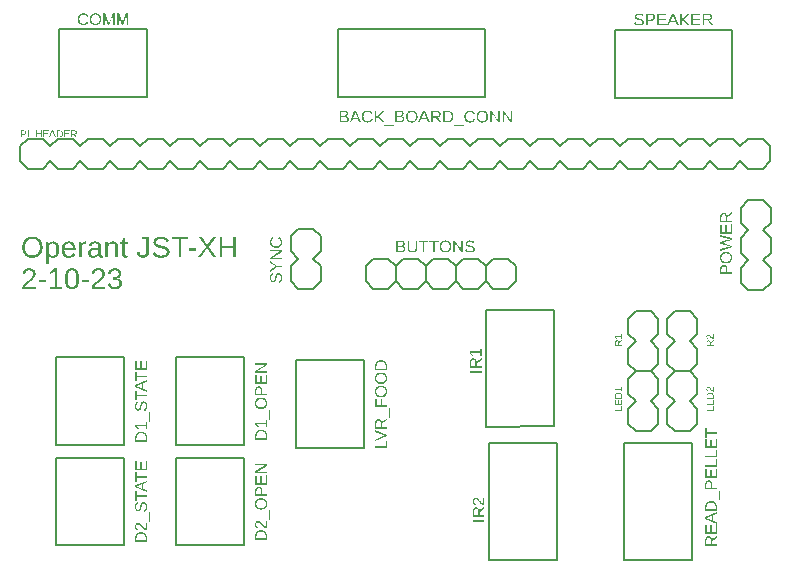
<source format=gbr>
G04 EAGLE Gerber RS-274X export*
G75*
%MOMM*%
%FSLAX34Y34*%
%LPD*%
%INSilkscreen Top*%
%IPPOS*%
%AMOC8*
5,1,8,0,0,1.08239X$1,22.5*%
G01*
G04 Define Apertures*
%ADD10C,0.152400*%
%ADD11C,0.203200*%
G36*
X22453Y267725D02*
X21799Y267742D01*
X21168Y267792D01*
X20559Y267876D01*
X19973Y267995D01*
X19411Y268146D01*
X18870Y268332D01*
X18353Y268551D01*
X17859Y268804D01*
X17390Y269089D01*
X16950Y269404D01*
X16538Y269749D01*
X16155Y270125D01*
X15800Y270530D01*
X15474Y270965D01*
X15177Y271431D01*
X14908Y271926D01*
X14670Y272448D01*
X14463Y272990D01*
X14288Y273554D01*
X14145Y274139D01*
X14033Y274746D01*
X13954Y275373D01*
X13906Y276022D01*
X13890Y276693D01*
X13899Y277204D01*
X13925Y277701D01*
X13970Y278184D01*
X14032Y278653D01*
X14112Y279108D01*
X14209Y279548D01*
X14324Y279975D01*
X14457Y280387D01*
X14608Y280785D01*
X14777Y281169D01*
X14963Y281539D01*
X15167Y281895D01*
X15388Y282236D01*
X15628Y282564D01*
X15885Y282877D01*
X16160Y283176D01*
X16450Y283459D01*
X16755Y283724D01*
X17073Y283971D01*
X17406Y284199D01*
X17752Y284409D01*
X18112Y284600D01*
X18486Y284774D01*
X18874Y284929D01*
X19276Y285066D01*
X19691Y285185D01*
X20121Y285285D01*
X20565Y285367D01*
X21022Y285431D01*
X21493Y285477D01*
X21979Y285504D01*
X22478Y285513D01*
X23126Y285497D01*
X23753Y285448D01*
X24358Y285366D01*
X24940Y285251D01*
X25502Y285104D01*
X26041Y284923D01*
X26558Y284710D01*
X27054Y284464D01*
X27524Y284187D01*
X27966Y283881D01*
X28379Y283544D01*
X28763Y283178D01*
X29120Y282782D01*
X29447Y282356D01*
X29746Y281901D01*
X30016Y281416D01*
X30256Y280905D01*
X30465Y280371D01*
X30641Y279814D01*
X30785Y279235D01*
X30897Y278633D01*
X30977Y278009D01*
X31025Y277362D01*
X31041Y276693D01*
X31025Y276025D01*
X30976Y275379D01*
X30895Y274754D01*
X30782Y274150D01*
X30636Y273567D01*
X30458Y273005D01*
X30247Y272465D01*
X30004Y271945D01*
X29731Y271450D01*
X29429Y270986D01*
X29100Y270550D01*
X28742Y270145D01*
X28356Y269768D01*
X27942Y269421D01*
X27500Y269104D01*
X27029Y268816D01*
X26534Y268561D01*
X26016Y268339D01*
X25477Y268151D01*
X24916Y267998D01*
X24333Y267878D01*
X23728Y267793D01*
X23102Y267742D01*
X22453Y267725D01*
G37*
%LPC*%
G36*
X22453Y269626D02*
X22822Y269633D01*
X23180Y269655D01*
X23527Y269691D01*
X23863Y269742D01*
X24188Y269806D01*
X24502Y269886D01*
X24806Y269980D01*
X25098Y270088D01*
X25380Y270210D01*
X25651Y270347D01*
X25911Y270499D01*
X26160Y270665D01*
X26398Y270845D01*
X26626Y271040D01*
X26842Y271249D01*
X27048Y271473D01*
X27241Y271709D01*
X27423Y271958D01*
X27592Y272219D01*
X27748Y272491D01*
X27892Y272776D01*
X28023Y273072D01*
X28142Y273380D01*
X28248Y273701D01*
X28342Y274033D01*
X28423Y274377D01*
X28492Y274733D01*
X28548Y275101D01*
X28592Y275481D01*
X28623Y275873D01*
X28642Y276277D01*
X28648Y276693D01*
X28642Y277090D01*
X28623Y277478D01*
X28592Y277854D01*
X28548Y278219D01*
X28491Y278574D01*
X28422Y278918D01*
X28340Y279250D01*
X28245Y279573D01*
X28138Y279884D01*
X28018Y280184D01*
X27886Y280474D01*
X27741Y280753D01*
X27583Y281020D01*
X27413Y281278D01*
X27231Y281524D01*
X27035Y281759D01*
X26828Y281982D01*
X26611Y282191D01*
X26383Y282385D01*
X26145Y282564D01*
X25897Y282730D01*
X25638Y282881D01*
X25369Y283017D01*
X25089Y283139D01*
X24799Y283247D01*
X24499Y283341D01*
X24188Y283420D01*
X23867Y283485D01*
X23535Y283535D01*
X23193Y283571D01*
X22840Y283592D01*
X22478Y283600D01*
X22112Y283592D01*
X21757Y283571D01*
X21412Y283536D01*
X21078Y283486D01*
X20754Y283422D01*
X20441Y283344D01*
X20138Y283252D01*
X19846Y283146D01*
X19565Y283025D01*
X19294Y282890D01*
X19033Y282741D01*
X18783Y282578D01*
X18544Y282401D01*
X18315Y282209D01*
X18097Y282004D01*
X17889Y281784D01*
X17693Y281551D01*
X17510Y281307D01*
X17339Y281052D01*
X17181Y280785D01*
X17035Y280506D01*
X16903Y280217D01*
X16782Y279916D01*
X16675Y279603D01*
X16580Y279279D01*
X16498Y278944D01*
X16428Y278597D01*
X16371Y278239D01*
X16327Y277870D01*
X16295Y277489D01*
X16276Y277096D01*
X16270Y276693D01*
X16276Y276291D01*
X16296Y275901D01*
X16328Y275521D01*
X16372Y275151D01*
X16430Y274792D01*
X16500Y274443D01*
X16583Y274105D01*
X16679Y273777D01*
X16788Y273460D01*
X16910Y273154D01*
X17044Y272857D01*
X17191Y272572D01*
X17351Y272296D01*
X17524Y272032D01*
X17709Y271778D01*
X17908Y271534D01*
X18117Y271303D01*
X18337Y271087D01*
X18567Y270886D01*
X18806Y270699D01*
X19055Y270528D01*
X19315Y270371D01*
X19584Y270230D01*
X19863Y270103D01*
X20152Y269991D01*
X20451Y269894D01*
X20760Y269812D01*
X21079Y269745D01*
X21407Y269693D01*
X21746Y269656D01*
X22095Y269634D01*
X22453Y269626D01*
G37*
%LPD*%
G36*
X55968Y241055D02*
X55602Y241064D01*
X55246Y241090D01*
X54903Y241134D01*
X54571Y241197D01*
X54250Y241276D01*
X53941Y241374D01*
X53644Y241489D01*
X53358Y241622D01*
X53084Y241773D01*
X52822Y241941D01*
X52571Y242127D01*
X52332Y242331D01*
X52104Y242553D01*
X51888Y242792D01*
X51684Y243049D01*
X51491Y243324D01*
X51309Y243616D01*
X51140Y243924D01*
X50982Y244249D01*
X50836Y244589D01*
X50701Y244946D01*
X50579Y245320D01*
X50468Y245709D01*
X50368Y246115D01*
X50280Y246537D01*
X50204Y246976D01*
X50140Y247431D01*
X50087Y247902D01*
X50047Y248389D01*
X50017Y248893D01*
X50000Y249413D01*
X49994Y249949D01*
X50017Y251027D01*
X50045Y251540D01*
X50085Y252036D01*
X50136Y252514D01*
X50198Y252975D01*
X50272Y253418D01*
X50357Y253844D01*
X50454Y254252D01*
X50562Y254643D01*
X50681Y255017D01*
X50812Y255373D01*
X50954Y255712D01*
X51107Y256033D01*
X51272Y256337D01*
X51448Y256623D01*
X51636Y256892D01*
X51838Y257143D01*
X52052Y257377D01*
X52280Y257594D01*
X52521Y257794D01*
X52775Y257976D01*
X53043Y258141D01*
X53323Y258288D01*
X53617Y258418D01*
X53924Y258531D01*
X54244Y258626D01*
X54577Y258705D01*
X54924Y258765D01*
X55283Y258809D01*
X55656Y258835D01*
X56042Y258843D01*
X56418Y258835D01*
X56781Y258808D01*
X57131Y258764D01*
X57469Y258703D01*
X57795Y258624D01*
X58108Y258528D01*
X58409Y258414D01*
X58697Y258282D01*
X58972Y258133D01*
X59235Y257966D01*
X59486Y257782D01*
X59724Y257580D01*
X59949Y257361D01*
X60162Y257124D01*
X60363Y256870D01*
X60551Y256598D01*
X60727Y256309D01*
X60891Y256003D01*
X61045Y255680D01*
X61187Y255341D01*
X61317Y254984D01*
X61437Y254611D01*
X61544Y254221D01*
X61641Y253813D01*
X61726Y253389D01*
X61800Y252949D01*
X61862Y252491D01*
X61914Y252016D01*
X61982Y251016D01*
X62004Y249949D01*
X61998Y249416D01*
X61981Y248898D01*
X61951Y248397D01*
X61909Y247912D01*
X61855Y247442D01*
X61790Y246989D01*
X61712Y246552D01*
X61623Y246131D01*
X61521Y245725D01*
X61408Y245336D01*
X61282Y244963D01*
X61145Y244605D01*
X60996Y244264D01*
X60835Y243939D01*
X60662Y243630D01*
X60477Y243336D01*
X60280Y243060D01*
X60072Y242802D01*
X59853Y242561D01*
X59622Y242338D01*
X59380Y242133D01*
X59127Y241946D01*
X58862Y241777D01*
X58586Y241625D01*
X58299Y241491D01*
X58000Y241376D01*
X57690Y241278D01*
X57368Y241197D01*
X57035Y241135D01*
X56691Y241090D01*
X56335Y241064D01*
X55968Y241055D01*
G37*
%LPC*%
G36*
X55993Y242858D02*
X56233Y242865D01*
X56464Y242885D01*
X56688Y242919D01*
X56903Y242967D01*
X57110Y243028D01*
X57309Y243103D01*
X57500Y243191D01*
X57683Y243294D01*
X58024Y243539D01*
X58332Y243838D01*
X58608Y244192D01*
X58851Y244600D01*
X59064Y245065D01*
X59249Y245588D01*
X59405Y246169D01*
X59532Y246808D01*
X59632Y247506D01*
X59703Y248262D01*
X59745Y249076D01*
X59759Y249949D01*
X59746Y250852D01*
X59705Y251691D01*
X59638Y252465D01*
X59543Y253175D01*
X59421Y253821D01*
X59273Y254402D01*
X59097Y254919D01*
X58894Y255371D01*
X58661Y255765D01*
X58392Y256107D01*
X58088Y256396D01*
X57749Y256632D01*
X57375Y256816D01*
X57175Y256888D01*
X56966Y256947D01*
X56748Y256993D01*
X56521Y257026D01*
X56286Y257046D01*
X56042Y257052D01*
X55792Y257046D01*
X55551Y257026D01*
X55319Y256994D01*
X55096Y256949D01*
X54881Y256890D01*
X54676Y256819D01*
X54292Y256638D01*
X53945Y256405D01*
X53633Y256121D01*
X53356Y255784D01*
X53116Y255396D01*
X52908Y254949D01*
X52727Y254434D01*
X52574Y253854D01*
X52449Y253206D01*
X52352Y252492D01*
X52282Y251711D01*
X52241Y250863D01*
X52227Y249949D01*
X52241Y249060D01*
X52283Y248232D01*
X52354Y247466D01*
X52452Y246762D01*
X52579Y246120D01*
X52734Y245539D01*
X52917Y245020D01*
X53128Y244563D01*
X53370Y244164D01*
X53646Y243817D01*
X53954Y243524D01*
X54295Y243284D01*
X54670Y243098D01*
X54870Y243025D01*
X55078Y242965D01*
X55294Y242918D01*
X55519Y242885D01*
X55752Y242865D01*
X55993Y242858D01*
G37*
%LPD*%
G36*
X36132Y262756D02*
X33924Y262756D01*
X33924Y278533D01*
X33906Y280235D01*
X33883Y280826D01*
X33851Y281244D01*
X35985Y281244D01*
X36022Y280894D01*
X36077Y279968D01*
X36108Y279109D01*
X36157Y279109D01*
X36310Y279406D01*
X36475Y279682D01*
X36652Y279937D01*
X36841Y280172D01*
X37042Y280387D01*
X37254Y280580D01*
X37479Y280754D01*
X37715Y280907D01*
X37967Y281040D01*
X38238Y281156D01*
X38528Y281254D01*
X38838Y281335D01*
X39166Y281397D01*
X39514Y281441D01*
X39881Y281468D01*
X40267Y281477D01*
X40569Y281471D01*
X40861Y281451D01*
X41143Y281419D01*
X41416Y281374D01*
X41679Y281317D01*
X41933Y281246D01*
X42177Y281162D01*
X42411Y281066D01*
X42635Y280957D01*
X42850Y280835D01*
X43250Y280552D01*
X43612Y280219D01*
X43935Y279833D01*
X44220Y279393D01*
X44466Y278894D01*
X44675Y278336D01*
X44846Y277720D01*
X44979Y277045D01*
X45074Y276312D01*
X45131Y275519D01*
X45150Y274668D01*
X45130Y273828D01*
X45073Y273041D01*
X44978Y272309D01*
X44844Y271630D01*
X44673Y271007D01*
X44463Y270437D01*
X44215Y269922D01*
X43929Y269461D01*
X43605Y269054D01*
X43242Y268701D01*
X43047Y268545D01*
X42842Y268403D01*
X42627Y268274D01*
X42403Y268159D01*
X42169Y268057D01*
X41926Y267969D01*
X41673Y267894D01*
X41411Y267833D01*
X41139Y267786D01*
X40858Y267752D01*
X40567Y267731D01*
X40267Y267725D01*
X39891Y267734D01*
X39532Y267761D01*
X39187Y267806D01*
X38859Y267869D01*
X38546Y267950D01*
X38250Y268049D01*
X37968Y268166D01*
X37703Y268301D01*
X37453Y268454D01*
X37219Y268626D01*
X37001Y268815D01*
X36798Y269022D01*
X36611Y269247D01*
X36440Y269490D01*
X36285Y269752D01*
X36145Y270031D01*
X36083Y270031D01*
X36105Y269864D01*
X36120Y269461D01*
X36132Y267945D01*
X36132Y262756D01*
G37*
%LPC*%
G36*
X39678Y269356D02*
X40075Y269375D01*
X40444Y269432D01*
X40786Y269526D01*
X41100Y269658D01*
X41385Y269828D01*
X41644Y270036D01*
X41874Y270281D01*
X42076Y270565D01*
X42253Y270892D01*
X42406Y271271D01*
X42536Y271701D01*
X42642Y272183D01*
X42725Y272715D01*
X42784Y273299D01*
X42819Y273933D01*
X42831Y274619D01*
X42819Y275288D01*
X42784Y275907D01*
X42726Y276476D01*
X42644Y276996D01*
X42539Y277467D01*
X42410Y277888D01*
X42258Y278260D01*
X42083Y278582D01*
X41882Y278861D01*
X41653Y279103D01*
X41397Y279307D01*
X41113Y279474D01*
X40802Y279605D01*
X40463Y279698D01*
X40097Y279753D01*
X39703Y279772D01*
X39383Y279763D01*
X39082Y279737D01*
X38798Y279694D01*
X38532Y279634D01*
X38284Y279556D01*
X38054Y279461D01*
X37842Y279349D01*
X37648Y279220D01*
X37468Y279072D01*
X37299Y278905D01*
X37141Y278719D01*
X36994Y278513D01*
X36859Y278288D01*
X36734Y278043D01*
X36621Y277779D01*
X36519Y277496D01*
X36428Y277192D01*
X36350Y276866D01*
X36283Y276518D01*
X36229Y276148D01*
X36187Y275756D01*
X36157Y275342D01*
X36139Y274906D01*
X36132Y274448D01*
X36146Y273816D01*
X36185Y273227D01*
X36250Y272681D01*
X36341Y272178D01*
X36458Y271718D01*
X36602Y271301D01*
X36771Y270927D01*
X36967Y270595D01*
X37192Y270305D01*
X37449Y270053D01*
X37739Y269840D01*
X38062Y269666D01*
X38417Y269531D01*
X38805Y269434D01*
X39225Y269376D01*
X39678Y269356D01*
G37*
%LPD*%
G36*
X73623Y267725D02*
X73138Y267741D01*
X72685Y267791D01*
X72263Y267873D01*
X71871Y267988D01*
X71511Y268137D01*
X71182Y268318D01*
X70884Y268532D01*
X70617Y268780D01*
X70381Y269056D01*
X70177Y269356D01*
X70004Y269681D01*
X69863Y270031D01*
X69753Y270405D01*
X69674Y270804D01*
X69627Y271227D01*
X69611Y271675D01*
X69632Y272175D01*
X69696Y272646D01*
X69802Y273086D01*
X69950Y273497D01*
X70141Y273877D01*
X70374Y274228D01*
X70649Y274549D01*
X70967Y274840D01*
X71332Y275100D01*
X71748Y275328D01*
X72217Y275523D01*
X72738Y275687D01*
X73311Y275818D01*
X73935Y275917D01*
X74612Y275983D01*
X75340Y276018D01*
X78321Y276067D01*
X78321Y276791D01*
X78311Y277181D01*
X78278Y277543D01*
X78225Y277876D01*
X78150Y278180D01*
X78053Y278456D01*
X77935Y278702D01*
X77795Y278920D01*
X77634Y279109D01*
X77450Y279273D01*
X77242Y279415D01*
X77009Y279536D01*
X76751Y279634D01*
X76469Y279710D01*
X76162Y279765D01*
X75831Y279798D01*
X75475Y279809D01*
X75117Y279801D01*
X74784Y279777D01*
X74476Y279738D01*
X74193Y279683D01*
X73936Y279612D01*
X73704Y279526D01*
X73497Y279424D01*
X73316Y279306D01*
X73156Y279171D01*
X73012Y279017D01*
X72886Y278844D01*
X72776Y278652D01*
X72683Y278442D01*
X72608Y278213D01*
X72549Y277965D01*
X72506Y277699D01*
X70200Y277907D01*
X70287Y278341D01*
X70407Y278747D01*
X70559Y279125D01*
X70744Y279474D01*
X70962Y279796D01*
X71213Y280090D01*
X71497Y280356D01*
X71813Y280594D01*
X72162Y280804D01*
X72544Y280986D01*
X72959Y281140D01*
X73407Y281266D01*
X73887Y281363D01*
X74400Y281433D01*
X74946Y281475D01*
X75524Y281489D01*
X76131Y281471D01*
X76698Y281418D01*
X77227Y281328D01*
X77717Y281203D01*
X78169Y281041D01*
X78581Y280844D01*
X78955Y280611D01*
X79291Y280342D01*
X79587Y280040D01*
X79843Y279705D01*
X80061Y279338D01*
X80238Y278939D01*
X80376Y278508D01*
X80475Y278046D01*
X80534Y277551D01*
X80554Y277024D01*
X80554Y271307D01*
X80570Y270846D01*
X80619Y270447D01*
X80699Y270107D01*
X80812Y269829D01*
X80884Y269712D01*
X80970Y269611D01*
X81071Y269526D01*
X81186Y269456D01*
X81316Y269402D01*
X81460Y269363D01*
X81620Y269340D01*
X81793Y269332D01*
X82134Y269353D01*
X82517Y269418D01*
X82517Y268044D01*
X82098Y267958D01*
X81674Y267896D01*
X81245Y267860D01*
X80812Y267847D01*
X80516Y267857D01*
X80240Y267888D01*
X79986Y267938D01*
X79752Y268008D01*
X79539Y268099D01*
X79348Y268210D01*
X79177Y268340D01*
X79027Y268491D01*
X78895Y268664D01*
X78778Y268859D01*
X78676Y269077D01*
X78590Y269318D01*
X78518Y269582D01*
X78462Y269868D01*
X78421Y270177D01*
X78395Y270509D01*
X78321Y270509D01*
X78105Y270143D01*
X77881Y269804D01*
X77648Y269494D01*
X77406Y269211D01*
X77155Y268955D01*
X76896Y268728D01*
X76629Y268528D01*
X76352Y268356D01*
X76064Y268208D01*
X75761Y268080D01*
X75442Y267971D01*
X75109Y267883D01*
X74760Y267814D01*
X74396Y267764D01*
X74017Y267735D01*
X73623Y267725D01*
G37*
%LPC*%
G36*
X74126Y269381D02*
X74425Y269389D01*
X74716Y269415D01*
X74999Y269458D01*
X75273Y269519D01*
X75538Y269596D01*
X75796Y269691D01*
X76045Y269804D01*
X76285Y269933D01*
X76515Y270077D01*
X76732Y270235D01*
X76937Y270405D01*
X77130Y270588D01*
X77310Y270784D01*
X77478Y270992D01*
X77633Y271214D01*
X77775Y271448D01*
X77903Y271690D01*
X78014Y271933D01*
X78108Y272178D01*
X78185Y272425D01*
X78245Y272673D01*
X78287Y272924D01*
X78313Y273176D01*
X78321Y273429D01*
X78321Y274521D01*
X75905Y274472D01*
X75173Y274443D01*
X74535Y274380D01*
X73992Y274283D01*
X73756Y274222D01*
X73543Y274153D01*
X73165Y273986D01*
X72833Y273779D01*
X72548Y273532D01*
X72310Y273245D01*
X72209Y273086D01*
X72122Y272915D01*
X72048Y272732D01*
X71988Y272537D01*
X71941Y272330D01*
X71908Y272111D01*
X71887Y271881D01*
X71881Y271638D01*
X71890Y271376D01*
X71917Y271129D01*
X71963Y270897D01*
X72026Y270681D01*
X72108Y270480D01*
X72208Y270295D01*
X72327Y270125D01*
X72463Y269970D01*
X72617Y269832D01*
X72786Y269712D01*
X72970Y269611D01*
X73170Y269528D01*
X73386Y269464D01*
X73617Y269418D01*
X73864Y269390D01*
X74126Y269381D01*
G37*
%LPD*%
G36*
X53291Y267725D02*
X52928Y267732D01*
X52577Y267752D01*
X52236Y267786D01*
X51907Y267834D01*
X51588Y267896D01*
X51280Y267971D01*
X50984Y268060D01*
X50698Y268163D01*
X50423Y268280D01*
X50159Y268410D01*
X49906Y268554D01*
X49665Y268711D01*
X49434Y268883D01*
X49214Y269068D01*
X49005Y269267D01*
X48807Y269479D01*
X48621Y269705D01*
X48446Y269944D01*
X48284Y270197D01*
X48133Y270463D01*
X47995Y270742D01*
X47869Y271035D01*
X47754Y271340D01*
X47652Y271660D01*
X47562Y271992D01*
X47484Y272338D01*
X47418Y272697D01*
X47364Y273070D01*
X47321Y273456D01*
X47291Y273855D01*
X47273Y274267D01*
X47267Y274693D01*
X47273Y275098D01*
X47291Y275491D01*
X47321Y275872D01*
X47364Y276241D01*
X47418Y276598D01*
X47484Y276943D01*
X47562Y277276D01*
X47652Y277597D01*
X47754Y277907D01*
X47869Y278204D01*
X47995Y278489D01*
X48133Y278762D01*
X48284Y279023D01*
X48446Y279273D01*
X48621Y279510D01*
X48807Y279735D01*
X49005Y279948D01*
X49212Y280146D01*
X49431Y280331D01*
X49659Y280503D01*
X49898Y280660D01*
X50147Y280804D01*
X50407Y280934D01*
X50676Y281051D01*
X50956Y281154D01*
X51247Y281243D01*
X51547Y281318D01*
X51858Y281380D01*
X52180Y281428D01*
X52511Y281462D01*
X52853Y281483D01*
X53205Y281489D01*
X53565Y281483D01*
X53914Y281462D01*
X54251Y281427D01*
X54577Y281379D01*
X54891Y281317D01*
X55194Y281241D01*
X55485Y281152D01*
X55765Y281049D01*
X56034Y280931D01*
X56291Y280801D01*
X56537Y280656D01*
X56771Y280497D01*
X56994Y280325D01*
X57205Y280139D01*
X57405Y279939D01*
X57594Y279726D01*
X57771Y279499D01*
X57937Y279257D01*
X58091Y279003D01*
X58234Y278734D01*
X58365Y278451D01*
X58485Y278155D01*
X58594Y277845D01*
X58691Y277521D01*
X58777Y277184D01*
X58851Y276833D01*
X58914Y276467D01*
X58965Y276089D01*
X59034Y275289D01*
X59057Y274435D01*
X59057Y274141D01*
X49586Y274141D01*
X49601Y273587D01*
X49645Y273065D01*
X49719Y272576D01*
X49822Y272120D01*
X49955Y271696D01*
X50117Y271305D01*
X50309Y270946D01*
X50531Y270620D01*
X50780Y270329D01*
X51057Y270078D01*
X51362Y269865D01*
X51693Y269691D01*
X52052Y269555D01*
X52438Y269458D01*
X52851Y269400D01*
X53291Y269381D01*
X53641Y269390D01*
X53973Y269417D01*
X54287Y269462D01*
X54584Y269525D01*
X54862Y269606D01*
X55123Y269705D01*
X55366Y269822D01*
X55591Y269957D01*
X55799Y270106D01*
X55989Y270265D01*
X56161Y270433D01*
X56317Y270611D01*
X56454Y270798D01*
X56575Y270995D01*
X56677Y271201D01*
X56763Y271417D01*
X58701Y270865D01*
X58541Y270485D01*
X58356Y270129D01*
X58148Y269798D01*
X57917Y269491D01*
X57661Y269209D01*
X57383Y268951D01*
X57080Y268718D01*
X56754Y268510D01*
X56404Y268326D01*
X56030Y268166D01*
X55633Y268031D01*
X55212Y267921D01*
X54767Y267835D01*
X54299Y267774D01*
X53807Y267737D01*
X53291Y267725D01*
G37*
%LPC*%
G36*
X56775Y275834D02*
X56718Y276341D01*
X56639Y276812D01*
X56539Y277248D01*
X56416Y277648D01*
X56272Y278013D01*
X56106Y278342D01*
X55918Y278636D01*
X55708Y278895D01*
X55475Y279120D01*
X55218Y279316D01*
X54937Y279482D01*
X54631Y279617D01*
X54302Y279722D01*
X53948Y279798D01*
X53570Y279843D01*
X53168Y279858D01*
X52777Y279841D01*
X52406Y279791D01*
X52057Y279707D01*
X51728Y279589D01*
X51421Y279438D01*
X51134Y279254D01*
X50868Y279036D01*
X50623Y278784D01*
X50402Y278503D01*
X50207Y278197D01*
X50040Y277866D01*
X49900Y277510D01*
X49787Y277129D01*
X49701Y276722D01*
X49642Y276291D01*
X49611Y275834D01*
X56775Y275834D01*
G37*
%LPD*%
G36*
X183229Y267970D02*
X180886Y267970D01*
X180886Y285256D01*
X183229Y285256D01*
X183229Y277944D01*
X192578Y277944D01*
X192578Y285256D01*
X194921Y285256D01*
X194921Y267970D01*
X192578Y267970D01*
X192578Y275981D01*
X183229Y275981D01*
X183229Y267970D01*
G37*
G36*
X131446Y267725D02*
X130677Y267742D01*
X129950Y267793D01*
X129264Y267879D01*
X128619Y267999D01*
X128016Y268154D01*
X127455Y268342D01*
X126935Y268565D01*
X126456Y268823D01*
X126019Y269114D01*
X125624Y269440D01*
X125270Y269801D01*
X124957Y270195D01*
X124686Y270624D01*
X124457Y271087D01*
X124269Y271585D01*
X124122Y272117D01*
X126392Y272571D01*
X126504Y272194D01*
X126643Y271843D01*
X126810Y271518D01*
X127005Y271220D01*
X127228Y270946D01*
X127477Y270699D01*
X127755Y270478D01*
X128060Y270283D01*
X128394Y270111D01*
X128756Y269963D01*
X129147Y269838D01*
X129566Y269735D01*
X130014Y269655D01*
X130492Y269598D01*
X130997Y269564D01*
X131532Y269553D01*
X132083Y269565D01*
X132602Y269601D01*
X133089Y269662D01*
X133543Y269747D01*
X133964Y269857D01*
X134353Y269991D01*
X134710Y270149D01*
X135035Y270332D01*
X135324Y270538D01*
X135574Y270767D01*
X135786Y271019D01*
X135959Y271293D01*
X136094Y271591D01*
X136191Y271911D01*
X136248Y272254D01*
X136268Y272620D01*
X136262Y272826D01*
X136243Y273023D01*
X136213Y273210D01*
X136171Y273386D01*
X136050Y273710D01*
X135881Y273994D01*
X135668Y274246D01*
X135416Y274475D01*
X135125Y274681D01*
X134795Y274865D01*
X134429Y275030D01*
X134029Y275181D01*
X133595Y275318D01*
X133127Y275441D01*
X130980Y275944D01*
X130017Y276171D01*
X129178Y276398D01*
X128462Y276625D01*
X127870Y276852D01*
X127367Y277086D01*
X126921Y277332D01*
X126530Y277592D01*
X126195Y277864D01*
X125907Y278155D01*
X125654Y278470D01*
X125438Y278808D01*
X125257Y279171D01*
X125115Y279559D01*
X125013Y279974D01*
X124952Y280417D01*
X124932Y280888D01*
X124939Y281162D01*
X124958Y281427D01*
X124992Y281685D01*
X125038Y281935D01*
X125098Y282177D01*
X125171Y282410D01*
X125357Y282854D01*
X125596Y283266D01*
X125888Y283646D01*
X126233Y283995D01*
X126631Y284311D01*
X127079Y284593D01*
X127572Y284837D01*
X128112Y285044D01*
X128697Y285213D01*
X129328Y285344D01*
X130004Y285438D01*
X130727Y285495D01*
X131495Y285513D01*
X132210Y285499D01*
X132881Y285457D01*
X133509Y285387D01*
X134093Y285288D01*
X134634Y285161D01*
X135132Y285006D01*
X135586Y284823D01*
X135998Y284612D01*
X136373Y284366D01*
X136718Y284081D01*
X137035Y283757D01*
X137323Y283392D01*
X137581Y282989D01*
X137810Y282545D01*
X138010Y282062D01*
X138181Y281538D01*
X135875Y281134D01*
X135769Y281465D01*
X135642Y281773D01*
X135493Y282058D01*
X135323Y282319D01*
X135131Y282556D01*
X134918Y282770D01*
X134683Y282961D01*
X134427Y283127D01*
X134148Y283272D01*
X133842Y283398D01*
X133511Y283505D01*
X133155Y283592D01*
X132772Y283660D01*
X132364Y283708D01*
X131930Y283737D01*
X131471Y283747D01*
X130968Y283736D01*
X130495Y283704D01*
X130054Y283650D01*
X129643Y283575D01*
X129263Y283478D01*
X128913Y283360D01*
X128594Y283221D01*
X128306Y283060D01*
X128050Y282877D01*
X127828Y282674D01*
X127640Y282450D01*
X127487Y282204D01*
X127367Y281937D01*
X127282Y281650D01*
X127231Y281341D01*
X127214Y281011D01*
X127220Y280816D01*
X127240Y280629D01*
X127273Y280452D01*
X127320Y280283D01*
X127379Y280122D01*
X127452Y279970D01*
X127637Y279692D01*
X127872Y279441D01*
X128154Y279211D01*
X128482Y279000D01*
X128858Y278809D01*
X129355Y278618D01*
X130051Y278406D01*
X130944Y278173D01*
X132035Y277919D01*
X133624Y277545D01*
X134398Y277337D01*
X135139Y277091D01*
X135840Y276805D01*
X136495Y276472D01*
X136800Y276284D01*
X137085Y276076D01*
X137349Y275848D01*
X137593Y275601D01*
X137813Y275332D01*
X138008Y275039D01*
X138178Y274724D01*
X138322Y274386D01*
X138438Y274021D01*
X138520Y273626D01*
X138570Y273199D01*
X138586Y272742D01*
X138579Y272447D01*
X138557Y272161D01*
X138520Y271883D01*
X138469Y271614D01*
X138404Y271353D01*
X138323Y271100D01*
X138228Y270856D01*
X138119Y270620D01*
X137994Y270393D01*
X137855Y270174D01*
X137702Y269963D01*
X137534Y269761D01*
X137154Y269382D01*
X136715Y269037D01*
X136224Y268730D01*
X135684Y268463D01*
X135097Y268237D01*
X134463Y268053D01*
X133780Y267909D01*
X133050Y267807D01*
X132272Y267745D01*
X131446Y267725D01*
G37*
G36*
X165228Y267970D02*
X162639Y267970D01*
X169215Y276950D01*
X163142Y285256D01*
X165731Y285256D01*
X170540Y278471D01*
X175214Y285256D01*
X177803Y285256D01*
X171889Y277036D01*
X178306Y267970D01*
X175717Y267970D01*
X170528Y275527D01*
X165228Y267970D01*
G37*
G36*
X92330Y241055D02*
X91690Y241073D01*
X91084Y241129D01*
X90510Y241221D01*
X89970Y241351D01*
X89463Y241517D01*
X88989Y241721D01*
X88548Y241961D01*
X88141Y242239D01*
X87769Y242552D01*
X87438Y242901D01*
X87146Y243286D01*
X86894Y243706D01*
X86681Y244162D01*
X86508Y244653D01*
X86375Y245179D01*
X86282Y245741D01*
X88564Y245950D01*
X88630Y245578D01*
X88719Y245231D01*
X88831Y244907D01*
X88965Y244608D01*
X89121Y244332D01*
X89300Y244081D01*
X89502Y243853D01*
X89726Y243649D01*
X89973Y243470D01*
X90242Y243314D01*
X90534Y243182D01*
X90848Y243074D01*
X91185Y242990D01*
X91544Y242931D01*
X91926Y242895D01*
X92330Y242883D01*
X92736Y242895D01*
X93119Y242934D01*
X93480Y242998D01*
X93819Y243088D01*
X94135Y243204D01*
X94429Y243345D01*
X94700Y243512D01*
X94949Y243705D01*
X95172Y243922D01*
X95365Y244165D01*
X95529Y244433D01*
X95662Y244726D01*
X95766Y245043D01*
X95841Y245386D01*
X95885Y245753D01*
X95900Y246146D01*
X95883Y246489D01*
X95832Y246813D01*
X95747Y247117D01*
X95629Y247402D01*
X95476Y247667D01*
X95289Y247914D01*
X95069Y248141D01*
X94814Y248348D01*
X94528Y248533D01*
X94211Y248694D01*
X93865Y248830D01*
X93488Y248941D01*
X93081Y249028D01*
X92644Y249090D01*
X92177Y249127D01*
X91680Y249139D01*
X90429Y249139D01*
X90429Y251053D01*
X91631Y251053D01*
X92072Y251065D01*
X92488Y251103D01*
X92878Y251164D01*
X93243Y251251D01*
X93582Y251362D01*
X93895Y251498D01*
X94184Y251659D01*
X94446Y251844D01*
X94681Y252052D01*
X94884Y252278D01*
X95056Y252523D01*
X95196Y252788D01*
X95306Y253071D01*
X95384Y253373D01*
X95431Y253694D01*
X95446Y254034D01*
X95433Y254372D01*
X95395Y254691D01*
X95331Y254992D01*
X95242Y255275D01*
X95127Y255539D01*
X94987Y255786D01*
X94822Y256014D01*
X94630Y256224D01*
X94414Y256412D01*
X94173Y256576D01*
X93907Y256714D01*
X93617Y256827D01*
X93301Y256915D01*
X92961Y256977D01*
X92597Y257015D01*
X92207Y257028D01*
X91851Y257016D01*
X91512Y256981D01*
X91191Y256922D01*
X90887Y256841D01*
X90601Y256735D01*
X90332Y256607D01*
X90080Y256455D01*
X89846Y256279D01*
X89632Y256083D01*
X89442Y255867D01*
X89276Y255632D01*
X89133Y255378D01*
X89013Y255104D01*
X88918Y254812D01*
X88845Y254500D01*
X88797Y254169D01*
X86576Y254341D01*
X86658Y254857D01*
X86778Y255344D01*
X86939Y255802D01*
X87139Y256230D01*
X87379Y256630D01*
X87659Y257000D01*
X87978Y257341D01*
X88337Y257653D01*
X88729Y257932D01*
X89148Y258174D01*
X89595Y258378D01*
X90068Y258546D01*
X90569Y258676D01*
X91096Y258769D01*
X91650Y258825D01*
X92232Y258843D01*
X92864Y258824D01*
X93460Y258768D01*
X94020Y258673D01*
X94543Y258541D01*
X95030Y258371D01*
X95481Y258164D01*
X95896Y257918D01*
X96274Y257635D01*
X96612Y257318D01*
X96905Y256971D01*
X97153Y256595D01*
X97355Y256189D01*
X97513Y255753D01*
X97626Y255288D01*
X97693Y254792D01*
X97716Y254267D01*
X97701Y253863D01*
X97658Y253478D01*
X97585Y253112D01*
X97484Y252766D01*
X97354Y252439D01*
X97195Y252132D01*
X97007Y251843D01*
X96790Y251575D01*
X96545Y251326D01*
X96274Y251098D01*
X95977Y250891D01*
X95653Y250705D01*
X95303Y250540D01*
X94927Y250396D01*
X94525Y250272D01*
X94097Y250170D01*
X94097Y250121D01*
X94568Y250055D01*
X95012Y249961D01*
X95430Y249840D01*
X95820Y249691D01*
X96184Y249515D01*
X96521Y249311D01*
X96831Y249079D01*
X97115Y248820D01*
X97368Y248539D01*
X97587Y248239D01*
X97772Y247922D01*
X97924Y247587D01*
X98042Y247235D01*
X98127Y246865D01*
X98177Y246478D01*
X98194Y246072D01*
X98188Y245777D01*
X98170Y245491D01*
X98099Y244944D01*
X97980Y244430D01*
X97814Y243950D01*
X97600Y243504D01*
X97339Y243091D01*
X97030Y242712D01*
X96673Y242367D01*
X96272Y242060D01*
X95831Y241793D01*
X95349Y241567D01*
X94827Y241383D01*
X94263Y241239D01*
X93660Y241137D01*
X93015Y241075D01*
X92330Y241055D01*
G37*
G36*
X25410Y241300D02*
X13964Y241300D01*
X13964Y242858D01*
X14294Y243555D01*
X14658Y244209D01*
X15057Y244821D01*
X15491Y245391D01*
X15948Y245927D01*
X16416Y246437D01*
X16895Y246921D01*
X17386Y247379D01*
X18376Y248236D01*
X19355Y249029D01*
X20283Y249790D01*
X21116Y250550D01*
X21490Y250935D01*
X21826Y251329D01*
X22125Y251732D01*
X22386Y252145D01*
X22499Y252357D01*
X22598Y252576D01*
X22681Y252802D01*
X22749Y253034D01*
X22802Y253274D01*
X22840Y253521D01*
X22863Y253774D01*
X22870Y254034D01*
X22857Y254380D01*
X22818Y254706D01*
X22753Y255012D01*
X22662Y255298D01*
X22544Y255564D01*
X22401Y255810D01*
X22232Y256036D01*
X22036Y256243D01*
X21817Y256427D01*
X21578Y256586D01*
X21319Y256721D01*
X21039Y256831D01*
X20739Y256917D01*
X20419Y256979D01*
X20078Y257015D01*
X19717Y257028D01*
X19372Y257016D01*
X19043Y256980D01*
X18729Y256920D01*
X18431Y256836D01*
X18148Y256728D01*
X17881Y256596D01*
X17629Y256441D01*
X17393Y256261D01*
X17176Y256060D01*
X16983Y255839D01*
X16813Y255599D01*
X16667Y255339D01*
X16545Y255060D01*
X16446Y254762D01*
X16371Y254445D01*
X16319Y254108D01*
X14062Y254316D01*
X14143Y254822D01*
X14264Y255300D01*
X14424Y255752D01*
X14625Y256178D01*
X14864Y256577D01*
X15144Y256950D01*
X15463Y257297D01*
X15822Y257617D01*
X16215Y257904D01*
X16634Y258153D01*
X17080Y258364D01*
X17554Y258537D01*
X18054Y258671D01*
X18581Y258767D01*
X19136Y258824D01*
X19717Y258843D01*
X20352Y258824D01*
X20948Y258766D01*
X21507Y258670D01*
X22028Y258535D01*
X22512Y258362D01*
X22957Y258150D01*
X23365Y257899D01*
X23735Y257610D01*
X24064Y257286D01*
X24350Y256929D01*
X24591Y256540D01*
X24789Y256118D01*
X24942Y255664D01*
X25052Y255178D01*
X25118Y254659D01*
X25140Y254108D01*
X25133Y253857D01*
X25111Y253606D01*
X25075Y253355D01*
X25025Y253105D01*
X24881Y252606D01*
X24680Y252108D01*
X24422Y251611D01*
X24108Y251114D01*
X23738Y250618D01*
X23312Y250121D01*
X22754Y249556D01*
X21990Y248854D01*
X21019Y248016D01*
X19840Y247041D01*
X19171Y246479D01*
X18573Y245945D01*
X18048Y245439D01*
X17595Y244962D01*
X17207Y244503D01*
X16877Y244053D01*
X16606Y243611D01*
X16393Y243177D01*
X25410Y243177D01*
X25410Y241300D01*
G37*
G36*
X84066Y241300D02*
X72620Y241300D01*
X72620Y242858D01*
X72950Y243555D01*
X73315Y244209D01*
X73714Y244821D01*
X74147Y245391D01*
X74604Y245927D01*
X75072Y246437D01*
X75552Y246921D01*
X76043Y247379D01*
X77032Y248236D01*
X78012Y249029D01*
X78939Y249790D01*
X79772Y250550D01*
X80146Y250935D01*
X80482Y251329D01*
X80781Y251732D01*
X81042Y252145D01*
X81155Y252357D01*
X81254Y252576D01*
X81337Y252802D01*
X81405Y253034D01*
X81458Y253274D01*
X81496Y253521D01*
X81519Y253774D01*
X81526Y254034D01*
X81513Y254380D01*
X81474Y254706D01*
X81409Y255012D01*
X81318Y255298D01*
X81201Y255564D01*
X81057Y255810D01*
X80888Y256036D01*
X80692Y256243D01*
X80474Y256427D01*
X80234Y256586D01*
X79975Y256721D01*
X79695Y256831D01*
X79395Y256917D01*
X79075Y256979D01*
X78735Y257015D01*
X78374Y257028D01*
X78029Y257016D01*
X77699Y256980D01*
X77385Y256920D01*
X77087Y256836D01*
X76804Y256728D01*
X76537Y256596D01*
X76285Y256441D01*
X76049Y256261D01*
X75832Y256060D01*
X75639Y255839D01*
X75469Y255599D01*
X75323Y255339D01*
X75201Y255060D01*
X75102Y254762D01*
X75027Y254445D01*
X74975Y254108D01*
X72718Y254316D01*
X72799Y254822D01*
X72920Y255300D01*
X73081Y255752D01*
X73281Y256178D01*
X73521Y256577D01*
X73800Y256950D01*
X74120Y257297D01*
X74478Y257617D01*
X74871Y257904D01*
X75290Y258153D01*
X75736Y258364D01*
X76210Y258537D01*
X76710Y258671D01*
X77238Y258767D01*
X77792Y258824D01*
X78374Y258843D01*
X79008Y258824D01*
X79605Y258766D01*
X80163Y258670D01*
X80685Y258535D01*
X81168Y258362D01*
X81614Y258150D01*
X82021Y257899D01*
X82391Y257610D01*
X82721Y257286D01*
X83006Y256929D01*
X83247Y256540D01*
X83445Y256118D01*
X83599Y255664D01*
X83708Y255178D01*
X83774Y254659D01*
X83796Y254108D01*
X83789Y253857D01*
X83767Y253606D01*
X83731Y253355D01*
X83681Y253105D01*
X83537Y252606D01*
X83336Y252108D01*
X83078Y251611D01*
X82764Y251114D01*
X82394Y250618D01*
X81968Y250121D01*
X81411Y249556D01*
X80646Y248854D01*
X79675Y248016D01*
X78496Y247041D01*
X77827Y246479D01*
X77230Y245945D01*
X76704Y245439D01*
X76251Y244962D01*
X75863Y244503D01*
X75534Y244053D01*
X75262Y243611D01*
X75049Y243177D01*
X84066Y243177D01*
X84066Y241300D01*
G37*
G36*
X86463Y267970D02*
X84255Y267970D01*
X84255Y278410D01*
X84236Y280278D01*
X84213Y280874D01*
X84181Y281244D01*
X86267Y281244D01*
X86291Y280913D01*
X86322Y280293D01*
X86365Y278974D01*
X86401Y278974D01*
X86595Y279305D01*
X86797Y279611D01*
X87006Y279892D01*
X87222Y280148D01*
X87446Y280378D01*
X87677Y280583D01*
X87916Y280764D01*
X88162Y280919D01*
X88419Y281053D01*
X88692Y281169D01*
X88980Y281267D01*
X89283Y281347D01*
X89601Y281409D01*
X89934Y281454D01*
X90283Y281480D01*
X90646Y281489D01*
X91174Y281472D01*
X91665Y281422D01*
X92119Y281337D01*
X92537Y281218D01*
X92918Y281065D01*
X93263Y280879D01*
X93571Y280658D01*
X93842Y280404D01*
X94079Y280110D01*
X94285Y279772D01*
X94459Y279390D01*
X94601Y278964D01*
X94712Y278493D01*
X94791Y277978D01*
X94838Y277419D01*
X94854Y276815D01*
X94854Y267970D01*
X92634Y267970D01*
X92634Y276386D01*
X92618Y277005D01*
X92569Y277551D01*
X92489Y278024D01*
X92376Y278422D01*
X92228Y278759D01*
X92042Y279045D01*
X91817Y279280D01*
X91554Y279465D01*
X91405Y279540D01*
X91239Y279605D01*
X90858Y279704D01*
X90411Y279764D01*
X89898Y279784D01*
X89510Y279767D01*
X89143Y279716D01*
X88797Y279631D01*
X88472Y279511D01*
X88168Y279358D01*
X87885Y279170D01*
X87623Y278948D01*
X87383Y278692D01*
X87167Y278406D01*
X86980Y278093D01*
X86822Y277754D01*
X86693Y277389D01*
X86592Y276997D01*
X86520Y276578D01*
X86477Y276133D01*
X86463Y275662D01*
X86463Y267970D01*
G37*
G36*
X148564Y267970D02*
X146233Y267970D01*
X146233Y283342D01*
X140296Y283342D01*
X140296Y285256D01*
X154502Y285256D01*
X154502Y283342D01*
X148564Y283342D01*
X148564Y267970D01*
G37*
G36*
X47790Y241300D02*
X36958Y241300D01*
X36958Y243177D01*
X41362Y243177D01*
X41362Y256476D01*
X37461Y253691D01*
X37461Y255776D01*
X41546Y258586D01*
X43582Y258586D01*
X43582Y243177D01*
X47790Y243177D01*
X47790Y241300D01*
G37*
G36*
X116025Y267725D02*
X115490Y267742D01*
X114983Y267796D01*
X114504Y267884D01*
X114052Y268008D01*
X113629Y268168D01*
X113233Y268363D01*
X112866Y268593D01*
X112526Y268859D01*
X112214Y269161D01*
X111930Y269498D01*
X111674Y269870D01*
X111445Y270278D01*
X111245Y270721D01*
X111073Y271200D01*
X110928Y271714D01*
X110811Y272264D01*
X113105Y272644D01*
X113169Y272298D01*
X113250Y271972D01*
X113349Y271665D01*
X113464Y271377D01*
X113597Y271110D01*
X113747Y270861D01*
X113915Y270633D01*
X114099Y270424D01*
X114299Y270237D01*
X114510Y270075D01*
X114734Y269938D01*
X114970Y269826D01*
X115219Y269738D01*
X115479Y269676D01*
X115752Y269639D01*
X116038Y269626D01*
X116348Y269640D01*
X116642Y269681D01*
X116919Y269750D01*
X117178Y269845D01*
X117422Y269969D01*
X117648Y270120D01*
X117857Y270298D01*
X118049Y270503D01*
X118222Y270735D01*
X118372Y270993D01*
X118498Y271276D01*
X118602Y271584D01*
X118682Y271918D01*
X118740Y272278D01*
X118774Y272663D01*
X118786Y273074D01*
X118786Y283342D01*
X115461Y283342D01*
X115461Y285256D01*
X121117Y285256D01*
X121117Y273123D01*
X121095Y272511D01*
X121031Y271932D01*
X120925Y271387D01*
X120776Y270876D01*
X120585Y270398D01*
X120351Y269954D01*
X120074Y269543D01*
X119755Y269166D01*
X119399Y268828D01*
X119011Y268535D01*
X118592Y268288D01*
X118141Y268085D01*
X117660Y267927D01*
X117146Y267815D01*
X116601Y267747D01*
X116025Y267725D01*
G37*
G36*
X101045Y267774D02*
X100724Y267785D01*
X100424Y267821D01*
X100144Y267879D01*
X99886Y267962D01*
X99648Y268067D01*
X99430Y268196D01*
X99234Y268349D01*
X99058Y268525D01*
X98902Y268725D01*
X98768Y268948D01*
X98654Y269194D01*
X98561Y269464D01*
X98488Y269758D01*
X98436Y270075D01*
X98405Y270415D01*
X98395Y270779D01*
X98395Y279637D01*
X96862Y279637D01*
X96862Y281244D01*
X98481Y281244D01*
X99131Y284213D01*
X100603Y284213D01*
X100603Y281244D01*
X103057Y281244D01*
X103057Y279637D01*
X100603Y279637D01*
X100603Y271258D01*
X100623Y270815D01*
X100682Y270444D01*
X100726Y270285D01*
X100779Y270143D01*
X100843Y270020D01*
X100916Y269914D01*
X101002Y269824D01*
X101101Y269745D01*
X101215Y269679D01*
X101344Y269625D01*
X101487Y269582D01*
X101644Y269552D01*
X101816Y269534D01*
X102002Y269528D01*
X102247Y269539D01*
X102542Y269571D01*
X103278Y269700D01*
X103278Y268068D01*
X102729Y267939D01*
X102174Y267847D01*
X101612Y267792D01*
X101045Y267774D01*
G37*
G36*
X64119Y267970D02*
X61911Y267970D01*
X61911Y278152D01*
X61892Y279625D01*
X61837Y281244D01*
X63923Y281244D01*
X63996Y279438D01*
X64021Y278533D01*
X64070Y278533D01*
X64204Y278942D01*
X64344Y279318D01*
X64488Y279660D01*
X64637Y279968D01*
X64792Y280243D01*
X64951Y280483D01*
X65115Y280690D01*
X65285Y280864D01*
X65465Y281010D01*
X65663Y281137D01*
X65879Y281245D01*
X66113Y281333D01*
X66364Y281401D01*
X66632Y281450D01*
X66919Y281480D01*
X67223Y281489D01*
X67444Y281482D01*
X67668Y281459D01*
X67892Y281420D01*
X68118Y281367D01*
X68118Y279342D01*
X67879Y279396D01*
X67603Y279435D01*
X67290Y279458D01*
X66941Y279465D01*
X66607Y279447D01*
X66294Y279391D01*
X66002Y279299D01*
X65729Y279169D01*
X65477Y279003D01*
X65245Y278799D01*
X65034Y278559D01*
X64843Y278281D01*
X64673Y277969D01*
X64526Y277625D01*
X64402Y277249D01*
X64300Y276841D01*
X64221Y276401D01*
X64164Y275929D01*
X64130Y275425D01*
X64119Y274889D01*
X64119Y267970D01*
G37*
G36*
X33919Y246992D02*
X27785Y246992D01*
X27785Y248955D01*
X33919Y248955D01*
X33919Y246992D01*
G37*
G36*
X70232Y246992D02*
X64098Y246992D01*
X64098Y248955D01*
X70232Y248955D01*
X70232Y246992D01*
G37*
G36*
X160950Y273662D02*
X154816Y273662D01*
X154816Y275625D01*
X160950Y275625D01*
X160950Y273662D01*
G37*
G36*
X372162Y272148D02*
X371789Y272158D01*
X371428Y272186D01*
X371081Y272235D01*
X370747Y272302D01*
X370425Y272389D01*
X370117Y272495D01*
X369822Y272620D01*
X369539Y272764D01*
X369272Y272927D01*
X369020Y273107D01*
X368785Y273304D01*
X368567Y273518D01*
X368364Y273749D01*
X368178Y273998D01*
X368008Y274264D01*
X367855Y274547D01*
X367719Y274844D01*
X367601Y275154D01*
X367501Y275476D01*
X367419Y275810D01*
X367355Y276156D01*
X367310Y276515D01*
X367283Y276885D01*
X367274Y277268D01*
X367294Y277843D01*
X367355Y278387D01*
X367456Y278898D01*
X367598Y279377D01*
X367780Y279823D01*
X368002Y280238D01*
X368266Y280619D01*
X368569Y280969D01*
X368909Y281282D01*
X369281Y281553D01*
X369684Y281782D01*
X370119Y281970D01*
X370586Y282116D01*
X371084Y282220D01*
X371614Y282283D01*
X372176Y282303D01*
X372546Y282294D01*
X372904Y282266D01*
X373249Y282219D01*
X373582Y282154D01*
X373903Y282069D01*
X374210Y281967D01*
X374506Y281845D01*
X374789Y281705D01*
X375057Y281546D01*
X375309Y281371D01*
X375545Y281179D01*
X375765Y280970D01*
X375968Y280744D01*
X376155Y280501D01*
X376326Y280241D01*
X376480Y279964D01*
X376617Y279672D01*
X376736Y279368D01*
X376836Y279050D01*
X376919Y278719D01*
X376983Y278376D01*
X377028Y278019D01*
X377056Y277650D01*
X377065Y277268D01*
X377056Y276887D01*
X377028Y276518D01*
X376982Y276161D01*
X376917Y275816D01*
X376834Y275483D01*
X376732Y275163D01*
X376612Y274854D01*
X376473Y274557D01*
X376317Y274275D01*
X376145Y274010D01*
X375957Y273761D01*
X375753Y273529D01*
X375532Y273315D01*
X375296Y273117D01*
X375043Y272936D01*
X374775Y272771D01*
X374492Y272625D01*
X374196Y272499D01*
X373889Y272391D01*
X373568Y272304D01*
X373235Y272236D01*
X372890Y272187D01*
X372532Y272158D01*
X372162Y272148D01*
G37*
%LPC*%
G36*
X372162Y273234D02*
X372577Y273250D01*
X372967Y273299D01*
X373332Y273382D01*
X373672Y273497D01*
X373988Y273645D01*
X374278Y273826D01*
X374544Y274041D01*
X374785Y274288D01*
X374999Y274565D01*
X375185Y274869D01*
X375342Y275201D01*
X375471Y275560D01*
X375571Y275946D01*
X375642Y276359D01*
X375685Y276800D01*
X375699Y277268D01*
X375685Y277716D01*
X375642Y278139D01*
X375570Y278538D01*
X375469Y278912D01*
X375339Y279261D01*
X375181Y279586D01*
X374994Y279885D01*
X374778Y280160D01*
X374536Y280406D01*
X374270Y280620D01*
X373981Y280800D01*
X373667Y280948D01*
X373330Y281063D01*
X372969Y281145D01*
X372585Y281194D01*
X372176Y281211D01*
X371765Y281195D01*
X371377Y281146D01*
X371013Y281065D01*
X370674Y280952D01*
X370359Y280806D01*
X370067Y280628D01*
X369800Y280417D01*
X369557Y280174D01*
X369340Y279902D01*
X369152Y279604D01*
X368993Y279280D01*
X368863Y278929D01*
X368762Y278553D01*
X368690Y278151D01*
X368647Y277722D01*
X368632Y277268D01*
X368647Y276816D01*
X368691Y276388D01*
X368764Y275984D01*
X368866Y275603D01*
X368998Y275247D01*
X369158Y274915D01*
X369348Y274607D01*
X369567Y274323D01*
X369812Y274067D01*
X370080Y273846D01*
X370371Y273659D01*
X370684Y273506D01*
X371019Y273387D01*
X371378Y273302D01*
X371759Y273251D01*
X372162Y273234D01*
G37*
%LPD*%
G36*
X334621Y272288D02*
X330615Y272288D01*
X330615Y282156D01*
X334201Y282156D01*
X334621Y282147D01*
X335015Y282119D01*
X335381Y282072D01*
X335720Y282007D01*
X336033Y281922D01*
X336317Y281819D01*
X336575Y281698D01*
X336806Y281558D01*
X337010Y281398D01*
X337186Y281221D01*
X337335Y281024D01*
X337457Y280809D01*
X337552Y280575D01*
X337620Y280322D01*
X337661Y280051D01*
X337674Y279761D01*
X337667Y279547D01*
X337644Y279341D01*
X337606Y279144D01*
X337552Y278956D01*
X337483Y278776D01*
X337399Y278605D01*
X337299Y278443D01*
X337184Y278290D01*
X337055Y278148D01*
X336976Y278074D01*
X336914Y278017D01*
X336759Y277899D01*
X336592Y277793D01*
X336413Y277699D01*
X336220Y277618D01*
X336015Y277549D01*
X335797Y277492D01*
X336083Y277449D01*
X336352Y277390D01*
X336604Y277315D01*
X336839Y277225D01*
X337058Y277118D01*
X337259Y276996D01*
X337444Y276858D01*
X337521Y276787D01*
X337611Y276704D01*
X337761Y276537D01*
X337890Y276359D01*
X338000Y276170D01*
X338089Y275971D01*
X338159Y275761D01*
X338209Y275541D01*
X338239Y275310D01*
X338249Y275069D01*
X338234Y274748D01*
X338189Y274447D01*
X338114Y274163D01*
X338009Y273898D01*
X337874Y273651D01*
X337709Y273422D01*
X337514Y273212D01*
X337289Y273020D01*
X337038Y272848D01*
X336763Y272700D01*
X336464Y272574D01*
X336142Y272471D01*
X335797Y272391D01*
X335428Y272334D01*
X335036Y272299D01*
X334621Y272288D01*
G37*
%LPC*%
G36*
X334551Y273360D02*
X334847Y273367D01*
X335122Y273388D01*
X335376Y273424D01*
X335610Y273473D01*
X335823Y273537D01*
X336015Y273616D01*
X336186Y273708D01*
X336337Y273815D01*
X336468Y273936D01*
X336582Y274070D01*
X336678Y274219D01*
X336757Y274382D01*
X336818Y274559D01*
X336862Y274750D01*
X336888Y274955D01*
X336897Y275174D01*
X336887Y275385D01*
X336859Y275582D01*
X336811Y275766D01*
X336744Y275937D01*
X336658Y276093D01*
X336552Y276236D01*
X336428Y276366D01*
X336284Y276482D01*
X336121Y276584D01*
X335939Y276672D01*
X335738Y276747D01*
X335518Y276809D01*
X335279Y276856D01*
X335020Y276890D01*
X334743Y276911D01*
X334446Y276918D01*
X331952Y276918D01*
X331952Y273360D01*
X334551Y273360D01*
G37*
G36*
X334201Y277961D02*
X334460Y277967D01*
X334702Y277986D01*
X334928Y278018D01*
X335136Y278062D01*
X335328Y278118D01*
X335503Y278188D01*
X335660Y278269D01*
X335801Y278364D01*
X335925Y278471D01*
X336032Y278592D01*
X336123Y278726D01*
X336198Y278874D01*
X336255Y279035D01*
X336297Y279210D01*
X336321Y279398D01*
X336330Y279600D01*
X336321Y279792D01*
X336296Y279971D01*
X336253Y280135D01*
X336193Y280285D01*
X336116Y280420D01*
X336022Y280542D01*
X335911Y280649D01*
X335783Y280742D01*
X335639Y280822D01*
X335480Y280892D01*
X335305Y280951D01*
X335115Y280999D01*
X334688Y281063D01*
X334201Y281085D01*
X331952Y281085D01*
X331952Y277961D01*
X334201Y277961D01*
G37*
%LPD*%
G36*
X380118Y272288D02*
X378927Y272288D01*
X378927Y282156D01*
X380482Y282156D01*
X385819Y273696D01*
X385756Y274879D01*
X385735Y275685D01*
X385735Y282156D01*
X386939Y282156D01*
X386939Y272288D01*
X385329Y272288D01*
X380048Y280693D01*
X380083Y280013D01*
X380118Y278844D01*
X380118Y272288D01*
G37*
G36*
X392927Y272148D02*
X392488Y272158D01*
X392073Y272187D01*
X391681Y272236D01*
X391313Y272305D01*
X390969Y272393D01*
X390648Y272501D01*
X390351Y272628D01*
X390078Y272775D01*
X389829Y272941D01*
X389603Y273127D01*
X389401Y273333D01*
X389222Y273558D01*
X389068Y273803D01*
X388937Y274068D01*
X388829Y274352D01*
X388746Y274655D01*
X390041Y274914D01*
X390105Y274699D01*
X390185Y274499D01*
X390280Y274314D01*
X390391Y274143D01*
X390518Y273987D01*
X390661Y273846D01*
X390820Y273720D01*
X390994Y273608D01*
X391184Y273511D01*
X391391Y273426D01*
X391614Y273354D01*
X391854Y273296D01*
X392109Y273250D01*
X392382Y273218D01*
X392671Y273198D01*
X392976Y273191D01*
X393291Y273198D01*
X393587Y273219D01*
X393864Y273254D01*
X394124Y273303D01*
X394364Y273365D01*
X394587Y273442D01*
X394790Y273532D01*
X394975Y273636D01*
X395140Y273754D01*
X395283Y273885D01*
X395404Y274028D01*
X395503Y274185D01*
X395580Y274355D01*
X395635Y274538D01*
X395668Y274734D01*
X395679Y274942D01*
X395666Y275173D01*
X395624Y275380D01*
X395555Y275565D01*
X395459Y275727D01*
X395337Y275871D01*
X395193Y276002D01*
X395027Y276120D01*
X394839Y276224D01*
X394401Y276404D01*
X393886Y276553D01*
X392661Y276840D01*
X392111Y276970D01*
X391632Y277100D01*
X391223Y277229D01*
X390885Y277359D01*
X390598Y277492D01*
X390343Y277633D01*
X390120Y277781D01*
X389929Y277937D01*
X389764Y278103D01*
X389620Y278282D01*
X389497Y278476D01*
X389393Y278682D01*
X389312Y278904D01*
X389254Y279141D01*
X389219Y279394D01*
X389208Y279663D01*
X389223Y279971D01*
X389268Y280260D01*
X389344Y280532D01*
X389450Y280785D01*
X389587Y281021D01*
X389753Y281238D01*
X389951Y281436D01*
X390178Y281617D01*
X390433Y281778D01*
X390715Y281917D01*
X391023Y282035D01*
X391357Y282132D01*
X391717Y282207D01*
X392104Y282261D01*
X392516Y282293D01*
X392955Y282303D01*
X393363Y282295D01*
X393746Y282271D01*
X394104Y282231D01*
X394438Y282175D01*
X394747Y282102D01*
X395031Y282014D01*
X395291Y281909D01*
X395525Y281789D01*
X395739Y281649D01*
X395937Y281486D01*
X396118Y281301D01*
X396282Y281093D01*
X396429Y280862D01*
X396560Y280609D01*
X396674Y280333D01*
X396772Y280034D01*
X395455Y279803D01*
X395395Y279992D01*
X395322Y280168D01*
X395237Y280331D01*
X395140Y280480D01*
X395031Y280615D01*
X394909Y280737D01*
X394775Y280846D01*
X394629Y280941D01*
X394469Y281024D01*
X394295Y281096D01*
X394106Y281157D01*
X393902Y281206D01*
X393451Y281273D01*
X392941Y281295D01*
X392654Y281289D01*
X392384Y281270D01*
X392132Y281240D01*
X391897Y281197D01*
X391680Y281142D01*
X391481Y281074D01*
X391298Y280995D01*
X391134Y280903D01*
X390988Y280799D01*
X390861Y280682D01*
X390754Y280554D01*
X390666Y280414D01*
X390598Y280262D01*
X390550Y280098D01*
X390520Y279921D01*
X390511Y279733D01*
X390526Y279515D01*
X390571Y279317D01*
X390646Y279139D01*
X390752Y278980D01*
X390886Y278837D01*
X391047Y278705D01*
X391235Y278585D01*
X391449Y278476D01*
X391733Y278367D01*
X392130Y278246D01*
X392640Y278113D01*
X393263Y277968D01*
X394170Y277754D01*
X394612Y277635D01*
X395035Y277495D01*
X395435Y277332D01*
X395809Y277142D01*
X396146Y276916D01*
X396436Y276644D01*
X396562Y276491D01*
X396673Y276324D01*
X396770Y276144D01*
X396852Y275951D01*
X396918Y275743D01*
X396965Y275517D01*
X396994Y275273D01*
X397003Y275012D01*
X396986Y274681D01*
X396936Y274368D01*
X396853Y274075D01*
X396736Y273801D01*
X396586Y273546D01*
X396402Y273311D01*
X396185Y273094D01*
X395935Y272897D01*
X395654Y272722D01*
X395346Y272569D01*
X395011Y272441D01*
X394649Y272335D01*
X394259Y272253D01*
X393842Y272195D01*
X393398Y272160D01*
X392927Y272148D01*
G37*
G36*
X344120Y272148D02*
X343822Y272155D01*
X343534Y272176D01*
X343255Y272210D01*
X342986Y272258D01*
X342726Y272320D01*
X342476Y272396D01*
X342236Y272486D01*
X342005Y272589D01*
X341786Y272706D01*
X341579Y272835D01*
X341385Y272976D01*
X341203Y273130D01*
X341034Y273297D01*
X340878Y273476D01*
X340735Y273667D01*
X340604Y273871D01*
X340488Y274086D01*
X340387Y274311D01*
X340301Y274547D01*
X340231Y274792D01*
X340177Y275047D01*
X340138Y275313D01*
X340115Y275588D01*
X340107Y275874D01*
X340107Y282156D01*
X341445Y282156D01*
X341445Y275986D01*
X341456Y275658D01*
X341488Y275351D01*
X341541Y275064D01*
X341616Y274797D01*
X341713Y274551D01*
X341831Y274325D01*
X341970Y274119D01*
X342131Y273934D01*
X342312Y273770D01*
X342512Y273627D01*
X342732Y273507D01*
X342970Y273409D01*
X343227Y273332D01*
X343503Y273277D01*
X343799Y273244D01*
X344113Y273234D01*
X344437Y273245D01*
X344742Y273279D01*
X345028Y273335D01*
X345296Y273415D01*
X345545Y273517D01*
X345776Y273641D01*
X345989Y273789D01*
X346183Y273958D01*
X346356Y274150D01*
X346506Y274363D01*
X346633Y274596D01*
X346737Y274851D01*
X346818Y275126D01*
X346876Y275422D01*
X346910Y275739D01*
X346922Y276077D01*
X346922Y282156D01*
X348252Y282156D01*
X348252Y276000D01*
X348245Y275706D01*
X348221Y275422D01*
X348181Y275148D01*
X348126Y274885D01*
X348054Y274632D01*
X347967Y274389D01*
X347864Y274156D01*
X347745Y273934D01*
X347611Y273723D01*
X347465Y273525D01*
X347305Y273340D01*
X347132Y273168D01*
X346946Y273008D01*
X346747Y272862D01*
X346534Y272728D01*
X346309Y272607D01*
X346072Y272499D01*
X345824Y272406D01*
X345566Y272327D01*
X345298Y272263D01*
X345019Y272212D01*
X344730Y272177D01*
X344430Y272155D01*
X344120Y272148D01*
G37*
G36*
X354387Y272288D02*
X353056Y272288D01*
X353056Y281064D01*
X349666Y281064D01*
X349666Y282156D01*
X357777Y282156D01*
X357777Y281064D01*
X354387Y281064D01*
X354387Y272288D01*
G37*
G36*
X363137Y272288D02*
X361806Y272288D01*
X361806Y281064D01*
X358416Y281064D01*
X358416Y282156D01*
X366527Y282156D01*
X366527Y281064D01*
X363137Y281064D01*
X363137Y272288D01*
G37*
G36*
X521716Y148455D02*
X515804Y148455D01*
X515804Y150410D01*
X515815Y150775D01*
X515851Y151119D01*
X515910Y151441D01*
X515992Y151741D01*
X516098Y152020D01*
X516227Y152278D01*
X516380Y152514D01*
X516557Y152729D01*
X516755Y152920D01*
X516973Y153086D01*
X517211Y153226D01*
X517469Y153341D01*
X517747Y153430D01*
X518044Y153494D01*
X518362Y153532D01*
X518699Y153545D01*
X519142Y153523D01*
X519557Y153456D01*
X519942Y153344D01*
X520300Y153188D01*
X520623Y152991D01*
X520906Y152757D01*
X521148Y152486D01*
X521351Y152177D01*
X521511Y151837D01*
X521625Y151472D01*
X521693Y151082D01*
X521716Y150666D01*
X521716Y148455D01*
G37*
%LPC*%
G36*
X521074Y149256D02*
X521074Y150574D01*
X521056Y150889D01*
X521003Y151185D01*
X520914Y151461D01*
X520789Y151717D01*
X520630Y151950D01*
X520440Y152153D01*
X520219Y152328D01*
X519966Y152475D01*
X519686Y152591D01*
X519381Y152673D01*
X519052Y152723D01*
X518699Y152739D01*
X518432Y152730D01*
X518182Y152702D01*
X517948Y152655D01*
X517730Y152589D01*
X517529Y152504D01*
X517344Y152401D01*
X517175Y152278D01*
X517023Y152137D01*
X516887Y151978D01*
X516770Y151802D01*
X516671Y151610D01*
X516590Y151400D01*
X516527Y151174D01*
X516482Y150931D01*
X516455Y150670D01*
X516446Y150394D01*
X516446Y149256D01*
X521074Y149256D01*
G37*
%LPD*%
G36*
X521716Y142736D02*
X515804Y142736D01*
X515804Y147222D01*
X516458Y147222D01*
X516458Y143538D01*
X518355Y143538D01*
X518355Y146970D01*
X519001Y146970D01*
X519001Y143538D01*
X521061Y143538D01*
X521061Y147394D01*
X521716Y147394D01*
X521716Y142736D01*
G37*
G36*
X521716Y154623D02*
X521074Y154623D01*
X521074Y156130D01*
X516525Y156130D01*
X517478Y154795D01*
X516765Y154795D01*
X515804Y156193D01*
X515804Y156889D01*
X521074Y156889D01*
X521074Y158329D01*
X521716Y158329D01*
X521716Y154623D01*
G37*
G36*
X521716Y137955D02*
X515804Y137955D01*
X515804Y138756D01*
X521061Y138756D01*
X521061Y141744D01*
X521716Y141744D01*
X521716Y137955D01*
G37*
G36*
X599186Y148455D02*
X593274Y148455D01*
X593274Y150410D01*
X593285Y150775D01*
X593321Y151119D01*
X593380Y151441D01*
X593462Y151741D01*
X593568Y152020D01*
X593697Y152278D01*
X593850Y152514D01*
X594027Y152729D01*
X594225Y152920D01*
X594443Y153086D01*
X594681Y153226D01*
X594939Y153341D01*
X595217Y153430D01*
X595514Y153494D01*
X595832Y153532D01*
X596169Y153545D01*
X596612Y153523D01*
X597027Y153456D01*
X597412Y153344D01*
X597770Y153188D01*
X598093Y152991D01*
X598376Y152757D01*
X598618Y152486D01*
X598821Y152177D01*
X598981Y151837D01*
X599095Y151472D01*
X599163Y151082D01*
X599186Y150666D01*
X599186Y148455D01*
G37*
%LPC*%
G36*
X598544Y149256D02*
X598544Y150574D01*
X598526Y150889D01*
X598473Y151185D01*
X598384Y151461D01*
X598259Y151717D01*
X598100Y151950D01*
X597910Y152153D01*
X597689Y152328D01*
X597436Y152475D01*
X597156Y152591D01*
X596851Y152673D01*
X596522Y152723D01*
X596169Y152739D01*
X595902Y152730D01*
X595652Y152702D01*
X595418Y152655D01*
X595200Y152589D01*
X594999Y152504D01*
X594814Y152401D01*
X594645Y152278D01*
X594493Y152137D01*
X594357Y151978D01*
X594240Y151802D01*
X594141Y151610D01*
X594060Y151400D01*
X593997Y151174D01*
X593952Y150931D01*
X593925Y150670D01*
X593916Y150394D01*
X593916Y149256D01*
X598544Y149256D01*
G37*
%LPD*%
G36*
X599186Y142736D02*
X593274Y142736D01*
X593274Y147222D01*
X593928Y147222D01*
X593928Y143538D01*
X595825Y143538D01*
X595825Y146970D01*
X596471Y146970D01*
X596471Y143538D01*
X598531Y143538D01*
X598531Y147394D01*
X599186Y147394D01*
X599186Y142736D01*
G37*
G36*
X599186Y154401D02*
X598653Y154401D01*
X598415Y154514D01*
X598191Y154639D01*
X597982Y154775D01*
X597787Y154923D01*
X597429Y155240D01*
X597107Y155572D01*
X596542Y156245D01*
X596282Y156563D01*
X596022Y156847D01*
X595756Y157090D01*
X595477Y157282D01*
X595329Y157354D01*
X595172Y157406D01*
X595006Y157437D01*
X594830Y157447D01*
X594601Y157430D01*
X594398Y157376D01*
X594223Y157287D01*
X594075Y157162D01*
X593958Y157005D01*
X593874Y156821D01*
X593823Y156609D01*
X593807Y156369D01*
X593823Y156138D01*
X593872Y155929D01*
X593954Y155741D01*
X594069Y155574D01*
X594213Y155434D01*
X594384Y155326D01*
X594581Y155250D01*
X594805Y155207D01*
X594734Y154435D01*
X594561Y154462D01*
X594397Y154504D01*
X594243Y154559D01*
X594097Y154627D01*
X593961Y154709D01*
X593833Y154805D01*
X593605Y155037D01*
X593422Y155314D01*
X593349Y155467D01*
X593290Y155629D01*
X593245Y155800D01*
X593212Y155980D01*
X593192Y156170D01*
X593186Y156369D01*
X593192Y156586D01*
X593212Y156790D01*
X593245Y156981D01*
X593291Y157159D01*
X593350Y157325D01*
X593423Y157477D01*
X593508Y157617D01*
X593607Y157743D01*
X593718Y157856D01*
X593840Y157953D01*
X593973Y158036D01*
X594118Y158104D01*
X594273Y158156D01*
X594439Y158194D01*
X594617Y158216D01*
X594805Y158224D01*
X594977Y158214D01*
X595148Y158184D01*
X595319Y158135D01*
X595489Y158066D01*
X595659Y157978D01*
X595829Y157871D01*
X596169Y157598D01*
X596602Y157146D01*
X597222Y156411D01*
X597597Y155978D01*
X597933Y155643D01*
X598245Y155398D01*
X598396Y155305D01*
X598544Y155232D01*
X598544Y158316D01*
X599186Y158316D01*
X599186Y154401D01*
G37*
G36*
X599186Y137955D02*
X593274Y137955D01*
X593274Y138756D01*
X598531Y138756D01*
X598531Y141744D01*
X599186Y141744D01*
X599186Y137955D01*
G37*
G36*
X45440Y369570D02*
X43228Y369570D01*
X43228Y375482D01*
X45184Y375482D01*
X45548Y375471D01*
X45892Y375435D01*
X46214Y375376D01*
X46514Y375294D01*
X46793Y375188D01*
X47051Y375059D01*
X47287Y374906D01*
X47502Y374729D01*
X47693Y374531D01*
X47859Y374313D01*
X47999Y374075D01*
X48114Y373817D01*
X48203Y373539D01*
X48267Y373242D01*
X48305Y372924D01*
X48318Y372587D01*
X48296Y372144D01*
X48229Y371729D01*
X48118Y371344D01*
X47961Y370986D01*
X47765Y370663D01*
X47530Y370380D01*
X47259Y370138D01*
X46950Y369935D01*
X46610Y369775D01*
X46245Y369661D01*
X45855Y369593D01*
X45440Y369570D01*
G37*
%LPC*%
G36*
X45347Y370212D02*
X45663Y370230D01*
X45958Y370283D01*
X46234Y370373D01*
X46491Y370497D01*
X46723Y370656D01*
X46927Y370846D01*
X47102Y371067D01*
X47248Y371320D01*
X47364Y371600D01*
X47446Y371905D01*
X47496Y372234D01*
X47512Y372587D01*
X47503Y372854D01*
X47475Y373104D01*
X47428Y373338D01*
X47362Y373556D01*
X47277Y373757D01*
X47174Y373942D01*
X47051Y374111D01*
X46910Y374263D01*
X46751Y374399D01*
X46576Y374516D01*
X46383Y374615D01*
X46173Y374696D01*
X45947Y374759D01*
X45704Y374804D01*
X45444Y374831D01*
X45167Y374840D01*
X44030Y374840D01*
X44030Y370212D01*
X45347Y370212D01*
G37*
%LPD*%
G36*
X55967Y369570D02*
X55166Y369570D01*
X55166Y375482D01*
X57948Y375482D01*
X58190Y375475D01*
X58419Y375454D01*
X58633Y375420D01*
X58833Y375371D01*
X59018Y375308D01*
X59190Y375231D01*
X59347Y375140D01*
X59490Y375036D01*
X59617Y374918D01*
X59728Y374790D01*
X59821Y374651D01*
X59897Y374501D01*
X59957Y374340D01*
X59999Y374168D01*
X60025Y373985D01*
X60033Y373791D01*
X60009Y373475D01*
X59937Y373185D01*
X59817Y372921D01*
X59649Y372684D01*
X59439Y372480D01*
X59267Y372367D01*
X59192Y372317D01*
X58909Y372197D01*
X58590Y372117D01*
X59304Y371033D01*
X60268Y369570D01*
X59345Y369570D01*
X57809Y372025D01*
X55967Y372025D01*
X55967Y369570D01*
G37*
%LPC*%
G36*
X57902Y372658D02*
X58200Y372677D01*
X58463Y372732D01*
X58690Y372825D01*
X58881Y372954D01*
X59033Y373117D01*
X59141Y373309D01*
X59206Y373531D01*
X59228Y373783D01*
X59206Y374026D01*
X59140Y374238D01*
X59031Y374419D01*
X58877Y374570D01*
X58683Y374688D01*
X58450Y374773D01*
X58178Y374823D01*
X57868Y374840D01*
X55967Y374840D01*
X55967Y372658D01*
X57902Y372658D01*
G37*
%LPD*%
G36*
X13498Y369570D02*
X12697Y369570D01*
X12697Y375482D01*
X15185Y375482D01*
X15427Y375475D01*
X15654Y375453D01*
X15868Y375417D01*
X16068Y375366D01*
X16253Y375300D01*
X16424Y375220D01*
X16582Y375126D01*
X16725Y375017D01*
X16853Y374894D01*
X16964Y374760D01*
X17058Y374614D01*
X17134Y374455D01*
X17194Y374285D01*
X17237Y374103D01*
X17262Y373909D01*
X17271Y373703D01*
X17262Y373499D01*
X17237Y373305D01*
X17194Y373122D01*
X17134Y372950D01*
X17057Y372789D01*
X16963Y372638D01*
X16852Y372498D01*
X16723Y372369D01*
X16580Y372253D01*
X16425Y372152D01*
X16257Y372067D01*
X16077Y371997D01*
X15885Y371943D01*
X15681Y371905D01*
X15464Y371881D01*
X15236Y371874D01*
X13498Y371874D01*
X13498Y369570D01*
G37*
%LPC*%
G36*
X15122Y372507D02*
X15437Y372526D01*
X15710Y372582D01*
X15941Y372674D01*
X16129Y372804D01*
X16276Y372971D01*
X16381Y373175D01*
X16444Y373417D01*
X16465Y373695D01*
X16444Y373963D01*
X16379Y374196D01*
X16272Y374393D01*
X16121Y374554D01*
X15927Y374679D01*
X15691Y374769D01*
X15411Y374822D01*
X15089Y374840D01*
X13498Y374840D01*
X13498Y372507D01*
X15122Y372507D01*
G37*
%LPD*%
G36*
X37652Y369570D02*
X36821Y369570D01*
X39234Y375482D01*
X40145Y375482D01*
X42520Y369570D01*
X41701Y369570D01*
X41026Y371299D01*
X38332Y371299D01*
X37652Y369570D01*
G37*
%LPC*%
G36*
X40787Y371924D02*
X40027Y373875D01*
X39792Y374530D01*
X39679Y374878D01*
X39641Y374761D01*
X39511Y374363D01*
X39331Y373867D01*
X38575Y371924D01*
X40787Y371924D01*
G37*
%LPD*%
G36*
X36448Y369570D02*
X31791Y369570D01*
X31791Y375482D01*
X36276Y375482D01*
X36276Y374828D01*
X32592Y374828D01*
X32592Y372931D01*
X36025Y372931D01*
X36025Y372285D01*
X32592Y372285D01*
X32592Y370225D01*
X36448Y370225D01*
X36448Y369570D01*
G37*
G36*
X54105Y369570D02*
X49447Y369570D01*
X49447Y375482D01*
X53933Y375482D01*
X53933Y374828D01*
X50248Y374828D01*
X50248Y372931D01*
X53681Y372931D01*
X53681Y372285D01*
X50248Y372285D01*
X50248Y370225D01*
X54105Y370225D01*
X54105Y369570D01*
G37*
G36*
X26373Y369570D02*
X25572Y369570D01*
X25572Y375482D01*
X26373Y375482D01*
X26373Y372981D01*
X29571Y372981D01*
X29571Y375482D01*
X30372Y375482D01*
X30372Y369570D01*
X29571Y369570D01*
X29571Y372310D01*
X26373Y372310D01*
X26373Y369570D01*
G37*
G36*
X19305Y369570D02*
X18504Y369570D01*
X18504Y375482D01*
X19305Y375482D01*
X19305Y369570D01*
G37*
G36*
X24962Y367862D02*
X19956Y367862D01*
X19956Y368408D01*
X24962Y368408D01*
X24962Y367862D01*
G37*
G36*
X609700Y262972D02*
X609125Y262992D01*
X608581Y263053D01*
X608070Y263154D01*
X607591Y263296D01*
X607145Y263478D01*
X606731Y263701D01*
X606349Y263964D01*
X605999Y264268D01*
X605686Y264607D01*
X605415Y264979D01*
X605186Y265382D01*
X604998Y265817D01*
X604852Y266284D01*
X604748Y266782D01*
X604685Y267313D01*
X604665Y267875D01*
X604674Y268245D01*
X604702Y268602D01*
X604749Y268948D01*
X604814Y269281D01*
X604899Y269601D01*
X605001Y269909D01*
X605123Y270204D01*
X605263Y270487D01*
X605422Y270755D01*
X605597Y271008D01*
X605789Y271244D01*
X605998Y271463D01*
X606224Y271666D01*
X606467Y271853D01*
X606727Y272024D01*
X607004Y272178D01*
X607296Y272315D01*
X607601Y272434D01*
X607918Y272535D01*
X608249Y272617D01*
X608592Y272681D01*
X608949Y272727D01*
X609318Y272754D01*
X609700Y272763D01*
X610081Y272754D01*
X610450Y272726D01*
X610807Y272680D01*
X611152Y272615D01*
X611485Y272532D01*
X611805Y272430D01*
X612114Y272310D01*
X612411Y272171D01*
X612693Y272015D01*
X612958Y271843D01*
X613207Y271655D01*
X613439Y271451D01*
X613653Y271230D01*
X613851Y270994D01*
X614033Y270742D01*
X614197Y270473D01*
X614343Y270190D01*
X614469Y269895D01*
X614577Y269587D01*
X614664Y269267D01*
X614732Y268934D01*
X614781Y268588D01*
X614810Y268231D01*
X614820Y267861D01*
X614810Y267487D01*
X614782Y267127D01*
X614733Y266779D01*
X614666Y266445D01*
X614579Y266124D01*
X614473Y265815D01*
X614348Y265520D01*
X614204Y265238D01*
X614041Y264970D01*
X613861Y264719D01*
X613664Y264484D01*
X613450Y264265D01*
X613219Y264063D01*
X612970Y263876D01*
X612704Y263707D01*
X612421Y263553D01*
X612124Y263417D01*
X611814Y263299D01*
X611492Y263199D01*
X611158Y263117D01*
X610812Y263054D01*
X610453Y263008D01*
X610083Y262981D01*
X609700Y262972D01*
G37*
%LPC*%
G36*
X609700Y264331D02*
X610152Y264345D01*
X610580Y264389D01*
X610984Y264462D01*
X611365Y264564D01*
X611721Y264696D01*
X612053Y264857D01*
X612361Y265046D01*
X612645Y265266D01*
X612901Y265511D01*
X613122Y265778D01*
X613309Y266069D01*
X613462Y266382D01*
X613581Y266718D01*
X613666Y267076D01*
X613718Y267457D01*
X613735Y267861D01*
X613718Y268275D01*
X613669Y268665D01*
X613586Y269030D01*
X613471Y269371D01*
X613323Y269686D01*
X613142Y269977D01*
X612927Y270243D01*
X612680Y270483D01*
X612403Y270698D01*
X612099Y270883D01*
X611767Y271040D01*
X611408Y271169D01*
X611022Y271269D01*
X610609Y271340D01*
X610168Y271383D01*
X609700Y271397D01*
X609252Y271383D01*
X608829Y271340D01*
X608430Y271268D01*
X608056Y271167D01*
X607707Y271038D01*
X607383Y270879D01*
X607083Y270692D01*
X606808Y270476D01*
X606562Y270234D01*
X606348Y269968D01*
X606168Y269679D01*
X606020Y269365D01*
X605905Y269028D01*
X605823Y268667D01*
X605774Y268283D01*
X605757Y267875D01*
X605773Y267463D01*
X605822Y267075D01*
X605903Y266712D01*
X606016Y266372D01*
X606162Y266057D01*
X606340Y265766D01*
X606551Y265498D01*
X606794Y265255D01*
X607066Y265038D01*
X607364Y264851D01*
X607688Y264692D01*
X608039Y264562D01*
X608415Y264461D01*
X608817Y264388D01*
X609246Y264345D01*
X609700Y264331D01*
G37*
%LPD*%
G36*
X614680Y297719D02*
X604812Y297719D01*
X604812Y302363D01*
X604823Y302767D01*
X604858Y303149D01*
X604917Y303506D01*
X604998Y303840D01*
X605103Y304149D01*
X605231Y304436D01*
X605383Y304698D01*
X605558Y304937D01*
X605753Y305149D01*
X605967Y305333D01*
X606199Y305489D01*
X606450Y305617D01*
X606718Y305716D01*
X607005Y305787D01*
X607311Y305829D01*
X607634Y305844D01*
X607904Y305834D01*
X608162Y305803D01*
X608410Y305753D01*
X608646Y305683D01*
X608872Y305593D01*
X609087Y305483D01*
X609290Y305353D01*
X609483Y305203D01*
X609662Y305035D01*
X609823Y304852D01*
X609967Y304654D01*
X610020Y304565D01*
X610094Y304440D01*
X610204Y304211D01*
X610296Y303968D01*
X610371Y303709D01*
X610429Y303434D01*
X612238Y304627D01*
X614680Y306236D01*
X614680Y304695D01*
X610583Y302132D01*
X610583Y299057D01*
X614680Y299057D01*
X614680Y297719D01*
G37*
%LPC*%
G36*
X609525Y299057D02*
X609525Y302286D01*
X609518Y302542D01*
X609494Y302784D01*
X609456Y303011D01*
X609402Y303223D01*
X609332Y303420D01*
X609248Y303602D01*
X609147Y303769D01*
X609031Y303921D01*
X608902Y304056D01*
X608760Y304174D01*
X608606Y304273D01*
X608439Y304354D01*
X608260Y304418D01*
X608068Y304463D01*
X607864Y304490D01*
X607648Y304499D01*
X607439Y304490D01*
X607243Y304462D01*
X607060Y304417D01*
X606889Y304353D01*
X606731Y304270D01*
X606587Y304170D01*
X606454Y304051D01*
X606335Y303914D01*
X606229Y303760D01*
X606137Y303589D01*
X606060Y303403D01*
X605996Y303200D01*
X605947Y302982D01*
X605912Y302747D01*
X605890Y302496D01*
X605883Y302230D01*
X605883Y299057D01*
X609525Y299057D01*
G37*
%LPD*%
G36*
X614680Y253907D02*
X604812Y253907D01*
X604812Y258060D01*
X604824Y258463D01*
X604860Y258843D01*
X604921Y259199D01*
X605006Y259532D01*
X605115Y259842D01*
X605249Y260128D01*
X605407Y260391D01*
X605589Y260630D01*
X605793Y260844D01*
X606018Y261029D01*
X606262Y261185D01*
X606526Y261313D01*
X606810Y261413D01*
X607114Y261484D01*
X607438Y261527D01*
X607781Y261541D01*
X608123Y261526D01*
X608446Y261484D01*
X608751Y261412D01*
X609038Y261312D01*
X609308Y261184D01*
X609559Y261027D01*
X609793Y260841D01*
X610009Y260627D01*
X610202Y260388D01*
X610370Y260129D01*
X610512Y259849D01*
X610628Y259549D01*
X610719Y259228D01*
X610783Y258887D01*
X610822Y258526D01*
X610835Y258144D01*
X610835Y255244D01*
X614680Y255244D01*
X614680Y253907D01*
G37*
%LPC*%
G36*
X609777Y255244D02*
X609777Y257955D01*
X609770Y258226D01*
X609746Y258480D01*
X609708Y258716D01*
X609654Y258935D01*
X609584Y259137D01*
X609499Y259321D01*
X609398Y259487D01*
X609282Y259636D01*
X609150Y259767D01*
X609003Y259881D01*
X608841Y259977D01*
X608662Y260056D01*
X608469Y260117D01*
X608260Y260161D01*
X608035Y260187D01*
X607795Y260196D01*
X607564Y260187D01*
X607347Y260160D01*
X607146Y260115D01*
X606959Y260052D01*
X606787Y259972D01*
X606630Y259873D01*
X606488Y259756D01*
X606361Y259622D01*
X606249Y259469D01*
X606152Y259299D01*
X606070Y259110D01*
X606003Y258904D01*
X605950Y258679D01*
X605913Y258437D01*
X605891Y258177D01*
X605883Y257899D01*
X605883Y255244D01*
X609777Y255244D01*
G37*
%LPD*%
G36*
X604812Y273512D02*
X604812Y274906D01*
X611080Y276677D01*
X612274Y276980D01*
X613503Y277259D01*
X611822Y277648D01*
X609615Y278244D01*
X604812Y279591D01*
X604812Y280873D01*
X610954Y282589D01*
X612344Y282939D01*
X613503Y283205D01*
X613258Y283268D01*
X611945Y283576D01*
X609908Y284128D01*
X604812Y285544D01*
X604812Y286938D01*
X614680Y284031D01*
X614680Y282435D01*
X608412Y280726D01*
X607590Y280519D01*
X606304Y280235D01*
X607662Y279927D01*
X609690Y279386D01*
X614680Y278015D01*
X614680Y276418D01*
X604812Y273512D01*
G37*
G36*
X614680Y288157D02*
X604812Y288157D01*
X604812Y295644D01*
X605904Y295644D01*
X605904Y289494D01*
X609070Y289494D01*
X609070Y295223D01*
X610149Y295223D01*
X610149Y289494D01*
X613587Y289494D01*
X613587Y295931D01*
X614680Y295931D01*
X614680Y288157D01*
G37*
G36*
X521716Y192905D02*
X515804Y192905D01*
X515804Y195687D01*
X515811Y195930D01*
X515832Y196158D01*
X515866Y196372D01*
X515915Y196572D01*
X515978Y196758D01*
X516055Y196929D01*
X516146Y197086D01*
X516251Y197229D01*
X516368Y197356D01*
X516496Y197467D01*
X516635Y197560D01*
X516785Y197637D01*
X516946Y197696D01*
X517118Y197739D01*
X517301Y197764D01*
X517495Y197773D01*
X517811Y197749D01*
X518101Y197677D01*
X518365Y197557D01*
X518602Y197389D01*
X518806Y197178D01*
X518919Y197006D01*
X518969Y196932D01*
X519089Y196649D01*
X519169Y196329D01*
X520253Y197044D01*
X521716Y198007D01*
X521716Y197084D01*
X519261Y195549D01*
X519261Y193706D01*
X521716Y193706D01*
X521716Y192905D01*
G37*
%LPC*%
G36*
X518628Y193706D02*
X518628Y195641D01*
X518609Y195940D01*
X518554Y196203D01*
X518461Y196430D01*
X518332Y196621D01*
X518169Y196772D01*
X517977Y196880D01*
X517755Y196945D01*
X517503Y196967D01*
X517260Y196945D01*
X517048Y196879D01*
X516867Y196770D01*
X516716Y196616D01*
X516598Y196422D01*
X516513Y196189D01*
X516463Y195917D01*
X516446Y195607D01*
X516446Y193706D01*
X518628Y193706D01*
G37*
%LPD*%
G36*
X521716Y199073D02*
X521074Y199073D01*
X521074Y200580D01*
X516525Y200580D01*
X517478Y199245D01*
X516765Y199245D01*
X515804Y200643D01*
X515804Y201339D01*
X521074Y201339D01*
X521074Y202779D01*
X521716Y202779D01*
X521716Y199073D01*
G37*
G36*
X599186Y192905D02*
X593274Y192905D01*
X593274Y195687D01*
X593281Y195930D01*
X593302Y196158D01*
X593336Y196372D01*
X593385Y196572D01*
X593448Y196758D01*
X593525Y196929D01*
X593616Y197086D01*
X593721Y197229D01*
X593838Y197356D01*
X593966Y197467D01*
X594105Y197560D01*
X594255Y197637D01*
X594416Y197696D01*
X594588Y197739D01*
X594771Y197764D01*
X594965Y197773D01*
X595281Y197749D01*
X595571Y197677D01*
X595835Y197557D01*
X596072Y197389D01*
X596276Y197178D01*
X596389Y197006D01*
X596439Y196932D01*
X596559Y196649D01*
X596639Y196329D01*
X597723Y197044D01*
X599186Y198007D01*
X599186Y197084D01*
X596731Y195549D01*
X596731Y193706D01*
X599186Y193706D01*
X599186Y192905D01*
G37*
%LPC*%
G36*
X596098Y193706D02*
X596098Y195641D01*
X596079Y195940D01*
X596024Y196203D01*
X595931Y196430D01*
X595802Y196621D01*
X595639Y196772D01*
X595447Y196880D01*
X595225Y196945D01*
X594973Y196967D01*
X594730Y196945D01*
X594518Y196879D01*
X594337Y196770D01*
X594186Y196616D01*
X594068Y196422D01*
X593983Y196189D01*
X593933Y195917D01*
X593916Y195607D01*
X593916Y193706D01*
X596098Y193706D01*
G37*
%LPD*%
G36*
X599186Y198851D02*
X598653Y198851D01*
X598415Y198964D01*
X598191Y199089D01*
X597982Y199225D01*
X597787Y199373D01*
X597429Y199690D01*
X597107Y200022D01*
X596542Y200695D01*
X596282Y201013D01*
X596022Y201297D01*
X595756Y201540D01*
X595477Y201732D01*
X595329Y201804D01*
X595172Y201856D01*
X595006Y201887D01*
X594830Y201897D01*
X594601Y201880D01*
X594398Y201826D01*
X594223Y201737D01*
X594075Y201612D01*
X593958Y201455D01*
X593874Y201271D01*
X593823Y201059D01*
X593807Y200819D01*
X593823Y200588D01*
X593872Y200379D01*
X593954Y200191D01*
X594069Y200024D01*
X594213Y199884D01*
X594384Y199776D01*
X594581Y199700D01*
X594805Y199657D01*
X594734Y198885D01*
X594561Y198912D01*
X594397Y198954D01*
X594243Y199009D01*
X594097Y199077D01*
X593961Y199159D01*
X593833Y199255D01*
X593605Y199487D01*
X593422Y199764D01*
X593349Y199917D01*
X593290Y200079D01*
X593245Y200250D01*
X593212Y200430D01*
X593192Y200620D01*
X593186Y200819D01*
X593192Y201036D01*
X593212Y201240D01*
X593245Y201431D01*
X593291Y201609D01*
X593350Y201775D01*
X593423Y201927D01*
X593508Y202067D01*
X593607Y202193D01*
X593718Y202306D01*
X593840Y202403D01*
X593973Y202486D01*
X594118Y202554D01*
X594273Y202606D01*
X594439Y202644D01*
X594617Y202666D01*
X594805Y202674D01*
X594977Y202664D01*
X595148Y202634D01*
X595319Y202585D01*
X595489Y202516D01*
X595659Y202428D01*
X595829Y202321D01*
X596169Y202048D01*
X596602Y201596D01*
X597222Y200861D01*
X597597Y200428D01*
X597933Y200093D01*
X598245Y199848D01*
X598396Y199755D01*
X598544Y199682D01*
X598544Y202766D01*
X599186Y202766D01*
X599186Y198851D01*
G37*
G36*
X233680Y266239D02*
X223812Y266239D01*
X223812Y267794D01*
X232272Y273131D01*
X231089Y273068D01*
X230283Y273047D01*
X223812Y273047D01*
X223812Y274251D01*
X233680Y274251D01*
X233680Y272641D01*
X225275Y267360D01*
X225955Y267395D01*
X227124Y267430D01*
X233680Y267430D01*
X233680Y266239D01*
G37*
G36*
X231313Y246589D02*
X231054Y247885D01*
X231269Y247948D01*
X231469Y248028D01*
X231654Y248124D01*
X231825Y248235D01*
X231981Y248362D01*
X232122Y248504D01*
X232248Y248663D01*
X232360Y248837D01*
X232457Y249027D01*
X232542Y249234D01*
X232614Y249457D01*
X232672Y249697D01*
X232718Y249953D01*
X232750Y250225D01*
X232770Y250514D01*
X232777Y250819D01*
X232770Y251134D01*
X232749Y251430D01*
X232714Y251708D01*
X232665Y251967D01*
X232603Y252208D01*
X232526Y252430D01*
X232436Y252634D01*
X232332Y252819D01*
X232214Y252984D01*
X232083Y253127D01*
X231940Y253248D01*
X231783Y253347D01*
X231613Y253424D01*
X231430Y253479D01*
X231234Y253512D01*
X231026Y253523D01*
X230795Y253509D01*
X230588Y253467D01*
X230403Y253398D01*
X230241Y253302D01*
X230097Y253181D01*
X229966Y253037D01*
X229849Y252871D01*
X229744Y252682D01*
X229564Y252244D01*
X229415Y251730D01*
X229128Y250504D01*
X228998Y249954D01*
X228868Y249475D01*
X228739Y249067D01*
X228609Y248729D01*
X228476Y248442D01*
X228335Y248187D01*
X228187Y247964D01*
X228031Y247772D01*
X227865Y247608D01*
X227686Y247463D01*
X227492Y247340D01*
X227286Y247237D01*
X227064Y247156D01*
X226827Y247098D01*
X226574Y247063D01*
X226305Y247051D01*
X225997Y247066D01*
X225708Y247112D01*
X225436Y247188D01*
X225183Y247294D01*
X224948Y247430D01*
X224731Y247597D01*
X224532Y247794D01*
X224351Y248021D01*
X224190Y248277D01*
X224051Y248558D01*
X223933Y248866D01*
X223836Y249200D01*
X223761Y249561D01*
X223708Y249947D01*
X223675Y250359D01*
X223665Y250798D01*
X223673Y251206D01*
X223697Y251589D01*
X223737Y251948D01*
X223793Y252281D01*
X223866Y252590D01*
X223954Y252874D01*
X224059Y253134D01*
X224179Y253369D01*
X224319Y253583D01*
X224482Y253780D01*
X224667Y253961D01*
X224875Y254125D01*
X225106Y254272D01*
X225359Y254403D01*
X225635Y254518D01*
X225934Y254615D01*
X226165Y253298D01*
X225976Y253238D01*
X225800Y253165D01*
X225637Y253080D01*
X225488Y252983D01*
X225353Y252874D01*
X225231Y252752D01*
X225122Y252618D01*
X225027Y252472D01*
X224944Y252312D01*
X224872Y252138D01*
X224811Y251949D01*
X224762Y251745D01*
X224695Y251294D01*
X224673Y250784D01*
X224679Y250497D01*
X224698Y250227D01*
X224728Y249975D01*
X224771Y249741D01*
X224826Y249523D01*
X224894Y249324D01*
X224973Y249142D01*
X225065Y248977D01*
X225169Y248831D01*
X225286Y248704D01*
X225414Y248597D01*
X225554Y248510D01*
X225706Y248441D01*
X225870Y248393D01*
X226047Y248364D01*
X226235Y248354D01*
X226453Y248369D01*
X226651Y248414D01*
X226829Y248490D01*
X226988Y248595D01*
X227131Y248730D01*
X227263Y248890D01*
X227383Y249078D01*
X227492Y249292D01*
X227601Y249576D01*
X227722Y249973D01*
X227855Y250483D01*
X228000Y251106D01*
X228214Y252013D01*
X228333Y252455D01*
X228473Y252878D01*
X228636Y253278D01*
X228826Y253652D01*
X229052Y253989D01*
X229324Y254279D01*
X229477Y254405D01*
X229644Y254516D01*
X229824Y254613D01*
X230017Y254696D01*
X230225Y254762D01*
X230451Y254809D01*
X230695Y254837D01*
X230956Y254846D01*
X231287Y254830D01*
X231600Y254780D01*
X231893Y254696D01*
X232167Y254579D01*
X232422Y254429D01*
X232657Y254246D01*
X232874Y254029D01*
X233071Y253778D01*
X233246Y253498D01*
X233399Y253190D01*
X233527Y252855D01*
X233633Y252492D01*
X233715Y252103D01*
X233773Y251686D01*
X233808Y251241D01*
X233820Y250770D01*
X233810Y250331D01*
X233781Y249916D01*
X233732Y249524D01*
X233663Y249156D01*
X233575Y248812D01*
X233468Y248491D01*
X233340Y248194D01*
X233193Y247921D01*
X233027Y247672D01*
X232841Y247446D01*
X232635Y247244D01*
X232410Y247066D01*
X232165Y246911D01*
X231900Y246780D01*
X231616Y246672D01*
X231313Y246589D01*
G37*
G36*
X228700Y276135D02*
X228126Y276155D01*
X227584Y276214D01*
X227074Y276314D01*
X226596Y276453D01*
X226149Y276633D01*
X225735Y276852D01*
X225353Y277111D01*
X225002Y277409D01*
X224689Y277743D01*
X224417Y278108D01*
X224187Y278503D01*
X223999Y278929D01*
X223853Y279386D01*
X223748Y279873D01*
X223686Y280391D01*
X223665Y280939D01*
X223674Y281325D01*
X223703Y281695D01*
X223751Y282048D01*
X223819Y282386D01*
X223905Y282707D01*
X224011Y283011D01*
X224136Y283300D01*
X224281Y283573D01*
X224444Y283828D01*
X224626Y284066D01*
X224827Y284287D01*
X225046Y284490D01*
X225284Y284676D01*
X225540Y284844D01*
X225815Y284994D01*
X226109Y285128D01*
X226529Y283860D01*
X226320Y283768D01*
X226124Y283662D01*
X225940Y283544D01*
X225769Y283412D01*
X225611Y283268D01*
X225465Y283111D01*
X225333Y282940D01*
X225212Y282757D01*
X225106Y282562D01*
X225013Y282359D01*
X224935Y282147D01*
X224871Y281926D01*
X224821Y281696D01*
X224786Y281457D01*
X224764Y281210D01*
X224757Y280953D01*
X224774Y280555D01*
X224823Y280179D01*
X224905Y279827D01*
X225021Y279496D01*
X225169Y279189D01*
X225350Y278905D01*
X225564Y278643D01*
X225811Y278404D01*
X226087Y278190D01*
X226387Y278006D01*
X226712Y277849D01*
X227061Y277721D01*
X227434Y277621D01*
X227832Y277550D01*
X228254Y277508D01*
X228700Y277493D01*
X229143Y277508D01*
X229563Y277553D01*
X229961Y277627D01*
X230337Y277731D01*
X230690Y277864D01*
X231021Y278027D01*
X231331Y278220D01*
X231617Y278442D01*
X231876Y278690D01*
X232100Y278959D01*
X232290Y279248D01*
X232445Y279559D01*
X232565Y279890D01*
X232652Y280242D01*
X232703Y280615D01*
X232721Y281009D01*
X232712Y281264D01*
X232688Y281511D01*
X232648Y281751D01*
X232592Y281981D01*
X232520Y282204D01*
X232432Y282419D01*
X232328Y282626D01*
X232207Y282825D01*
X232071Y283016D01*
X231919Y283199D01*
X231751Y283373D01*
X231566Y283540D01*
X231149Y283849D01*
X230668Y284126D01*
X231215Y285219D01*
X231524Y285059D01*
X231814Y284883D01*
X232085Y284692D01*
X232337Y284486D01*
X232570Y284264D01*
X232784Y284027D01*
X232979Y283774D01*
X233155Y283506D01*
X233311Y283225D01*
X233446Y282932D01*
X233560Y282629D01*
X233654Y282315D01*
X233727Y281989D01*
X233778Y281653D01*
X233810Y281305D01*
X233820Y280946D01*
X233810Y280580D01*
X233781Y280226D01*
X233733Y279884D01*
X233665Y279555D01*
X233578Y279239D01*
X233471Y278935D01*
X233346Y278644D01*
X233200Y278365D01*
X233037Y278101D01*
X232857Y277853D01*
X232661Y277621D01*
X232447Y277406D01*
X232218Y277206D01*
X231971Y277023D01*
X231708Y276856D01*
X231428Y276705D01*
X231134Y276572D01*
X230826Y276456D01*
X230505Y276358D01*
X230170Y276277D01*
X229823Y276215D01*
X229462Y276170D01*
X229088Y276144D01*
X228700Y276135D01*
G37*
G36*
X223812Y255815D02*
X223812Y257286D01*
X228511Y260291D01*
X223812Y263281D01*
X223812Y264752D01*
X229590Y260942D01*
X233680Y260942D01*
X233680Y259611D01*
X229590Y259611D01*
X223812Y255815D01*
G37*
G36*
X601980Y53317D02*
X592112Y53317D01*
X592112Y56581D01*
X592131Y57190D01*
X592190Y57763D01*
X592288Y58301D01*
X592426Y58802D01*
X592603Y59268D01*
X592819Y59698D01*
X593074Y60092D01*
X593369Y60451D01*
X593700Y60770D01*
X594064Y61047D01*
X594461Y61281D01*
X594891Y61472D01*
X595355Y61621D01*
X595852Y61728D01*
X596381Y61792D01*
X596944Y61813D01*
X597320Y61804D01*
X597684Y61776D01*
X598036Y61729D01*
X598376Y61664D01*
X598704Y61580D01*
X599020Y61478D01*
X599324Y61357D01*
X599616Y61218D01*
X599894Y61061D01*
X600155Y60889D01*
X600400Y60701D01*
X600627Y60498D01*
X600838Y60279D01*
X601033Y60045D01*
X601210Y59795D01*
X601371Y59530D01*
X601514Y59251D01*
X601637Y58962D01*
X601742Y58663D01*
X601828Y58353D01*
X601894Y58033D01*
X601942Y57702D01*
X601971Y57360D01*
X601980Y57008D01*
X601980Y53317D01*
G37*
%LPC*%
G36*
X600908Y54655D02*
X600908Y56854D01*
X600901Y57121D01*
X600879Y57381D01*
X600841Y57631D01*
X600789Y57874D01*
X600722Y58109D01*
X600641Y58335D01*
X600544Y58553D01*
X600432Y58763D01*
X600307Y58962D01*
X600168Y59150D01*
X600016Y59326D01*
X599851Y59490D01*
X599673Y59642D01*
X599481Y59782D01*
X599277Y59911D01*
X599059Y60027D01*
X598830Y60130D01*
X598591Y60220D01*
X598342Y60296D01*
X598082Y60358D01*
X597813Y60406D01*
X597534Y60441D01*
X597244Y60461D01*
X596944Y60468D01*
X596499Y60452D01*
X596081Y60405D01*
X595691Y60327D01*
X595327Y60217D01*
X594991Y60076D01*
X594682Y59903D01*
X594401Y59699D01*
X594146Y59463D01*
X593921Y59198D01*
X593725Y58904D01*
X593559Y58583D01*
X593424Y58233D01*
X593319Y57855D01*
X593243Y57449D01*
X593198Y57015D01*
X593183Y56553D01*
X593183Y54655D01*
X600908Y54655D01*
G37*
%LPD*%
G36*
X601980Y23849D02*
X592112Y23849D01*
X592112Y28492D01*
X592123Y28897D01*
X592158Y29278D01*
X592217Y29635D01*
X592298Y29969D01*
X592403Y30279D01*
X592531Y30565D01*
X592683Y30827D01*
X592858Y31066D01*
X593053Y31278D01*
X593267Y31463D01*
X593499Y31619D01*
X593750Y31746D01*
X594018Y31845D01*
X594305Y31916D01*
X594611Y31959D01*
X594934Y31973D01*
X595204Y31963D01*
X595462Y31933D01*
X595710Y31883D01*
X595946Y31813D01*
X596172Y31723D01*
X596387Y31612D01*
X596590Y31482D01*
X596783Y31332D01*
X596962Y31164D01*
X597123Y30981D01*
X597267Y30783D01*
X597320Y30694D01*
X597394Y30570D01*
X597504Y30341D01*
X597596Y30097D01*
X597671Y29838D01*
X597729Y29564D01*
X599538Y30756D01*
X601980Y32365D01*
X601980Y30824D01*
X597883Y28261D01*
X597883Y25186D01*
X601980Y25186D01*
X601980Y23849D01*
G37*
%LPC*%
G36*
X596825Y25186D02*
X596825Y28415D01*
X596818Y28672D01*
X596794Y28914D01*
X596756Y29141D01*
X596702Y29353D01*
X596632Y29550D01*
X596548Y29731D01*
X596447Y29898D01*
X596331Y30050D01*
X596202Y30186D01*
X596060Y30303D01*
X595906Y30402D01*
X595739Y30484D01*
X595560Y30547D01*
X595368Y30592D01*
X595164Y30619D01*
X594948Y30628D01*
X594739Y30619D01*
X594543Y30592D01*
X594360Y30546D01*
X594189Y30482D01*
X594031Y30400D01*
X593887Y30299D01*
X593754Y30180D01*
X593635Y30043D01*
X593529Y29889D01*
X593437Y29719D01*
X593360Y29532D01*
X593296Y29330D01*
X593247Y29111D01*
X593212Y28877D01*
X593190Y28626D01*
X593183Y28359D01*
X593183Y25186D01*
X596825Y25186D01*
G37*
%LPD*%
G36*
X601980Y71630D02*
X592112Y71630D01*
X592112Y75783D01*
X592124Y76186D01*
X592160Y76566D01*
X592221Y76923D01*
X592306Y77256D01*
X592415Y77565D01*
X592549Y77851D01*
X592707Y78114D01*
X592889Y78353D01*
X593093Y78567D01*
X593318Y78752D01*
X593562Y78908D01*
X593826Y79036D01*
X594110Y79136D01*
X594414Y79207D01*
X594738Y79250D01*
X595081Y79264D01*
X595423Y79250D01*
X595746Y79207D01*
X596051Y79135D01*
X596338Y79035D01*
X596608Y78907D01*
X596859Y78750D01*
X597093Y78564D01*
X597309Y78350D01*
X597502Y78111D01*
X597670Y77852D01*
X597812Y77572D01*
X597928Y77272D01*
X598019Y76952D01*
X598083Y76611D01*
X598122Y76249D01*
X598135Y75867D01*
X598135Y72967D01*
X601980Y72967D01*
X601980Y71630D01*
G37*
%LPC*%
G36*
X597077Y72967D02*
X597077Y75678D01*
X597070Y75949D01*
X597046Y76203D01*
X597008Y76440D01*
X596954Y76658D01*
X596884Y76860D01*
X596799Y77044D01*
X596698Y77210D01*
X596582Y77359D01*
X596450Y77490D01*
X596303Y77604D01*
X596141Y77700D01*
X595962Y77779D01*
X595769Y77840D01*
X595560Y77884D01*
X595335Y77910D01*
X595095Y77919D01*
X594864Y77910D01*
X594647Y77883D01*
X594446Y77838D01*
X594259Y77776D01*
X594087Y77695D01*
X593930Y77596D01*
X593788Y77479D01*
X593661Y77345D01*
X593549Y77192D01*
X593452Y77022D01*
X593370Y76833D01*
X593303Y76627D01*
X593250Y76403D01*
X593213Y76160D01*
X593191Y75900D01*
X593183Y75622D01*
X593183Y72967D01*
X597077Y72967D01*
G37*
%LPD*%
G36*
X601980Y42606D02*
X592112Y46633D01*
X592112Y48153D01*
X601980Y52117D01*
X601980Y50752D01*
X599094Y49624D01*
X599094Y45128D01*
X601980Y43993D01*
X601980Y42606D01*
G37*
%LPC*%
G36*
X598051Y45534D02*
X598051Y49225D01*
X594794Y47957D01*
X594279Y47761D01*
X593702Y47565D01*
X593120Y47376D01*
X593316Y47313D01*
X593980Y47096D01*
X594808Y46794D01*
X598051Y45534D01*
G37*
%LPD*%
G36*
X601980Y34192D02*
X592112Y34192D01*
X592112Y41679D01*
X593204Y41679D01*
X593204Y35530D01*
X596370Y35530D01*
X596370Y41259D01*
X597449Y41259D01*
X597449Y35530D01*
X600887Y35530D01*
X600887Y41966D01*
X601980Y41966D01*
X601980Y34192D01*
G37*
G36*
X601980Y81192D02*
X592112Y81192D01*
X592112Y88679D01*
X593204Y88679D01*
X593204Y82530D01*
X596370Y82530D01*
X596370Y88259D01*
X597449Y88259D01*
X597449Y82530D01*
X600887Y82530D01*
X600887Y88966D01*
X601980Y88966D01*
X601980Y81192D01*
G37*
G36*
X601980Y106692D02*
X592112Y106692D01*
X592112Y114179D01*
X593204Y114179D01*
X593204Y108030D01*
X596370Y108030D01*
X596370Y113759D01*
X597449Y113759D01*
X597449Y108030D01*
X600887Y108030D01*
X600887Y114466D01*
X601980Y114466D01*
X601980Y106692D01*
G37*
G36*
X593204Y115400D02*
X592112Y115400D01*
X592112Y123511D01*
X593204Y123511D01*
X593204Y120121D01*
X601980Y120121D01*
X601980Y118790D01*
X593204Y118790D01*
X593204Y115400D01*
G37*
G36*
X601980Y90755D02*
X592112Y90755D01*
X592112Y92092D01*
X600887Y92092D01*
X600887Y97079D01*
X601980Y97079D01*
X601980Y90755D01*
G37*
G36*
X601980Y98724D02*
X592112Y98724D01*
X592112Y100061D01*
X600887Y100061D01*
X600887Y105048D01*
X601980Y105048D01*
X601980Y98724D01*
G37*
G36*
X604831Y62267D02*
X603920Y62267D01*
X603920Y70623D01*
X604831Y70623D01*
X604831Y62267D01*
G37*
G36*
X392863Y174332D02*
X392855Y178976D01*
X392866Y179381D01*
X392900Y179762D01*
X392957Y180119D01*
X393038Y180453D01*
X393143Y180763D01*
X393271Y181049D01*
X393422Y181312D01*
X393596Y181551D01*
X393791Y181764D01*
X394005Y181948D01*
X394237Y182105D01*
X394487Y182233D01*
X394755Y182332D01*
X395042Y182404D01*
X395348Y182447D01*
X395671Y182461D01*
X395940Y182452D01*
X396199Y182422D01*
X396447Y182373D01*
X396683Y182303D01*
X396909Y182213D01*
X397124Y182104D01*
X397328Y181974D01*
X397521Y181824D01*
X397700Y181656D01*
X397862Y181474D01*
X398006Y181276D01*
X398059Y181187D01*
X398134Y181062D01*
X398244Y180834D01*
X398336Y180590D01*
X398412Y180331D01*
X398470Y180057D01*
X400277Y181253D01*
X402716Y182866D01*
X402719Y181325D01*
X398626Y178755D01*
X398631Y175680D01*
X402729Y175687D01*
X402731Y174349D01*
X392863Y174332D01*
G37*
%LPC*%
G36*
X393932Y175672D02*
X397574Y175678D01*
X397568Y178907D01*
X397560Y179164D01*
X397537Y179406D01*
X397498Y179632D01*
X397443Y179844D01*
X397373Y180041D01*
X397288Y180223D01*
X397188Y180390D01*
X397072Y180541D01*
X396942Y180677D01*
X396800Y180794D01*
X396645Y180893D01*
X396478Y180974D01*
X396299Y181037D01*
X396107Y181081D01*
X395904Y181108D01*
X395687Y181117D01*
X395478Y181107D01*
X395282Y181080D01*
X395099Y181034D01*
X394929Y180969D01*
X394771Y180887D01*
X394626Y180786D01*
X394494Y180667D01*
X394375Y180530D01*
X394270Y180375D01*
X394178Y180205D01*
X394101Y180018D01*
X394038Y179816D01*
X393989Y179597D01*
X393954Y179362D01*
X393933Y179111D01*
X393926Y178844D01*
X393932Y175672D01*
G37*
%LPD*%
G36*
X401642Y184607D02*
X401637Y187122D01*
X394045Y187108D01*
X395639Y184884D01*
X394448Y184882D01*
X392840Y187211D01*
X392838Y188374D01*
X401635Y188389D01*
X401631Y190792D01*
X402702Y190793D01*
X402713Y184609D01*
X401642Y184607D01*
G37*
G36*
X392869Y170479D02*
X392867Y171817D01*
X402735Y171834D01*
X402738Y170496D01*
X392869Y170479D01*
G37*
G36*
X405130Y48220D02*
X395262Y48220D01*
X395262Y52864D01*
X395273Y53269D01*
X395308Y53650D01*
X395367Y54007D01*
X395448Y54341D01*
X395553Y54651D01*
X395681Y54937D01*
X395833Y55199D01*
X396008Y55438D01*
X396203Y55650D01*
X396417Y55835D01*
X396649Y55990D01*
X396900Y56118D01*
X397168Y56217D01*
X397455Y56288D01*
X397761Y56331D01*
X398084Y56345D01*
X398354Y56335D01*
X398612Y56305D01*
X398860Y56255D01*
X399096Y56185D01*
X399322Y56094D01*
X399537Y55984D01*
X399740Y55854D01*
X399933Y55704D01*
X400112Y55536D01*
X400273Y55353D01*
X400417Y55155D01*
X400470Y55066D01*
X400544Y54941D01*
X400654Y54713D01*
X400746Y54469D01*
X400821Y54210D01*
X400879Y53935D01*
X402688Y55128D01*
X405130Y56737D01*
X405130Y55196D01*
X401033Y52633D01*
X401033Y49558D01*
X405130Y49558D01*
X405130Y48220D01*
G37*
%LPC*%
G36*
X399975Y49558D02*
X399975Y52787D01*
X399968Y53044D01*
X399944Y53286D01*
X399906Y53513D01*
X399852Y53724D01*
X399782Y53921D01*
X399698Y54103D01*
X399597Y54270D01*
X399481Y54422D01*
X399352Y54558D01*
X399210Y54675D01*
X399056Y54774D01*
X398889Y54856D01*
X398710Y54919D01*
X398518Y54964D01*
X398314Y54991D01*
X398098Y55000D01*
X397889Y54991D01*
X397693Y54963D01*
X397510Y54918D01*
X397339Y54854D01*
X397181Y54772D01*
X397037Y54671D01*
X396904Y54552D01*
X396785Y54415D01*
X396679Y54261D01*
X396587Y54091D01*
X396510Y53904D01*
X396446Y53702D01*
X396397Y53483D01*
X396362Y53248D01*
X396340Y52998D01*
X396333Y52731D01*
X396333Y49558D01*
X399975Y49558D01*
G37*
%LPD*%
G36*
X405130Y58109D02*
X404241Y58109D01*
X403843Y58297D01*
X403469Y58505D01*
X403120Y58733D01*
X402794Y58981D01*
X402197Y59509D01*
X401660Y60063D01*
X401170Y60628D01*
X400718Y61187D01*
X400283Y61717D01*
X399849Y62192D01*
X399629Y62405D01*
X399404Y62597D01*
X399174Y62768D01*
X398939Y62917D01*
X398693Y63038D01*
X398431Y63124D01*
X398153Y63176D01*
X397860Y63194D01*
X397663Y63186D01*
X397477Y63164D01*
X397302Y63127D01*
X397139Y63075D01*
X396987Y63008D01*
X396846Y62926D01*
X396717Y62829D01*
X396599Y62717D01*
X396494Y62593D01*
X396403Y62456D01*
X396326Y62308D01*
X396263Y62148D01*
X396214Y61977D01*
X396179Y61794D01*
X396158Y61600D01*
X396151Y61394D01*
X396158Y61197D01*
X396179Y61009D01*
X396213Y60829D01*
X396261Y60659D01*
X396322Y60498D01*
X396397Y60345D01*
X396589Y60066D01*
X396704Y59943D01*
X396830Y59832D01*
X396967Y59736D01*
X397115Y59652D01*
X397274Y59582D01*
X397444Y59526D01*
X397626Y59483D01*
X397818Y59454D01*
X397699Y58165D01*
X397411Y58211D01*
X397137Y58280D01*
X396879Y58372D01*
X396636Y58486D01*
X396408Y58623D01*
X396195Y58783D01*
X395998Y58965D01*
X395815Y59170D01*
X395651Y59394D01*
X395509Y59633D01*
X395388Y59888D01*
X395290Y60158D01*
X395213Y60444D01*
X395158Y60745D01*
X395126Y61062D01*
X395115Y61394D01*
X395126Y61756D01*
X395159Y62096D01*
X395214Y62416D01*
X395291Y62713D01*
X395390Y62989D01*
X395511Y63243D01*
X395654Y63476D01*
X395819Y63687D01*
X396004Y63875D01*
X396207Y64038D01*
X396430Y64176D01*
X396670Y64289D01*
X396930Y64377D01*
X397207Y64439D01*
X397503Y64477D01*
X397818Y64489D01*
X398105Y64473D01*
X398391Y64424D01*
X398676Y64342D01*
X398960Y64227D01*
X399243Y64079D01*
X399527Y63900D01*
X399811Y63689D01*
X400094Y63446D01*
X400417Y63128D01*
X400817Y62691D01*
X401296Y62137D01*
X401852Y61464D01*
X402478Y60741D01*
X402767Y60441D01*
X403039Y60182D01*
X403301Y59961D01*
X403559Y59772D01*
X403811Y59617D01*
X404058Y59496D01*
X404058Y64643D01*
X405130Y64643D01*
X405130Y58109D01*
G37*
G36*
X405130Y44367D02*
X395262Y44367D01*
X395262Y45705D01*
X405130Y45705D01*
X405130Y44367D01*
G37*
G36*
X591180Y464470D02*
X589842Y464470D01*
X589842Y474338D01*
X594486Y474338D01*
X594891Y474327D01*
X595272Y474292D01*
X595629Y474233D01*
X595963Y474152D01*
X596273Y474047D01*
X596559Y473919D01*
X596821Y473767D01*
X597060Y473592D01*
X597272Y473397D01*
X597456Y473183D01*
X597612Y472951D01*
X597740Y472700D01*
X597839Y472432D01*
X597910Y472145D01*
X597952Y471839D01*
X597967Y471516D01*
X597957Y471246D01*
X597927Y470988D01*
X597877Y470740D01*
X597806Y470504D01*
X597716Y470278D01*
X597606Y470063D01*
X597476Y469860D01*
X597326Y469667D01*
X597158Y469488D01*
X596975Y469327D01*
X596777Y469183D01*
X596688Y469130D01*
X596563Y469056D01*
X596335Y468946D01*
X596091Y468854D01*
X595832Y468779D01*
X595557Y468721D01*
X596750Y466912D01*
X598359Y464470D01*
X596818Y464470D01*
X594255Y468567D01*
X591180Y468567D01*
X591180Y464470D01*
G37*
%LPC*%
G36*
X594409Y469625D02*
X594666Y469633D01*
X594908Y469656D01*
X595134Y469694D01*
X595346Y469748D01*
X595543Y469818D01*
X595725Y469903D01*
X595892Y470003D01*
X596044Y470119D01*
X596180Y470248D01*
X596297Y470390D01*
X596396Y470545D01*
X596477Y470711D01*
X596541Y470890D01*
X596586Y471082D01*
X596613Y471286D01*
X596622Y471502D01*
X596613Y471711D01*
X596585Y471907D01*
X596540Y472090D01*
X596476Y472261D01*
X596393Y472419D01*
X596293Y472564D01*
X596174Y472696D01*
X596037Y472815D01*
X595883Y472921D01*
X595713Y473013D01*
X595526Y473090D01*
X595324Y473154D01*
X595105Y473203D01*
X594870Y473239D01*
X594620Y473260D01*
X594353Y473267D01*
X591180Y473267D01*
X591180Y469625D01*
X594409Y469625D01*
G37*
%LPD*%
G36*
X543367Y464470D02*
X542030Y464470D01*
X542030Y474338D01*
X546183Y474338D01*
X546586Y474326D01*
X546966Y474290D01*
X547323Y474229D01*
X547656Y474144D01*
X547965Y474035D01*
X548251Y473901D01*
X548514Y473743D01*
X548753Y473561D01*
X548967Y473357D01*
X549152Y473132D01*
X549308Y472888D01*
X549436Y472624D01*
X549536Y472340D01*
X549607Y472036D01*
X549650Y471712D01*
X549664Y471369D01*
X549650Y471028D01*
X549607Y470704D01*
X549535Y470399D01*
X549435Y470112D01*
X549307Y469842D01*
X549150Y469591D01*
X548964Y469357D01*
X548750Y469142D01*
X548511Y468948D01*
X548252Y468780D01*
X547972Y468638D01*
X547672Y468522D01*
X547352Y468431D01*
X547011Y468367D01*
X546649Y468328D01*
X546267Y468315D01*
X543367Y468315D01*
X543367Y464470D01*
G37*
%LPC*%
G36*
X546078Y469373D02*
X546349Y469380D01*
X546603Y469404D01*
X546840Y469442D01*
X547058Y469497D01*
X547260Y469566D01*
X547444Y469651D01*
X547610Y469752D01*
X547759Y469868D01*
X547890Y470000D01*
X548004Y470147D01*
X548100Y470309D01*
X548179Y470488D01*
X548240Y470681D01*
X548284Y470890D01*
X548310Y471115D01*
X548319Y471355D01*
X548310Y471586D01*
X548283Y471803D01*
X548238Y472005D01*
X548176Y472191D01*
X548095Y472363D01*
X547996Y472520D01*
X547879Y472662D01*
X547745Y472789D01*
X547592Y472901D01*
X547422Y472998D01*
X547233Y473080D01*
X547027Y473147D01*
X546803Y473200D01*
X546560Y473237D01*
X546300Y473259D01*
X546022Y473267D01*
X543367Y473267D01*
X543367Y469373D01*
X546078Y469373D01*
G37*
%LPD*%
G36*
X561393Y464470D02*
X560006Y464470D01*
X564033Y474338D01*
X565553Y474338D01*
X569517Y464470D01*
X568152Y464470D01*
X567024Y467356D01*
X562528Y467356D01*
X561393Y464470D01*
G37*
%LPC*%
G36*
X566625Y468399D02*
X565357Y471656D01*
X565161Y472171D01*
X564965Y472748D01*
X564776Y473330D01*
X564713Y473134D01*
X564496Y472470D01*
X564194Y471642D01*
X562934Y468399D01*
X566625Y468399D01*
G37*
%LPD*%
G36*
X559366Y464470D02*
X551592Y464470D01*
X551592Y474338D01*
X559079Y474338D01*
X559079Y473246D01*
X552930Y473246D01*
X552930Y470080D01*
X558659Y470080D01*
X558659Y469001D01*
X552930Y469001D01*
X552930Y465563D01*
X559366Y465563D01*
X559366Y464470D01*
G37*
G36*
X588054Y464470D02*
X580280Y464470D01*
X580280Y474338D01*
X587767Y474338D01*
X587767Y473246D01*
X581617Y473246D01*
X581617Y470080D01*
X587347Y470080D01*
X587347Y469001D01*
X581617Y469001D01*
X581617Y465563D01*
X588054Y465563D01*
X588054Y464470D01*
G37*
G36*
X536123Y464330D02*
X535684Y464340D01*
X535269Y464369D01*
X534877Y464418D01*
X534509Y464487D01*
X534165Y464575D01*
X533844Y464683D01*
X533548Y464810D01*
X533274Y464957D01*
X533025Y465123D01*
X532799Y465309D01*
X532597Y465515D01*
X532419Y465740D01*
X532264Y465985D01*
X532133Y466250D01*
X532026Y466534D01*
X531942Y466837D01*
X533238Y467096D01*
X533302Y466881D01*
X533381Y466681D01*
X533477Y466496D01*
X533588Y466325D01*
X533715Y466169D01*
X533858Y466028D01*
X534016Y465902D01*
X534190Y465790D01*
X534380Y465693D01*
X534587Y465608D01*
X534810Y465536D01*
X535050Y465478D01*
X535306Y465432D01*
X535578Y465400D01*
X535867Y465380D01*
X536172Y465373D01*
X536487Y465380D01*
X536783Y465401D01*
X537061Y465436D01*
X537320Y465485D01*
X537561Y465547D01*
X537783Y465624D01*
X537987Y465714D01*
X538172Y465818D01*
X538337Y465936D01*
X538480Y466067D01*
X538601Y466210D01*
X538700Y466367D01*
X538777Y466537D01*
X538832Y466720D01*
X538865Y466916D01*
X538876Y467124D01*
X538862Y467355D01*
X538821Y467562D01*
X538752Y467747D01*
X538655Y467909D01*
X538534Y468053D01*
X538390Y468184D01*
X538224Y468302D01*
X538035Y468406D01*
X537598Y468586D01*
X537083Y468735D01*
X535857Y469022D01*
X535308Y469152D01*
X534828Y469282D01*
X534420Y469411D01*
X534082Y469541D01*
X533795Y469674D01*
X533540Y469815D01*
X533317Y469963D01*
X533126Y470119D01*
X532961Y470285D01*
X532817Y470464D01*
X532693Y470658D01*
X532590Y470864D01*
X532509Y471086D01*
X532451Y471323D01*
X532416Y471576D01*
X532404Y471845D01*
X532419Y472153D01*
X532465Y472442D01*
X532541Y472714D01*
X532647Y472967D01*
X532783Y473203D01*
X532950Y473420D01*
X533147Y473618D01*
X533374Y473799D01*
X533630Y473960D01*
X533912Y474099D01*
X534219Y474217D01*
X534554Y474314D01*
X534914Y474389D01*
X535300Y474443D01*
X535713Y474475D01*
X536151Y474485D01*
X536559Y474477D01*
X536942Y474453D01*
X537301Y474413D01*
X537634Y474357D01*
X537943Y474284D01*
X538227Y474196D01*
X538487Y474091D01*
X538722Y473971D01*
X538936Y473831D01*
X539133Y473668D01*
X539314Y473483D01*
X539478Y473275D01*
X539626Y473044D01*
X539756Y472791D01*
X539871Y472515D01*
X539968Y472216D01*
X538652Y471985D01*
X538591Y472174D01*
X538519Y472350D01*
X538434Y472513D01*
X538336Y472662D01*
X538227Y472797D01*
X538105Y472919D01*
X537971Y473028D01*
X537825Y473123D01*
X537665Y473206D01*
X537491Y473278D01*
X537302Y473339D01*
X537099Y473388D01*
X536647Y473455D01*
X536137Y473477D01*
X535850Y473471D01*
X535580Y473452D01*
X535328Y473422D01*
X535094Y473379D01*
X534877Y473324D01*
X534677Y473256D01*
X534495Y473177D01*
X534330Y473085D01*
X534184Y472981D01*
X534058Y472864D01*
X533950Y472736D01*
X533863Y472596D01*
X533795Y472444D01*
X533746Y472280D01*
X533717Y472103D01*
X533707Y471915D01*
X533722Y471697D01*
X533767Y471499D01*
X533843Y471321D01*
X533949Y471162D01*
X534083Y471019D01*
X534244Y470887D01*
X534431Y470767D01*
X534645Y470658D01*
X534930Y470549D01*
X535327Y470428D01*
X535837Y470295D01*
X536459Y470150D01*
X537366Y469936D01*
X537809Y469817D01*
X538231Y469677D01*
X538631Y469514D01*
X539005Y469324D01*
X539342Y469098D01*
X539632Y468826D01*
X539758Y468673D01*
X539869Y468506D01*
X539966Y468326D01*
X540049Y468133D01*
X540115Y467925D01*
X540162Y467699D01*
X540190Y467455D01*
X540199Y467194D01*
X540183Y466863D01*
X540133Y466550D01*
X540049Y466257D01*
X539932Y465983D01*
X539782Y465728D01*
X539599Y465493D01*
X539382Y465276D01*
X539131Y465079D01*
X538851Y464904D01*
X538543Y464751D01*
X538208Y464623D01*
X537845Y464517D01*
X537456Y464435D01*
X537039Y464377D01*
X536595Y464342D01*
X536123Y464330D01*
G37*
G36*
X572055Y464470D02*
X570717Y464470D01*
X570717Y474338D01*
X572055Y474338D01*
X572055Y469394D01*
X576811Y474338D01*
X578386Y474338D01*
X574184Y470052D01*
X578947Y464470D01*
X577287Y464470D01*
X573344Y469233D01*
X572055Y468252D01*
X572055Y464470D01*
G37*
G36*
X119380Y112055D02*
X109512Y112055D01*
X109512Y115319D01*
X109531Y115927D01*
X109590Y116501D01*
X109688Y117038D01*
X109826Y117540D01*
X110003Y118005D01*
X110219Y118435D01*
X110474Y118830D01*
X110769Y119188D01*
X111100Y119507D01*
X111464Y119784D01*
X111861Y120018D01*
X112291Y120210D01*
X112755Y120359D01*
X113252Y120465D01*
X113781Y120529D01*
X114344Y120550D01*
X114720Y120541D01*
X115084Y120513D01*
X115436Y120467D01*
X115776Y120402D01*
X116104Y120318D01*
X116420Y120215D01*
X116724Y120095D01*
X117016Y119955D01*
X117294Y119798D01*
X117555Y119626D01*
X117800Y119439D01*
X118027Y119235D01*
X118238Y119017D01*
X118433Y118782D01*
X118610Y118532D01*
X118771Y118267D01*
X118914Y117989D01*
X119037Y117700D01*
X119142Y117400D01*
X119228Y117090D01*
X119294Y116770D01*
X119342Y116439D01*
X119371Y116098D01*
X119380Y115746D01*
X119380Y112055D01*
G37*
%LPC*%
G36*
X118308Y113392D02*
X118308Y115592D01*
X118301Y115859D01*
X118279Y116118D01*
X118241Y116369D01*
X118189Y116612D01*
X118122Y116846D01*
X118041Y117072D01*
X117944Y117290D01*
X117832Y117500D01*
X117707Y117700D01*
X117568Y117888D01*
X117416Y118064D01*
X117251Y118228D01*
X117073Y118380D01*
X116881Y118520D01*
X116677Y118648D01*
X116459Y118764D01*
X116230Y118868D01*
X115991Y118957D01*
X115742Y119033D01*
X115482Y119095D01*
X115213Y119144D01*
X114934Y119178D01*
X114644Y119199D01*
X114344Y119206D01*
X113899Y119190D01*
X113481Y119143D01*
X113091Y119064D01*
X112727Y118954D01*
X112391Y118813D01*
X112082Y118640D01*
X111801Y118436D01*
X111546Y118201D01*
X111321Y117935D01*
X111125Y117642D01*
X110959Y117320D01*
X110824Y116971D01*
X110719Y116593D01*
X110643Y116187D01*
X110598Y115753D01*
X110583Y115291D01*
X110583Y113392D01*
X118308Y113392D01*
G37*
%LPD*%
G36*
X119380Y154437D02*
X109512Y158465D01*
X109512Y159984D01*
X119380Y163949D01*
X119380Y162583D01*
X116494Y161455D01*
X116494Y156959D01*
X119380Y155824D01*
X119380Y154437D01*
G37*
%LPC*%
G36*
X115451Y157365D02*
X115451Y161056D01*
X112194Y159788D01*
X111679Y159592D01*
X111102Y159396D01*
X110520Y159207D01*
X110716Y159144D01*
X111380Y158927D01*
X112208Y158626D01*
X115451Y157365D01*
G37*
%LPD*%
G36*
X119380Y172836D02*
X109512Y172836D01*
X109512Y180323D01*
X110604Y180323D01*
X110604Y174174D01*
X113770Y174174D01*
X113770Y179903D01*
X114849Y179903D01*
X114849Y174174D01*
X118287Y174174D01*
X118287Y180610D01*
X119380Y180610D01*
X119380Y172836D01*
G37*
G36*
X117013Y137811D02*
X116754Y139106D01*
X116969Y139170D01*
X117169Y139250D01*
X117354Y139345D01*
X117525Y139457D01*
X117681Y139584D01*
X117822Y139726D01*
X117948Y139885D01*
X118060Y140059D01*
X118157Y140249D01*
X118242Y140456D01*
X118314Y140679D01*
X118372Y140919D01*
X118418Y141175D01*
X118450Y141447D01*
X118470Y141736D01*
X118477Y142041D01*
X118470Y142356D01*
X118449Y142652D01*
X118414Y142930D01*
X118365Y143189D01*
X118303Y143429D01*
X118226Y143652D01*
X118136Y143855D01*
X118032Y144041D01*
X117914Y144206D01*
X117783Y144349D01*
X117640Y144470D01*
X117483Y144569D01*
X117313Y144645D01*
X117130Y144700D01*
X116934Y144733D01*
X116726Y144744D01*
X116495Y144731D01*
X116288Y144689D01*
X116103Y144620D01*
X115941Y144524D01*
X115797Y144402D01*
X115666Y144259D01*
X115549Y144092D01*
X115444Y143904D01*
X115264Y143466D01*
X115115Y142952D01*
X114828Y141726D01*
X114698Y141176D01*
X114568Y140697D01*
X114439Y140289D01*
X114309Y139950D01*
X114176Y139663D01*
X114035Y139408D01*
X113887Y139185D01*
X113731Y138994D01*
X113565Y138830D01*
X113386Y138685D01*
X113192Y138562D01*
X112986Y138459D01*
X112764Y138377D01*
X112527Y138319D01*
X112274Y138285D01*
X112005Y138273D01*
X111697Y138288D01*
X111408Y138334D01*
X111136Y138409D01*
X110883Y138515D01*
X110648Y138652D01*
X110431Y138819D01*
X110232Y139016D01*
X110051Y139243D01*
X109890Y139499D01*
X109751Y139780D01*
X109633Y140088D01*
X109536Y140422D01*
X109461Y140782D01*
X109408Y141169D01*
X109375Y141581D01*
X109365Y142020D01*
X109373Y142428D01*
X109397Y142811D01*
X109437Y143169D01*
X109493Y143503D01*
X109566Y143812D01*
X109654Y144096D01*
X109759Y144356D01*
X109879Y144590D01*
X110019Y144804D01*
X110182Y145002D01*
X110367Y145183D01*
X110575Y145347D01*
X110806Y145494D01*
X111059Y145625D01*
X111335Y145739D01*
X111634Y145837D01*
X111865Y144520D01*
X111676Y144460D01*
X111500Y144387D01*
X111337Y144302D01*
X111188Y144205D01*
X111053Y144096D01*
X110931Y143974D01*
X110822Y143840D01*
X110727Y143694D01*
X110644Y143534D01*
X110572Y143360D01*
X110511Y143171D01*
X110462Y142967D01*
X110395Y142516D01*
X110373Y142006D01*
X110379Y141719D01*
X110398Y141449D01*
X110428Y141197D01*
X110471Y140962D01*
X110526Y140745D01*
X110594Y140546D01*
X110673Y140364D01*
X110765Y140199D01*
X110869Y140053D01*
X110986Y139926D01*
X111114Y139819D01*
X111254Y139732D01*
X111406Y139663D01*
X111570Y139615D01*
X111747Y139585D01*
X111935Y139576D01*
X112153Y139591D01*
X112351Y139636D01*
X112529Y139712D01*
X112688Y139817D01*
X112831Y139951D01*
X112963Y140112D01*
X113083Y140300D01*
X113192Y140514D01*
X113301Y140798D01*
X113422Y141195D01*
X113555Y141705D01*
X113700Y142328D01*
X113914Y143235D01*
X114033Y143677D01*
X114173Y144100D01*
X114336Y144500D01*
X114526Y144874D01*
X114752Y145211D01*
X115024Y145501D01*
X115177Y145627D01*
X115344Y145738D01*
X115524Y145835D01*
X115717Y145918D01*
X115925Y145983D01*
X116151Y146031D01*
X116395Y146059D01*
X116656Y146068D01*
X116987Y146051D01*
X117300Y146001D01*
X117593Y145918D01*
X117867Y145801D01*
X118122Y145651D01*
X118357Y145467D01*
X118574Y145250D01*
X118771Y145000D01*
X118946Y144719D01*
X119099Y144412D01*
X119227Y144076D01*
X119333Y143714D01*
X119415Y143324D01*
X119473Y142908D01*
X119508Y142463D01*
X119520Y141992D01*
X119510Y141553D01*
X119481Y141138D01*
X119432Y140746D01*
X119363Y140378D01*
X119275Y140034D01*
X119168Y139713D01*
X119040Y139416D01*
X118893Y139143D01*
X118727Y138894D01*
X118541Y138668D01*
X118335Y138466D01*
X118110Y138287D01*
X117865Y138133D01*
X117600Y138002D01*
X117316Y137894D01*
X117013Y137811D01*
G37*
G36*
X110604Y147044D02*
X109512Y147044D01*
X109512Y155154D01*
X110604Y155154D01*
X110604Y151765D01*
X119380Y151765D01*
X119380Y150434D01*
X110604Y150434D01*
X110604Y147044D01*
G37*
G36*
X110604Y163232D02*
X109512Y163232D01*
X109512Y171342D01*
X110604Y171342D01*
X110604Y167952D01*
X119380Y167952D01*
X119380Y166621D01*
X110604Y166621D01*
X110604Y163232D01*
G37*
G36*
X119380Y122314D02*
X118308Y122314D01*
X118308Y124829D01*
X110716Y124829D01*
X112306Y122602D01*
X111116Y122602D01*
X109512Y124934D01*
X109512Y126097D01*
X118308Y126097D01*
X118308Y128499D01*
X119380Y128499D01*
X119380Y122314D01*
G37*
G36*
X122231Y128974D02*
X121320Y128974D01*
X121320Y137329D01*
X122231Y137329D01*
X122231Y128974D01*
G37*
G36*
X119380Y26955D02*
X109512Y26955D01*
X109512Y30219D01*
X109531Y30827D01*
X109590Y31401D01*
X109688Y31938D01*
X109826Y32440D01*
X110003Y32905D01*
X110219Y33335D01*
X110474Y33730D01*
X110769Y34088D01*
X111100Y34407D01*
X111464Y34684D01*
X111861Y34918D01*
X112291Y35110D01*
X112755Y35259D01*
X113252Y35365D01*
X113781Y35429D01*
X114344Y35450D01*
X114720Y35441D01*
X115084Y35413D01*
X115436Y35367D01*
X115776Y35302D01*
X116104Y35218D01*
X116420Y35115D01*
X116724Y34995D01*
X117016Y34855D01*
X117294Y34698D01*
X117555Y34526D01*
X117800Y34339D01*
X118027Y34135D01*
X118238Y33917D01*
X118433Y33682D01*
X118610Y33432D01*
X118771Y33167D01*
X118914Y32889D01*
X119037Y32600D01*
X119142Y32300D01*
X119228Y31990D01*
X119294Y31670D01*
X119342Y31339D01*
X119371Y30998D01*
X119380Y30646D01*
X119380Y26955D01*
G37*
%LPC*%
G36*
X118308Y28292D02*
X118308Y30492D01*
X118301Y30759D01*
X118279Y31018D01*
X118241Y31269D01*
X118189Y31512D01*
X118122Y31746D01*
X118041Y31972D01*
X117944Y32190D01*
X117832Y32400D01*
X117707Y32600D01*
X117568Y32788D01*
X117416Y32964D01*
X117251Y33128D01*
X117073Y33280D01*
X116881Y33420D01*
X116677Y33548D01*
X116459Y33664D01*
X116230Y33768D01*
X115991Y33857D01*
X115742Y33933D01*
X115482Y33995D01*
X115213Y34044D01*
X114934Y34078D01*
X114644Y34099D01*
X114344Y34106D01*
X113899Y34090D01*
X113481Y34043D01*
X113091Y33964D01*
X112727Y33854D01*
X112391Y33713D01*
X112082Y33540D01*
X111801Y33336D01*
X111546Y33101D01*
X111321Y32835D01*
X111125Y32542D01*
X110959Y32220D01*
X110824Y31871D01*
X110719Y31493D01*
X110643Y31087D01*
X110598Y30653D01*
X110583Y30191D01*
X110583Y28292D01*
X118308Y28292D01*
G37*
%LPD*%
G36*
X119380Y69337D02*
X109512Y73365D01*
X109512Y74884D01*
X119380Y78849D01*
X119380Y77483D01*
X116494Y76355D01*
X116494Y71859D01*
X119380Y70724D01*
X119380Y69337D01*
G37*
%LPC*%
G36*
X115451Y72265D02*
X115451Y75956D01*
X112194Y74688D01*
X111679Y74492D01*
X111102Y74296D01*
X110520Y74107D01*
X110716Y74044D01*
X111380Y73827D01*
X112208Y73526D01*
X115451Y72265D01*
G37*
%LPD*%
G36*
X119380Y87736D02*
X109512Y87736D01*
X109512Y95223D01*
X110604Y95223D01*
X110604Y89074D01*
X113770Y89074D01*
X113770Y94803D01*
X114849Y94803D01*
X114849Y89074D01*
X118287Y89074D01*
X118287Y95510D01*
X119380Y95510D01*
X119380Y87736D01*
G37*
G36*
X117013Y52711D02*
X116754Y54006D01*
X116969Y54070D01*
X117169Y54150D01*
X117354Y54245D01*
X117525Y54357D01*
X117681Y54484D01*
X117822Y54626D01*
X117948Y54785D01*
X118060Y54959D01*
X118157Y55149D01*
X118242Y55356D01*
X118314Y55579D01*
X118372Y55819D01*
X118418Y56075D01*
X118450Y56347D01*
X118470Y56636D01*
X118477Y56941D01*
X118470Y57256D01*
X118449Y57552D01*
X118414Y57830D01*
X118365Y58089D01*
X118303Y58329D01*
X118226Y58552D01*
X118136Y58755D01*
X118032Y58941D01*
X117914Y59106D01*
X117783Y59249D01*
X117640Y59370D01*
X117483Y59469D01*
X117313Y59545D01*
X117130Y59600D01*
X116934Y59633D01*
X116726Y59644D01*
X116495Y59631D01*
X116288Y59589D01*
X116103Y59520D01*
X115941Y59424D01*
X115797Y59302D01*
X115666Y59159D01*
X115549Y58992D01*
X115444Y58804D01*
X115264Y58366D01*
X115115Y57852D01*
X114828Y56626D01*
X114698Y56076D01*
X114568Y55597D01*
X114439Y55189D01*
X114309Y54850D01*
X114176Y54563D01*
X114035Y54308D01*
X113887Y54085D01*
X113731Y53894D01*
X113565Y53730D01*
X113386Y53585D01*
X113192Y53462D01*
X112986Y53359D01*
X112764Y53277D01*
X112527Y53219D01*
X112274Y53185D01*
X112005Y53173D01*
X111697Y53188D01*
X111408Y53234D01*
X111136Y53309D01*
X110883Y53415D01*
X110648Y53552D01*
X110431Y53719D01*
X110232Y53916D01*
X110051Y54143D01*
X109890Y54399D01*
X109751Y54680D01*
X109633Y54988D01*
X109536Y55322D01*
X109461Y55682D01*
X109408Y56069D01*
X109375Y56481D01*
X109365Y56920D01*
X109373Y57328D01*
X109397Y57711D01*
X109437Y58069D01*
X109493Y58403D01*
X109566Y58712D01*
X109654Y58996D01*
X109759Y59256D01*
X109879Y59490D01*
X110019Y59704D01*
X110182Y59902D01*
X110367Y60083D01*
X110575Y60247D01*
X110806Y60394D01*
X111059Y60525D01*
X111335Y60639D01*
X111634Y60737D01*
X111865Y59420D01*
X111676Y59360D01*
X111500Y59287D01*
X111337Y59202D01*
X111188Y59105D01*
X111053Y58996D01*
X110931Y58874D01*
X110822Y58740D01*
X110727Y58594D01*
X110644Y58434D01*
X110572Y58260D01*
X110511Y58071D01*
X110462Y57867D01*
X110395Y57416D01*
X110373Y56906D01*
X110379Y56619D01*
X110398Y56349D01*
X110428Y56097D01*
X110471Y55862D01*
X110526Y55645D01*
X110594Y55446D01*
X110673Y55264D01*
X110765Y55099D01*
X110869Y54953D01*
X110986Y54826D01*
X111114Y54719D01*
X111254Y54632D01*
X111406Y54563D01*
X111570Y54515D01*
X111747Y54485D01*
X111935Y54476D01*
X112153Y54491D01*
X112351Y54536D01*
X112529Y54612D01*
X112688Y54717D01*
X112831Y54851D01*
X112963Y55012D01*
X113083Y55200D01*
X113192Y55414D01*
X113301Y55698D01*
X113422Y56095D01*
X113555Y56605D01*
X113700Y57228D01*
X113914Y58135D01*
X114033Y58577D01*
X114173Y59000D01*
X114336Y59400D01*
X114526Y59774D01*
X114752Y60111D01*
X115024Y60401D01*
X115177Y60527D01*
X115344Y60638D01*
X115524Y60735D01*
X115717Y60818D01*
X115925Y60883D01*
X116151Y60931D01*
X116395Y60959D01*
X116656Y60968D01*
X116987Y60951D01*
X117300Y60901D01*
X117593Y60818D01*
X117867Y60701D01*
X118122Y60551D01*
X118357Y60367D01*
X118574Y60150D01*
X118771Y59900D01*
X118946Y59619D01*
X119099Y59312D01*
X119227Y58976D01*
X119333Y58614D01*
X119415Y58224D01*
X119473Y57808D01*
X119508Y57363D01*
X119520Y56892D01*
X119510Y56453D01*
X119481Y56038D01*
X119432Y55646D01*
X119363Y55278D01*
X119275Y54934D01*
X119168Y54613D01*
X119040Y54316D01*
X118893Y54043D01*
X118727Y53794D01*
X118541Y53568D01*
X118335Y53366D01*
X118110Y53187D01*
X117865Y53033D01*
X117600Y52902D01*
X117316Y52794D01*
X117013Y52711D01*
G37*
G36*
X119380Y36843D02*
X118491Y36843D01*
X118093Y37032D01*
X117719Y37240D01*
X117370Y37468D01*
X117044Y37715D01*
X116447Y38243D01*
X115910Y38797D01*
X115420Y39362D01*
X114968Y39921D01*
X114533Y40451D01*
X114099Y40926D01*
X113879Y41140D01*
X113654Y41332D01*
X113424Y41502D01*
X113189Y41651D01*
X112943Y41772D01*
X112681Y41859D01*
X112403Y41911D01*
X112110Y41928D01*
X111913Y41921D01*
X111727Y41898D01*
X111552Y41861D01*
X111389Y41809D01*
X111237Y41742D01*
X111096Y41660D01*
X110967Y41563D01*
X110849Y41452D01*
X110744Y41327D01*
X110653Y41190D01*
X110576Y41042D01*
X110513Y40883D01*
X110464Y40711D01*
X110429Y40529D01*
X110408Y40334D01*
X110401Y40128D01*
X110408Y39931D01*
X110429Y39743D01*
X110463Y39564D01*
X110511Y39394D01*
X110572Y39232D01*
X110647Y39079D01*
X110839Y38801D01*
X110954Y38677D01*
X111080Y38567D01*
X111217Y38470D01*
X111365Y38387D01*
X111524Y38317D01*
X111694Y38260D01*
X111876Y38217D01*
X112068Y38188D01*
X111949Y36899D01*
X111661Y36946D01*
X111387Y37015D01*
X111129Y37106D01*
X110886Y37221D01*
X110658Y37358D01*
X110445Y37517D01*
X110248Y37699D01*
X110065Y37904D01*
X109901Y38128D01*
X109759Y38368D01*
X109638Y38622D01*
X109540Y38893D01*
X109463Y39178D01*
X109408Y39480D01*
X109376Y39796D01*
X109365Y40128D01*
X109376Y40490D01*
X109409Y40831D01*
X109464Y41150D01*
X109541Y41447D01*
X109640Y41723D01*
X109761Y41978D01*
X109904Y42211D01*
X110069Y42422D01*
X110254Y42610D01*
X110457Y42773D01*
X110680Y42910D01*
X110920Y43023D01*
X111180Y43111D01*
X111457Y43174D01*
X111753Y43211D01*
X112068Y43224D01*
X112355Y43207D01*
X112641Y43158D01*
X112926Y43076D01*
X113210Y42961D01*
X113493Y42814D01*
X113777Y42635D01*
X114061Y42423D01*
X114344Y42180D01*
X114667Y41862D01*
X115067Y41425D01*
X115546Y40871D01*
X116102Y40198D01*
X116728Y39475D01*
X117017Y39175D01*
X117289Y38916D01*
X117551Y38695D01*
X117809Y38507D01*
X118061Y38352D01*
X118308Y38230D01*
X118308Y43378D01*
X119380Y43378D01*
X119380Y36843D01*
G37*
G36*
X110604Y61944D02*
X109512Y61944D01*
X109512Y70054D01*
X110604Y70054D01*
X110604Y66665D01*
X119380Y66665D01*
X119380Y65334D01*
X110604Y65334D01*
X110604Y61944D01*
G37*
G36*
X110604Y78132D02*
X109512Y78132D01*
X109512Y86242D01*
X110604Y86242D01*
X110604Y82852D01*
X119380Y82852D01*
X119380Y81521D01*
X110604Y81521D01*
X110604Y78132D01*
G37*
G36*
X122231Y43874D02*
X121320Y43874D01*
X121320Y52229D01*
X122231Y52229D01*
X122231Y43874D01*
G37*
G36*
X317600Y149617D02*
X317025Y149637D01*
X316481Y149698D01*
X315970Y149799D01*
X315491Y149941D01*
X315045Y150123D01*
X314631Y150346D01*
X314249Y150609D01*
X313899Y150913D01*
X313586Y151252D01*
X313315Y151624D01*
X313086Y152027D01*
X312898Y152462D01*
X312752Y152929D01*
X312648Y153427D01*
X312585Y153958D01*
X312565Y154520D01*
X312574Y154890D01*
X312602Y155247D01*
X312649Y155593D01*
X312714Y155926D01*
X312799Y156246D01*
X312901Y156554D01*
X313023Y156849D01*
X313163Y157132D01*
X313322Y157400D01*
X313497Y157653D01*
X313689Y157889D01*
X313898Y158108D01*
X314124Y158311D01*
X314367Y158498D01*
X314627Y158669D01*
X314904Y158823D01*
X315196Y158960D01*
X315501Y159079D01*
X315818Y159180D01*
X316149Y159262D01*
X316492Y159326D01*
X316849Y159372D01*
X317218Y159399D01*
X317600Y159408D01*
X317981Y159399D01*
X318350Y159371D01*
X318707Y159325D01*
X319052Y159260D01*
X319385Y159177D01*
X319705Y159075D01*
X320014Y158955D01*
X320311Y158816D01*
X320593Y158660D01*
X320858Y158488D01*
X321107Y158300D01*
X321339Y158096D01*
X321553Y157875D01*
X321751Y157639D01*
X321933Y157387D01*
X322097Y157118D01*
X322243Y156835D01*
X322369Y156540D01*
X322477Y156232D01*
X322564Y155912D01*
X322632Y155579D01*
X322681Y155233D01*
X322710Y154876D01*
X322720Y154506D01*
X322710Y154132D01*
X322682Y153772D01*
X322633Y153424D01*
X322566Y153090D01*
X322479Y152769D01*
X322373Y152460D01*
X322248Y152165D01*
X322104Y151883D01*
X321941Y151615D01*
X321761Y151364D01*
X321564Y151129D01*
X321350Y150910D01*
X321119Y150708D01*
X320870Y150521D01*
X320604Y150352D01*
X320321Y150198D01*
X320024Y150062D01*
X319714Y149944D01*
X319392Y149844D01*
X319058Y149762D01*
X318712Y149699D01*
X318353Y149653D01*
X317983Y149626D01*
X317600Y149617D01*
G37*
%LPC*%
G36*
X317600Y150976D02*
X318052Y150990D01*
X318480Y151034D01*
X318884Y151107D01*
X319265Y151209D01*
X319621Y151341D01*
X319953Y151502D01*
X320261Y151691D01*
X320545Y151911D01*
X320801Y152156D01*
X321022Y152423D01*
X321209Y152714D01*
X321362Y153027D01*
X321481Y153363D01*
X321566Y153721D01*
X321618Y154102D01*
X321635Y154506D01*
X321618Y154920D01*
X321569Y155310D01*
X321486Y155675D01*
X321371Y156016D01*
X321223Y156331D01*
X321042Y156622D01*
X320827Y156888D01*
X320580Y157128D01*
X320303Y157343D01*
X319999Y157528D01*
X319667Y157685D01*
X319308Y157814D01*
X318922Y157914D01*
X318509Y157985D01*
X318068Y158028D01*
X317600Y158042D01*
X317152Y158028D01*
X316729Y157985D01*
X316330Y157913D01*
X315956Y157812D01*
X315607Y157683D01*
X315283Y157524D01*
X314983Y157337D01*
X314708Y157121D01*
X314462Y156879D01*
X314248Y156613D01*
X314068Y156324D01*
X313920Y156010D01*
X313805Y155673D01*
X313723Y155312D01*
X313674Y154928D01*
X313657Y154520D01*
X313673Y154108D01*
X313722Y153720D01*
X313803Y153357D01*
X313916Y153017D01*
X314062Y152702D01*
X314240Y152411D01*
X314451Y152143D01*
X314694Y151900D01*
X314966Y151683D01*
X315264Y151496D01*
X315588Y151337D01*
X315939Y151207D01*
X316315Y151106D01*
X316717Y151033D01*
X317146Y150990D01*
X317600Y150976D01*
G37*
%LPD*%
G36*
X317600Y160773D02*
X317025Y160793D01*
X316481Y160854D01*
X315970Y160955D01*
X315491Y161097D01*
X315045Y161279D01*
X314631Y161502D01*
X314249Y161765D01*
X313899Y162069D01*
X313586Y162409D01*
X313315Y162780D01*
X313086Y163183D01*
X312898Y163618D01*
X312752Y164085D01*
X312648Y164584D01*
X312585Y165114D01*
X312565Y165676D01*
X312574Y166046D01*
X312602Y166404D01*
X312649Y166749D01*
X312714Y167082D01*
X312799Y167402D01*
X312901Y167710D01*
X313023Y168005D01*
X313163Y168288D01*
X313322Y168557D01*
X313497Y168809D01*
X313689Y169045D01*
X313898Y169264D01*
X314124Y169468D01*
X314367Y169655D01*
X314627Y169825D01*
X314904Y169980D01*
X315196Y170117D01*
X315501Y170235D01*
X315818Y170336D01*
X316149Y170418D01*
X316492Y170482D01*
X316849Y170528D01*
X317218Y170555D01*
X317600Y170564D01*
X317981Y170555D01*
X318350Y170527D01*
X318707Y170481D01*
X319052Y170416D01*
X319385Y170333D01*
X319705Y170232D01*
X320014Y170111D01*
X320311Y169973D01*
X320593Y169817D01*
X320858Y169645D01*
X321107Y169456D01*
X321339Y169252D01*
X321553Y169032D01*
X321751Y168795D01*
X321933Y168543D01*
X322097Y168274D01*
X322243Y167991D01*
X322369Y167696D01*
X322477Y167388D01*
X322564Y167068D01*
X322632Y166735D01*
X322681Y166390D01*
X322710Y166032D01*
X322720Y165662D01*
X322710Y165288D01*
X322682Y164928D01*
X322633Y164580D01*
X322566Y164246D01*
X322479Y163925D01*
X322373Y163616D01*
X322248Y163321D01*
X322104Y163039D01*
X321941Y162771D01*
X321761Y162520D01*
X321564Y162285D01*
X321350Y162066D01*
X321119Y161864D01*
X320870Y161678D01*
X320604Y161508D01*
X320321Y161354D01*
X320024Y161218D01*
X319714Y161100D01*
X319392Y161000D01*
X319058Y160918D01*
X318712Y160855D01*
X318353Y160809D01*
X317983Y160782D01*
X317600Y160773D01*
G37*
%LPC*%
G36*
X317600Y162132D02*
X318052Y162146D01*
X318480Y162190D01*
X318884Y162263D01*
X319265Y162366D01*
X319621Y162497D01*
X319953Y162658D01*
X320261Y162848D01*
X320545Y163067D01*
X320801Y163312D01*
X321022Y163580D01*
X321209Y163870D01*
X321362Y164183D01*
X321481Y164519D01*
X321566Y164877D01*
X321618Y165258D01*
X321635Y165662D01*
X321618Y166077D01*
X321569Y166467D01*
X321486Y166832D01*
X321371Y167172D01*
X321223Y167487D01*
X321042Y167778D01*
X320827Y168044D01*
X320580Y168285D01*
X320303Y168499D01*
X319999Y168685D01*
X319667Y168842D01*
X319308Y168970D01*
X318922Y169070D01*
X318509Y169142D01*
X318068Y169184D01*
X317600Y169199D01*
X317152Y169184D01*
X316729Y169141D01*
X316330Y169069D01*
X315956Y168968D01*
X315607Y168839D01*
X315283Y168681D01*
X314983Y168494D01*
X314708Y168278D01*
X314462Y168036D01*
X314248Y167770D01*
X314068Y167480D01*
X313920Y167167D01*
X313805Y166830D01*
X313723Y166469D01*
X313674Y166084D01*
X313657Y165676D01*
X313673Y165264D01*
X313722Y164876D01*
X313803Y164513D01*
X313916Y164173D01*
X314062Y163858D01*
X314240Y163567D01*
X314451Y163300D01*
X314694Y163056D01*
X314966Y162840D01*
X315264Y162652D01*
X315588Y162493D01*
X315939Y162363D01*
X316315Y162262D01*
X316717Y162190D01*
X317146Y162146D01*
X317600Y162132D01*
G37*
%LPD*%
G36*
X322580Y172427D02*
X312712Y172427D01*
X312712Y175690D01*
X312731Y176299D01*
X312790Y176873D01*
X312888Y177410D01*
X313026Y177911D01*
X313203Y178377D01*
X313419Y178807D01*
X313674Y179202D01*
X313969Y179560D01*
X314300Y179879D01*
X314664Y180156D01*
X315061Y180390D01*
X315491Y180582D01*
X315955Y180731D01*
X316452Y180837D01*
X316981Y180901D01*
X317544Y180922D01*
X317920Y180913D01*
X318284Y180885D01*
X318636Y180839D01*
X318976Y180773D01*
X319304Y180690D01*
X319620Y180587D01*
X319924Y180466D01*
X320216Y180327D01*
X320494Y180170D01*
X320755Y179998D01*
X321000Y179810D01*
X321227Y179607D01*
X321438Y179389D01*
X321633Y179154D01*
X321810Y178904D01*
X321971Y178639D01*
X322114Y178361D01*
X322237Y178072D01*
X322342Y177772D01*
X322428Y177462D01*
X322494Y177142D01*
X322542Y176811D01*
X322571Y176470D01*
X322580Y176118D01*
X322580Y172427D01*
G37*
%LPC*%
G36*
X321508Y173764D02*
X321508Y175964D01*
X321501Y176231D01*
X321479Y176490D01*
X321441Y176741D01*
X321389Y176983D01*
X321322Y177218D01*
X321241Y177444D01*
X321144Y177662D01*
X321032Y177872D01*
X320907Y178072D01*
X320768Y178260D01*
X320616Y178436D01*
X320451Y178600D01*
X320273Y178752D01*
X320081Y178892D01*
X319877Y179020D01*
X319659Y179136D01*
X319430Y179240D01*
X319191Y179329D01*
X318942Y179405D01*
X318682Y179467D01*
X318413Y179515D01*
X318134Y179550D01*
X317844Y179571D01*
X317544Y179577D01*
X317099Y179562D01*
X316681Y179515D01*
X316291Y179436D01*
X315927Y179326D01*
X315591Y179185D01*
X315282Y179012D01*
X315001Y178808D01*
X314746Y178572D01*
X314521Y178307D01*
X314325Y178014D01*
X314159Y177692D01*
X314024Y177342D01*
X313919Y176965D01*
X313843Y176559D01*
X313798Y176125D01*
X313783Y175662D01*
X313783Y173764D01*
X321508Y173764D01*
G37*
%LPD*%
G36*
X322580Y123052D02*
X312712Y123052D01*
X312712Y127695D01*
X312723Y128100D01*
X312758Y128481D01*
X312817Y128838D01*
X312898Y129172D01*
X313003Y129482D01*
X313131Y129768D01*
X313283Y130030D01*
X313458Y130269D01*
X313653Y130482D01*
X313867Y130666D01*
X314099Y130822D01*
X314350Y130949D01*
X314618Y131048D01*
X314905Y131119D01*
X315211Y131162D01*
X315534Y131176D01*
X315804Y131166D01*
X316062Y131136D01*
X316310Y131086D01*
X316546Y131016D01*
X316772Y130926D01*
X316987Y130816D01*
X317190Y130685D01*
X317383Y130535D01*
X317562Y130367D01*
X317723Y130184D01*
X317867Y129986D01*
X317920Y129897D01*
X317994Y129773D01*
X318104Y129544D01*
X318196Y129300D01*
X318271Y129041D01*
X318329Y128767D01*
X320138Y129959D01*
X322580Y131568D01*
X322580Y130027D01*
X318483Y127464D01*
X318483Y124389D01*
X322580Y124389D01*
X322580Y123052D01*
G37*
%LPC*%
G36*
X317425Y124389D02*
X317425Y127618D01*
X317418Y127875D01*
X317394Y128117D01*
X317356Y128344D01*
X317302Y128556D01*
X317232Y128753D01*
X317148Y128935D01*
X317047Y129102D01*
X316931Y129253D01*
X316802Y129389D01*
X316660Y129506D01*
X316506Y129606D01*
X316339Y129687D01*
X316160Y129750D01*
X315968Y129795D01*
X315764Y129822D01*
X315548Y129831D01*
X315339Y129822D01*
X315143Y129795D01*
X314960Y129749D01*
X314789Y129685D01*
X314631Y129603D01*
X314487Y129502D01*
X314354Y129384D01*
X314235Y129246D01*
X314129Y129092D01*
X314037Y128922D01*
X313960Y128735D01*
X313896Y128533D01*
X313847Y128314D01*
X313812Y128080D01*
X313790Y127829D01*
X313783Y127562D01*
X313783Y124389D01*
X317425Y124389D01*
G37*
%LPD*%
G36*
X322580Y141364D02*
X312712Y141364D01*
X312712Y148375D01*
X313804Y148375D01*
X313804Y142702D01*
X317474Y142702D01*
X317474Y148207D01*
X318581Y148207D01*
X318581Y142702D01*
X322580Y142702D01*
X322580Y141364D01*
G37*
G36*
X312712Y112376D02*
X312712Y113783D01*
X319659Y116515D01*
X321403Y117103D01*
X319659Y117691D01*
X312712Y120409D01*
X312712Y121817D01*
X322580Y117789D01*
X322580Y116403D01*
X312712Y112376D01*
G37*
G36*
X322580Y106583D02*
X312712Y106583D01*
X312712Y107921D01*
X321487Y107921D01*
X321487Y112907D01*
X322580Y112907D01*
X322580Y106583D01*
G37*
G36*
X325431Y132002D02*
X324520Y132002D01*
X324520Y140357D01*
X325431Y140357D01*
X325431Y132002D01*
G37*
G36*
X216000Y139557D02*
X215425Y139578D01*
X214881Y139638D01*
X214370Y139740D01*
X213891Y139881D01*
X213445Y140064D01*
X213031Y140286D01*
X212649Y140550D01*
X212299Y140853D01*
X211986Y141193D01*
X211715Y141565D01*
X211486Y141968D01*
X211298Y142403D01*
X211152Y142870D01*
X211048Y143368D01*
X210985Y143898D01*
X210965Y144460D01*
X210974Y144830D01*
X211002Y145188D01*
X211049Y145533D01*
X211114Y145866D01*
X211199Y146186D01*
X211301Y146494D01*
X211423Y146790D01*
X211563Y147073D01*
X211722Y147341D01*
X211897Y147593D01*
X212089Y147829D01*
X212298Y148049D01*
X212524Y148252D01*
X212767Y148439D01*
X213027Y148610D01*
X213304Y148764D01*
X213596Y148901D01*
X213901Y149020D01*
X214218Y149120D01*
X214549Y149203D01*
X214892Y149267D01*
X215249Y149312D01*
X215618Y149340D01*
X216000Y149349D01*
X216381Y149340D01*
X216750Y149312D01*
X217107Y149266D01*
X217452Y149201D01*
X217785Y149118D01*
X218105Y149016D01*
X218414Y148896D01*
X218711Y148757D01*
X218993Y148601D01*
X219258Y148429D01*
X219507Y148241D01*
X219739Y148036D01*
X219953Y147816D01*
X220151Y147580D01*
X220333Y147327D01*
X220497Y147059D01*
X220643Y146776D01*
X220769Y146480D01*
X220877Y146172D01*
X220964Y145852D01*
X221032Y145519D01*
X221081Y145174D01*
X221110Y144816D01*
X221120Y144446D01*
X221110Y144073D01*
X221082Y143712D01*
X221033Y143365D01*
X220966Y143030D01*
X220879Y142709D01*
X220773Y142401D01*
X220648Y142106D01*
X220504Y141823D01*
X220341Y141556D01*
X220161Y141304D01*
X219964Y141069D01*
X219750Y140851D01*
X219519Y140648D01*
X219270Y140462D01*
X219004Y140292D01*
X218721Y140139D01*
X218424Y140003D01*
X218114Y139884D01*
X217792Y139785D01*
X217458Y139703D01*
X217112Y139639D01*
X216753Y139594D01*
X216383Y139567D01*
X216000Y139557D01*
G37*
%LPC*%
G36*
X216000Y140916D02*
X216452Y140931D01*
X216880Y140975D01*
X217284Y141048D01*
X217665Y141150D01*
X218021Y141281D01*
X218353Y141442D01*
X218661Y141632D01*
X218945Y141851D01*
X219201Y142096D01*
X219422Y142364D01*
X219609Y142654D01*
X219762Y142967D01*
X219881Y143303D01*
X219966Y143661D01*
X220018Y144042D01*
X220035Y144446D01*
X220018Y144861D01*
X219969Y145251D01*
X219886Y145616D01*
X219771Y145956D01*
X219623Y146272D01*
X219442Y146562D01*
X219227Y146828D01*
X218980Y147069D01*
X218703Y147283D01*
X218399Y147469D01*
X218067Y147626D01*
X217708Y147755D01*
X217322Y147855D01*
X216909Y147926D01*
X216468Y147969D01*
X216000Y147983D01*
X215552Y147969D01*
X215129Y147925D01*
X214730Y147854D01*
X214356Y147753D01*
X214007Y147623D01*
X213683Y147465D01*
X213383Y147278D01*
X213108Y147062D01*
X212862Y146820D01*
X212648Y146554D01*
X212468Y146264D01*
X212320Y145951D01*
X212205Y145614D01*
X212123Y145253D01*
X212074Y144868D01*
X212057Y144460D01*
X212073Y144048D01*
X212122Y143661D01*
X212203Y143297D01*
X212316Y142958D01*
X212462Y142642D01*
X212640Y142351D01*
X212851Y142084D01*
X213094Y141841D01*
X213366Y141624D01*
X213664Y141436D01*
X213988Y141277D01*
X214339Y141147D01*
X214715Y141046D01*
X215117Y140974D01*
X215546Y140931D01*
X216000Y140916D01*
G37*
%LPD*%
G36*
X220980Y113774D02*
X211112Y113774D01*
X211112Y117037D01*
X211131Y117646D01*
X211190Y118219D01*
X211288Y118757D01*
X211426Y119258D01*
X211603Y119724D01*
X211819Y120154D01*
X212074Y120548D01*
X212369Y120907D01*
X212700Y121226D01*
X213064Y121503D01*
X213461Y121737D01*
X213891Y121929D01*
X214355Y122078D01*
X214852Y122184D01*
X215381Y122248D01*
X215944Y122269D01*
X216320Y122260D01*
X216684Y122232D01*
X217036Y122185D01*
X217376Y122120D01*
X217704Y122037D01*
X218020Y121934D01*
X218324Y121813D01*
X218616Y121674D01*
X218894Y121517D01*
X219155Y121345D01*
X219400Y121157D01*
X219627Y120954D01*
X219838Y120735D01*
X220033Y120501D01*
X220210Y120251D01*
X220371Y119986D01*
X220514Y119707D01*
X220637Y119419D01*
X220742Y119119D01*
X220828Y118809D01*
X220894Y118489D01*
X220942Y118158D01*
X220971Y117816D01*
X220980Y117465D01*
X220980Y113774D01*
G37*
%LPC*%
G36*
X219908Y115111D02*
X219908Y117310D01*
X219901Y117578D01*
X219879Y117837D01*
X219841Y118088D01*
X219789Y118330D01*
X219722Y118565D01*
X219641Y118791D01*
X219544Y119009D01*
X219432Y119219D01*
X219307Y119419D01*
X219168Y119607D01*
X219016Y119782D01*
X218851Y119946D01*
X218673Y120099D01*
X218481Y120239D01*
X218277Y120367D01*
X218059Y120483D01*
X217830Y120587D01*
X217591Y120676D01*
X217342Y120752D01*
X217082Y120814D01*
X216813Y120862D01*
X216534Y120897D01*
X216244Y120917D01*
X215944Y120924D01*
X215499Y120909D01*
X215081Y120862D01*
X214691Y120783D01*
X214327Y120673D01*
X213991Y120532D01*
X213682Y120359D01*
X213401Y120155D01*
X213146Y119919D01*
X212921Y119654D01*
X212725Y119361D01*
X212559Y119039D01*
X212424Y118689D01*
X212319Y118311D01*
X212243Y117906D01*
X212198Y117471D01*
X212183Y117009D01*
X212183Y115111D01*
X219908Y115111D01*
G37*
%LPD*%
G36*
X220980Y151211D02*
X211112Y151211D01*
X211112Y155364D01*
X211124Y155768D01*
X211160Y156147D01*
X211221Y156504D01*
X211306Y156837D01*
X211415Y157146D01*
X211549Y157433D01*
X211707Y157695D01*
X211889Y157935D01*
X212093Y158148D01*
X212318Y158333D01*
X212562Y158489D01*
X212826Y158618D01*
X213110Y158717D01*
X213414Y158788D01*
X213738Y158831D01*
X214081Y158845D01*
X214423Y158831D01*
X214746Y158788D01*
X215051Y158717D01*
X215338Y158617D01*
X215608Y158488D01*
X215859Y158331D01*
X216093Y158145D01*
X216309Y157931D01*
X216502Y157692D01*
X216670Y157433D01*
X216812Y157154D01*
X216928Y156853D01*
X217019Y156533D01*
X217083Y156192D01*
X217122Y155830D01*
X217135Y155448D01*
X217135Y152549D01*
X220980Y152549D01*
X220980Y151211D01*
G37*
%LPC*%
G36*
X216077Y152549D02*
X216077Y155259D01*
X216070Y155531D01*
X216046Y155784D01*
X216008Y156021D01*
X215954Y156240D01*
X215884Y156441D01*
X215799Y156625D01*
X215698Y156791D01*
X215582Y156940D01*
X215450Y157071D01*
X215303Y157185D01*
X215141Y157282D01*
X214962Y157360D01*
X214769Y157422D01*
X214560Y157465D01*
X214335Y157492D01*
X214095Y157500D01*
X213864Y157491D01*
X213647Y157465D01*
X213446Y157420D01*
X213259Y157357D01*
X213087Y157276D01*
X212930Y157177D01*
X212788Y157061D01*
X212661Y156926D01*
X212549Y156774D01*
X212452Y156603D01*
X212370Y156415D01*
X212303Y156208D01*
X212250Y155984D01*
X212213Y155742D01*
X212191Y155481D01*
X212183Y155203D01*
X212183Y152549D01*
X216077Y152549D01*
G37*
%LPD*%
G36*
X220980Y170336D02*
X211112Y170336D01*
X211112Y171891D01*
X219572Y177228D01*
X218389Y177165D01*
X217583Y177144D01*
X211112Y177144D01*
X211112Y178348D01*
X220980Y178348D01*
X220980Y176737D01*
X212575Y171457D01*
X213255Y171492D01*
X214424Y171527D01*
X220980Y171527D01*
X220980Y170336D01*
G37*
G36*
X220980Y160774D02*
X211112Y160774D01*
X211112Y168261D01*
X212204Y168261D01*
X212204Y162111D01*
X215370Y162111D01*
X215370Y167840D01*
X216449Y167840D01*
X216449Y162111D01*
X219887Y162111D01*
X219887Y168548D01*
X220980Y168548D01*
X220980Y160774D01*
G37*
G36*
X220980Y124033D02*
X219908Y124033D01*
X219908Y126548D01*
X212316Y126548D01*
X213906Y124320D01*
X212716Y124320D01*
X211112Y126653D01*
X211112Y127815D01*
X219908Y127815D01*
X219908Y130218D01*
X220980Y130218D01*
X220980Y124033D01*
G37*
G36*
X223831Y130692D02*
X222920Y130692D01*
X222920Y139048D01*
X223831Y139048D01*
X223831Y130692D01*
G37*
G36*
X216000Y54457D02*
X215425Y54478D01*
X214881Y54538D01*
X214370Y54640D01*
X213891Y54781D01*
X213445Y54964D01*
X213031Y55186D01*
X212649Y55450D01*
X212299Y55753D01*
X211986Y56093D01*
X211715Y56465D01*
X211486Y56868D01*
X211298Y57303D01*
X211152Y57770D01*
X211048Y58268D01*
X210985Y58798D01*
X210965Y59360D01*
X210974Y59730D01*
X211002Y60088D01*
X211049Y60433D01*
X211114Y60766D01*
X211199Y61086D01*
X211301Y61394D01*
X211423Y61690D01*
X211563Y61973D01*
X211722Y62241D01*
X211897Y62493D01*
X212089Y62729D01*
X212298Y62949D01*
X212524Y63152D01*
X212767Y63339D01*
X213027Y63510D01*
X213304Y63664D01*
X213596Y63801D01*
X213901Y63920D01*
X214218Y64020D01*
X214549Y64103D01*
X214892Y64167D01*
X215249Y64212D01*
X215618Y64240D01*
X216000Y64249D01*
X216381Y64240D01*
X216750Y64212D01*
X217107Y64166D01*
X217452Y64101D01*
X217785Y64018D01*
X218105Y63916D01*
X218414Y63796D01*
X218711Y63657D01*
X218993Y63501D01*
X219258Y63329D01*
X219507Y63141D01*
X219739Y62936D01*
X219953Y62716D01*
X220151Y62480D01*
X220333Y62227D01*
X220497Y61959D01*
X220643Y61676D01*
X220769Y61380D01*
X220877Y61072D01*
X220964Y60752D01*
X221032Y60419D01*
X221081Y60074D01*
X221110Y59716D01*
X221120Y59346D01*
X221110Y58973D01*
X221082Y58612D01*
X221033Y58265D01*
X220966Y57930D01*
X220879Y57609D01*
X220773Y57301D01*
X220648Y57006D01*
X220504Y56723D01*
X220341Y56456D01*
X220161Y56204D01*
X219964Y55969D01*
X219750Y55751D01*
X219519Y55548D01*
X219270Y55362D01*
X219004Y55192D01*
X218721Y55039D01*
X218424Y54903D01*
X218114Y54784D01*
X217792Y54685D01*
X217458Y54603D01*
X217112Y54539D01*
X216753Y54494D01*
X216383Y54467D01*
X216000Y54457D01*
G37*
%LPC*%
G36*
X216000Y55816D02*
X216452Y55831D01*
X216880Y55875D01*
X217284Y55948D01*
X217665Y56050D01*
X218021Y56181D01*
X218353Y56342D01*
X218661Y56532D01*
X218945Y56751D01*
X219201Y56996D01*
X219422Y57264D01*
X219609Y57554D01*
X219762Y57867D01*
X219881Y58203D01*
X219966Y58561D01*
X220018Y58942D01*
X220035Y59346D01*
X220018Y59761D01*
X219969Y60151D01*
X219886Y60516D01*
X219771Y60856D01*
X219623Y61172D01*
X219442Y61462D01*
X219227Y61728D01*
X218980Y61969D01*
X218703Y62183D01*
X218399Y62369D01*
X218067Y62526D01*
X217708Y62655D01*
X217322Y62755D01*
X216909Y62826D01*
X216468Y62869D01*
X216000Y62883D01*
X215552Y62869D01*
X215129Y62825D01*
X214730Y62754D01*
X214356Y62653D01*
X214007Y62523D01*
X213683Y62365D01*
X213383Y62178D01*
X213108Y61962D01*
X212862Y61720D01*
X212648Y61454D01*
X212468Y61164D01*
X212320Y60851D01*
X212205Y60514D01*
X212123Y60153D01*
X212074Y59768D01*
X212057Y59360D01*
X212073Y58948D01*
X212122Y58561D01*
X212203Y58197D01*
X212316Y57858D01*
X212462Y57542D01*
X212640Y57251D01*
X212851Y56984D01*
X213094Y56741D01*
X213366Y56524D01*
X213664Y56336D01*
X213988Y56177D01*
X214339Y56047D01*
X214715Y55946D01*
X215117Y55874D01*
X215546Y55831D01*
X216000Y55816D01*
G37*
%LPD*%
G36*
X220980Y28674D02*
X211112Y28674D01*
X211112Y31937D01*
X211131Y32546D01*
X211190Y33119D01*
X211288Y33657D01*
X211426Y34158D01*
X211603Y34624D01*
X211819Y35054D01*
X212074Y35448D01*
X212369Y35807D01*
X212700Y36126D01*
X213064Y36403D01*
X213461Y36637D01*
X213891Y36829D01*
X214355Y36978D01*
X214852Y37084D01*
X215381Y37148D01*
X215944Y37169D01*
X216320Y37160D01*
X216684Y37132D01*
X217036Y37085D01*
X217376Y37020D01*
X217704Y36937D01*
X218020Y36834D01*
X218324Y36713D01*
X218616Y36574D01*
X218894Y36417D01*
X219155Y36245D01*
X219400Y36057D01*
X219627Y35854D01*
X219838Y35635D01*
X220033Y35401D01*
X220210Y35151D01*
X220371Y34886D01*
X220514Y34607D01*
X220637Y34319D01*
X220742Y34019D01*
X220828Y33709D01*
X220894Y33389D01*
X220942Y33058D01*
X220971Y32716D01*
X220980Y32365D01*
X220980Y28674D01*
G37*
%LPC*%
G36*
X219908Y30011D02*
X219908Y32210D01*
X219901Y32478D01*
X219879Y32737D01*
X219841Y32988D01*
X219789Y33230D01*
X219722Y33465D01*
X219641Y33691D01*
X219544Y33909D01*
X219432Y34119D01*
X219307Y34319D01*
X219168Y34507D01*
X219016Y34682D01*
X218851Y34846D01*
X218673Y34999D01*
X218481Y35139D01*
X218277Y35267D01*
X218059Y35383D01*
X217830Y35487D01*
X217591Y35576D01*
X217342Y35652D01*
X217082Y35714D01*
X216813Y35762D01*
X216534Y35797D01*
X216244Y35817D01*
X215944Y35824D01*
X215499Y35809D01*
X215081Y35762D01*
X214691Y35683D01*
X214327Y35573D01*
X213991Y35432D01*
X213682Y35259D01*
X213401Y35055D01*
X213146Y34819D01*
X212921Y34554D01*
X212725Y34261D01*
X212559Y33939D01*
X212424Y33589D01*
X212319Y33211D01*
X212243Y32806D01*
X212198Y32371D01*
X212183Y31909D01*
X212183Y30011D01*
X219908Y30011D01*
G37*
%LPD*%
G36*
X220980Y66111D02*
X211112Y66111D01*
X211112Y70264D01*
X211124Y70668D01*
X211160Y71047D01*
X211221Y71404D01*
X211306Y71737D01*
X211415Y72046D01*
X211549Y72333D01*
X211707Y72595D01*
X211889Y72835D01*
X212093Y73048D01*
X212318Y73233D01*
X212562Y73389D01*
X212826Y73518D01*
X213110Y73617D01*
X213414Y73688D01*
X213738Y73731D01*
X214081Y73745D01*
X214423Y73731D01*
X214746Y73688D01*
X215051Y73617D01*
X215338Y73517D01*
X215608Y73388D01*
X215859Y73231D01*
X216093Y73045D01*
X216309Y72831D01*
X216502Y72592D01*
X216670Y72333D01*
X216812Y72054D01*
X216928Y71753D01*
X217019Y71433D01*
X217083Y71092D01*
X217122Y70730D01*
X217135Y70348D01*
X217135Y67449D01*
X220980Y67449D01*
X220980Y66111D01*
G37*
%LPC*%
G36*
X216077Y67449D02*
X216077Y70159D01*
X216070Y70431D01*
X216046Y70684D01*
X216008Y70921D01*
X215954Y71140D01*
X215884Y71341D01*
X215799Y71525D01*
X215698Y71691D01*
X215582Y71840D01*
X215450Y71971D01*
X215303Y72085D01*
X215141Y72182D01*
X214962Y72260D01*
X214769Y72322D01*
X214560Y72365D01*
X214335Y72392D01*
X214095Y72400D01*
X213864Y72391D01*
X213647Y72365D01*
X213446Y72320D01*
X213259Y72257D01*
X213087Y72176D01*
X212930Y72077D01*
X212788Y71961D01*
X212661Y71826D01*
X212549Y71674D01*
X212452Y71503D01*
X212370Y71315D01*
X212303Y71108D01*
X212250Y70884D01*
X212213Y70642D01*
X212191Y70381D01*
X212183Y70103D01*
X212183Y67449D01*
X216077Y67449D01*
G37*
%LPD*%
G36*
X220980Y85236D02*
X211112Y85236D01*
X211112Y86791D01*
X219572Y92128D01*
X218389Y92065D01*
X217583Y92044D01*
X211112Y92044D01*
X211112Y93248D01*
X220980Y93248D01*
X220980Y91637D01*
X212575Y86357D01*
X213255Y86392D01*
X214424Y86427D01*
X220980Y86427D01*
X220980Y85236D01*
G37*
G36*
X220980Y75674D02*
X211112Y75674D01*
X211112Y83161D01*
X212204Y83161D01*
X212204Y77011D01*
X215370Y77011D01*
X215370Y82740D01*
X216449Y82740D01*
X216449Y77011D01*
X219887Y77011D01*
X219887Y83448D01*
X220980Y83448D01*
X220980Y75674D01*
G37*
G36*
X220980Y38562D02*
X220091Y38562D01*
X219693Y38750D01*
X219319Y38959D01*
X218970Y39186D01*
X218644Y39434D01*
X218047Y39962D01*
X217510Y40516D01*
X217020Y41081D01*
X216568Y41640D01*
X216133Y42170D01*
X215699Y42645D01*
X215479Y42859D01*
X215254Y43051D01*
X215024Y43221D01*
X214789Y43370D01*
X214543Y43491D01*
X214281Y43578D01*
X214003Y43629D01*
X213710Y43647D01*
X213513Y43639D01*
X213327Y43617D01*
X213152Y43580D01*
X212989Y43528D01*
X212837Y43461D01*
X212696Y43379D01*
X212567Y43282D01*
X212449Y43171D01*
X212344Y43046D01*
X212253Y42909D01*
X212176Y42761D01*
X212113Y42601D01*
X212064Y42430D01*
X212029Y42247D01*
X212008Y42053D01*
X212001Y41847D01*
X212008Y41650D01*
X212029Y41462D01*
X212063Y41283D01*
X212111Y41112D01*
X212172Y40951D01*
X212247Y40798D01*
X212439Y40520D01*
X212554Y40396D01*
X212680Y40286D01*
X212817Y40189D01*
X212965Y40105D01*
X213124Y40036D01*
X213294Y39979D01*
X213476Y39936D01*
X213668Y39907D01*
X213549Y38618D01*
X213261Y38664D01*
X212987Y38733D01*
X212729Y38825D01*
X212486Y38939D01*
X212258Y39076D01*
X212045Y39236D01*
X211848Y39418D01*
X211665Y39623D01*
X211501Y39847D01*
X211359Y40086D01*
X211238Y40341D01*
X211140Y40611D01*
X211063Y40897D01*
X211008Y41198D01*
X210976Y41515D01*
X210965Y41847D01*
X210976Y42209D01*
X211009Y42550D01*
X211064Y42869D01*
X211141Y43166D01*
X211240Y43442D01*
X211361Y43696D01*
X211504Y43929D01*
X211669Y44141D01*
X211854Y44328D01*
X212057Y44491D01*
X212280Y44629D01*
X212520Y44742D01*
X212780Y44830D01*
X213057Y44892D01*
X213353Y44930D01*
X213668Y44942D01*
X213955Y44926D01*
X214241Y44877D01*
X214526Y44795D01*
X214810Y44680D01*
X215093Y44533D01*
X215377Y44353D01*
X215661Y44142D01*
X215944Y43899D01*
X216267Y43581D01*
X216667Y43144D01*
X217146Y42590D01*
X217702Y41917D01*
X218328Y41194D01*
X218617Y40894D01*
X218889Y40635D01*
X219151Y40414D01*
X219409Y40225D01*
X219661Y40070D01*
X219908Y39949D01*
X219908Y45097D01*
X220980Y45097D01*
X220980Y38562D01*
G37*
G36*
X223831Y45592D02*
X222920Y45592D01*
X222920Y53948D01*
X223831Y53948D01*
X223831Y45592D01*
G37*
G36*
X75846Y464762D02*
X75478Y464772D01*
X75123Y464800D01*
X74781Y464847D01*
X74452Y464914D01*
X74135Y464999D01*
X73831Y465103D01*
X73541Y465227D01*
X73263Y465369D01*
X72999Y465529D01*
X72752Y465706D01*
X72520Y465900D01*
X72305Y466111D01*
X72106Y466339D01*
X71922Y466584D01*
X71755Y466846D01*
X71604Y467124D01*
X71470Y467417D01*
X71354Y467722D01*
X71255Y468039D01*
X71175Y468368D01*
X71112Y468709D01*
X71067Y469062D01*
X71040Y469427D01*
X71032Y469804D01*
X71051Y470371D01*
X71111Y470906D01*
X71211Y471409D01*
X71350Y471881D01*
X71530Y472320D01*
X71749Y472728D01*
X72008Y473104D01*
X72307Y473449D01*
X72642Y473757D01*
X73008Y474024D01*
X73405Y474249D01*
X73833Y474434D01*
X74293Y474578D01*
X74784Y474681D01*
X75306Y474742D01*
X75859Y474763D01*
X76224Y474753D01*
X76576Y474726D01*
X76916Y474680D01*
X77244Y474615D01*
X77559Y474532D01*
X77863Y474431D01*
X78153Y474311D01*
X78432Y474173D01*
X78696Y474017D01*
X78945Y473845D01*
X79177Y473656D01*
X79393Y473450D01*
X79593Y473227D01*
X79778Y472988D01*
X79946Y472732D01*
X80098Y472459D01*
X80233Y472172D01*
X80350Y471872D01*
X80449Y471559D01*
X80529Y471233D01*
X80592Y470895D01*
X80637Y470544D01*
X80664Y470180D01*
X80673Y469804D01*
X80664Y469429D01*
X80637Y469065D01*
X80592Y468714D01*
X80528Y468374D01*
X80446Y468047D01*
X80346Y467731D01*
X80227Y467427D01*
X80091Y467135D01*
X79937Y466857D01*
X79768Y466595D01*
X79582Y466351D01*
X79381Y466122D01*
X79164Y465911D01*
X78931Y465716D01*
X78683Y465538D01*
X78418Y465376D01*
X78140Y465232D01*
X77849Y465107D01*
X77546Y465002D01*
X77230Y464916D01*
X76902Y464848D01*
X76562Y464800D01*
X76210Y464772D01*
X75846Y464762D01*
G37*
%LPC*%
G36*
X75846Y465831D02*
X76254Y465847D01*
X76638Y465896D01*
X76998Y465977D01*
X77333Y466091D01*
X77643Y466237D01*
X77930Y466415D01*
X78191Y466626D01*
X78429Y466869D01*
X78639Y467142D01*
X78822Y467442D01*
X78977Y467768D01*
X79104Y468122D01*
X79202Y468502D01*
X79272Y468909D01*
X79315Y469343D01*
X79329Y469804D01*
X79314Y470245D01*
X79272Y470662D01*
X79201Y471055D01*
X79102Y471423D01*
X78974Y471767D01*
X78818Y472086D01*
X78634Y472381D01*
X78422Y472652D01*
X78183Y472895D01*
X77921Y473105D01*
X77636Y473283D01*
X77328Y473428D01*
X76996Y473541D01*
X76640Y473622D01*
X76262Y473671D01*
X75859Y473687D01*
X75454Y473671D01*
X75072Y473623D01*
X74714Y473543D01*
X74380Y473432D01*
X74069Y473288D01*
X73783Y473113D01*
X73519Y472905D01*
X73280Y472666D01*
X73067Y472398D01*
X72882Y472104D01*
X72725Y471785D01*
X72597Y471440D01*
X72498Y471069D01*
X72426Y470673D01*
X72384Y470251D01*
X72370Y469804D01*
X72384Y469359D01*
X72427Y468937D01*
X72499Y468539D01*
X72600Y468165D01*
X72729Y467814D01*
X72887Y467487D01*
X73074Y467183D01*
X73290Y466904D01*
X73532Y466652D01*
X73795Y466434D01*
X74081Y466250D01*
X74389Y466099D01*
X74720Y465982D01*
X75073Y465898D01*
X75448Y465848D01*
X75846Y465831D01*
G37*
%LPD*%
G36*
X83694Y464900D02*
X82521Y464900D01*
X82521Y474618D01*
X84252Y474618D01*
X86839Y467879D01*
X87104Y467007D01*
X87273Y466335D01*
X87359Y466682D01*
X87504Y467173D01*
X87742Y467879D01*
X90280Y474618D01*
X91970Y474618D01*
X91970Y464900D01*
X90784Y464900D01*
X90784Y471383D01*
X90799Y472438D01*
X90846Y473452D01*
X90525Y472352D01*
X90239Y471521D01*
X87728Y464900D01*
X86804Y464900D01*
X84259Y471521D01*
X83873Y472694D01*
X83645Y473452D01*
X83666Y472687D01*
X83694Y471383D01*
X83694Y464900D01*
G37*
G36*
X95475Y464900D02*
X94302Y464900D01*
X94302Y474618D01*
X96034Y474618D01*
X98620Y467879D01*
X98885Y467007D01*
X99054Y466335D01*
X99140Y466682D01*
X99286Y467173D01*
X99523Y467879D01*
X102062Y474618D01*
X103751Y474618D01*
X103751Y464900D01*
X102565Y464900D01*
X102565Y471383D01*
X102581Y472438D01*
X102627Y473452D01*
X102306Y472352D01*
X102020Y471521D01*
X99510Y464900D01*
X98585Y464900D01*
X96040Y471521D01*
X95654Y472694D01*
X95427Y473452D01*
X95447Y472687D01*
X95475Y471383D01*
X95475Y464900D01*
G37*
G36*
X65631Y464762D02*
X65269Y464772D01*
X64921Y464800D01*
X64584Y464848D01*
X64261Y464915D01*
X63949Y465000D01*
X63650Y465105D01*
X63363Y465229D01*
X63089Y465372D01*
X62829Y465533D01*
X62585Y465710D01*
X62356Y465904D01*
X62144Y466114D01*
X61948Y466340D01*
X61767Y466583D01*
X61603Y466842D01*
X61454Y467117D01*
X61323Y467408D01*
X61208Y467711D01*
X61112Y468027D01*
X61033Y468356D01*
X60971Y468699D01*
X60927Y469054D01*
X60901Y469422D01*
X60892Y469804D01*
X60912Y470369D01*
X60971Y470903D01*
X61069Y471405D01*
X61206Y471876D01*
X61383Y472316D01*
X61598Y472724D01*
X61853Y473100D01*
X62148Y473445D01*
X62476Y473754D01*
X62836Y474022D01*
X63225Y474248D01*
X63644Y474433D01*
X64094Y474577D01*
X64574Y474680D01*
X65083Y474742D01*
X65624Y474763D01*
X66004Y474753D01*
X66368Y474725D01*
X66716Y474677D01*
X67048Y474611D01*
X67364Y474526D01*
X67664Y474421D01*
X67949Y474298D01*
X68217Y474156D01*
X68469Y473995D01*
X68703Y473816D01*
X68920Y473618D01*
X69120Y473402D01*
X69303Y473168D01*
X69469Y472916D01*
X69617Y472645D01*
X69748Y472356D01*
X68500Y471942D01*
X68409Y472148D01*
X68305Y472341D01*
X68188Y472522D01*
X68059Y472690D01*
X67917Y472846D01*
X67762Y472989D01*
X67594Y473120D01*
X67413Y473238D01*
X67222Y473344D01*
X67022Y473435D01*
X66813Y473512D01*
X66595Y473575D01*
X66369Y473624D01*
X66134Y473659D01*
X65890Y473680D01*
X65637Y473687D01*
X65245Y473671D01*
X64875Y473622D01*
X64528Y473541D01*
X64203Y473427D01*
X63900Y473281D01*
X63620Y473103D01*
X63362Y472892D01*
X63127Y472649D01*
X62917Y472377D01*
X62735Y472082D01*
X62581Y471762D01*
X62454Y471419D01*
X62356Y471051D01*
X62286Y470659D01*
X62244Y470243D01*
X62230Y469804D01*
X62245Y469368D01*
X62289Y468954D01*
X62362Y468562D01*
X62464Y468192D01*
X62595Y467844D01*
X62756Y467518D01*
X62946Y467214D01*
X63165Y466931D01*
X63409Y466677D01*
X63673Y466456D01*
X63958Y466269D01*
X64264Y466116D01*
X64590Y465998D01*
X64937Y465913D01*
X65305Y465862D01*
X65693Y465845D01*
X65944Y465853D01*
X66187Y465876D01*
X66422Y465916D01*
X66650Y465971D01*
X66870Y466042D01*
X67081Y466129D01*
X67285Y466232D01*
X67481Y466350D01*
X67668Y466484D01*
X67848Y466634D01*
X68020Y466800D01*
X68185Y466982D01*
X68489Y467392D01*
X68762Y467866D01*
X69838Y467328D01*
X69680Y467023D01*
X69507Y466738D01*
X69319Y466471D01*
X69116Y466222D01*
X68898Y465993D01*
X68664Y465782D01*
X68415Y465590D01*
X68151Y465417D01*
X67874Y465264D01*
X67586Y465131D01*
X67288Y465018D01*
X66978Y464926D01*
X66657Y464854D01*
X66326Y464803D01*
X65984Y464772D01*
X65631Y464762D01*
G37*
G36*
X343668Y382180D02*
X343295Y382190D01*
X342934Y382218D01*
X342587Y382267D01*
X342252Y382334D01*
X341931Y382421D01*
X341623Y382527D01*
X341327Y382652D01*
X341045Y382796D01*
X340777Y382959D01*
X340526Y383139D01*
X340291Y383336D01*
X340072Y383550D01*
X339870Y383781D01*
X339684Y384030D01*
X339514Y384296D01*
X339361Y384579D01*
X339224Y384876D01*
X339106Y385186D01*
X339006Y385508D01*
X338925Y385842D01*
X338861Y386188D01*
X338816Y386547D01*
X338788Y386917D01*
X338779Y387300D01*
X338800Y387875D01*
X338860Y388419D01*
X338962Y388930D01*
X339103Y389409D01*
X339285Y389855D01*
X339508Y390270D01*
X339771Y390651D01*
X340075Y391001D01*
X340415Y391314D01*
X340786Y391585D01*
X341190Y391814D01*
X341625Y392002D01*
X342091Y392148D01*
X342590Y392252D01*
X343120Y392315D01*
X343682Y392335D01*
X344052Y392326D01*
X344410Y392298D01*
X344755Y392251D01*
X345088Y392186D01*
X345408Y392101D01*
X345716Y391999D01*
X346012Y391877D01*
X346294Y391737D01*
X346563Y391578D01*
X346815Y391403D01*
X347051Y391211D01*
X347271Y391002D01*
X347474Y390776D01*
X347661Y390533D01*
X347831Y390273D01*
X347986Y389996D01*
X348123Y389704D01*
X348242Y389400D01*
X348342Y389082D01*
X348424Y388751D01*
X348488Y388408D01*
X348534Y388051D01*
X348562Y387682D01*
X348571Y387300D01*
X348561Y386919D01*
X348534Y386550D01*
X348487Y386193D01*
X348423Y385848D01*
X348339Y385515D01*
X348238Y385195D01*
X348118Y384886D01*
X347979Y384589D01*
X347823Y384307D01*
X347651Y384042D01*
X347463Y383793D01*
X347258Y383561D01*
X347038Y383347D01*
X346802Y383149D01*
X346549Y382968D01*
X346280Y382803D01*
X345998Y382657D01*
X345702Y382531D01*
X345394Y382423D01*
X345074Y382336D01*
X344741Y382268D01*
X344396Y382219D01*
X344038Y382190D01*
X343668Y382180D01*
G37*
%LPC*%
G36*
X343668Y383266D02*
X344083Y383282D01*
X344473Y383331D01*
X344838Y383414D01*
X345178Y383529D01*
X345494Y383677D01*
X345784Y383858D01*
X346050Y384073D01*
X346291Y384320D01*
X346505Y384597D01*
X346691Y384901D01*
X346848Y385233D01*
X346976Y385592D01*
X347076Y385978D01*
X347148Y386391D01*
X347191Y386832D01*
X347205Y387300D01*
X347191Y387748D01*
X347147Y388171D01*
X347075Y388570D01*
X346975Y388944D01*
X346845Y389293D01*
X346687Y389618D01*
X346500Y389917D01*
X346284Y390192D01*
X346042Y390438D01*
X345776Y390652D01*
X345486Y390832D01*
X345173Y390980D01*
X344836Y391095D01*
X344475Y391177D01*
X344090Y391226D01*
X343682Y391243D01*
X343270Y391227D01*
X342883Y391178D01*
X342519Y391097D01*
X342180Y390984D01*
X341864Y390838D01*
X341573Y390660D01*
X341306Y390449D01*
X341063Y390206D01*
X340846Y389934D01*
X340658Y389636D01*
X340499Y389312D01*
X340369Y388961D01*
X340268Y388585D01*
X340196Y388183D01*
X340153Y387754D01*
X340138Y387300D01*
X340153Y386848D01*
X340197Y386420D01*
X340270Y386016D01*
X340372Y385635D01*
X340503Y385279D01*
X340664Y384947D01*
X340854Y384639D01*
X341073Y384355D01*
X341318Y384099D01*
X341586Y383878D01*
X341876Y383691D01*
X342189Y383538D01*
X342525Y383419D01*
X342883Y383334D01*
X343264Y383283D01*
X343668Y383266D01*
G37*
%LPD*%
G36*
X403387Y382180D02*
X403013Y382190D01*
X402653Y382218D01*
X402305Y382267D01*
X401971Y382334D01*
X401650Y382421D01*
X401341Y382527D01*
X401046Y382652D01*
X400764Y382796D01*
X400496Y382959D01*
X400245Y383139D01*
X400010Y383336D01*
X399791Y383550D01*
X399589Y383781D01*
X399403Y384030D01*
X399233Y384296D01*
X399079Y384579D01*
X398943Y384876D01*
X398825Y385186D01*
X398725Y385508D01*
X398643Y385842D01*
X398580Y386188D01*
X398534Y386547D01*
X398507Y386917D01*
X398498Y387300D01*
X398518Y387875D01*
X398579Y388419D01*
X398680Y388930D01*
X398822Y389409D01*
X399004Y389855D01*
X399227Y390270D01*
X399490Y390651D01*
X399794Y391001D01*
X400134Y391314D01*
X400505Y391585D01*
X400908Y391814D01*
X401343Y392002D01*
X401810Y392148D01*
X402309Y392252D01*
X402839Y392315D01*
X403401Y392335D01*
X403771Y392326D01*
X404129Y392298D01*
X404474Y392251D01*
X404807Y392186D01*
X405127Y392101D01*
X405435Y391999D01*
X405730Y391877D01*
X406013Y391737D01*
X406282Y391578D01*
X406534Y391403D01*
X406770Y391211D01*
X406989Y391002D01*
X407193Y390776D01*
X407380Y390533D01*
X407550Y390273D01*
X407705Y389996D01*
X407842Y389704D01*
X407960Y389400D01*
X408061Y389082D01*
X408143Y388751D01*
X408207Y388408D01*
X408253Y388051D01*
X408280Y387682D01*
X408289Y387300D01*
X408280Y386919D01*
X408252Y386550D01*
X408206Y386193D01*
X408141Y385848D01*
X408058Y385515D01*
X407957Y385195D01*
X407836Y384886D01*
X407698Y384589D01*
X407542Y384307D01*
X407370Y384042D01*
X407181Y383793D01*
X406977Y383561D01*
X406757Y383347D01*
X406520Y383149D01*
X406268Y382968D01*
X405999Y382803D01*
X405716Y382657D01*
X405421Y382531D01*
X405113Y382423D01*
X404793Y382336D01*
X404460Y382268D01*
X404115Y382219D01*
X403757Y382190D01*
X403387Y382180D01*
G37*
%LPC*%
G36*
X403387Y383266D02*
X403802Y383282D01*
X404192Y383331D01*
X404557Y383414D01*
X404897Y383529D01*
X405212Y383677D01*
X405503Y383858D01*
X405769Y384073D01*
X406010Y384320D01*
X406224Y384597D01*
X406410Y384901D01*
X406567Y385233D01*
X406695Y385592D01*
X406795Y385978D01*
X406867Y386391D01*
X406909Y386832D01*
X406924Y387300D01*
X406909Y387748D01*
X406866Y388171D01*
X406794Y388570D01*
X406693Y388944D01*
X406564Y389293D01*
X406406Y389618D01*
X406219Y389917D01*
X406003Y390192D01*
X405761Y390438D01*
X405495Y390652D01*
X405205Y390832D01*
X404892Y390980D01*
X404555Y391095D01*
X404194Y391177D01*
X403809Y391226D01*
X403401Y391243D01*
X402989Y391227D01*
X402601Y391178D01*
X402238Y391097D01*
X401898Y390984D01*
X401583Y390838D01*
X401292Y390660D01*
X401025Y390449D01*
X400781Y390206D01*
X400565Y389934D01*
X400377Y389636D01*
X400218Y389312D01*
X400088Y388961D01*
X399987Y388585D01*
X399915Y388183D01*
X399871Y387754D01*
X399857Y387300D01*
X399871Y386848D01*
X399915Y386420D01*
X399988Y386016D01*
X400091Y385635D01*
X400222Y385279D01*
X400383Y384947D01*
X400573Y384639D01*
X400792Y384355D01*
X401037Y384099D01*
X401305Y383878D01*
X401595Y383691D01*
X401908Y383538D01*
X402244Y383419D01*
X402602Y383334D01*
X402983Y383283D01*
X403387Y383266D01*
G37*
%LPD*%
G36*
X374030Y382320D02*
X370339Y382320D01*
X370339Y392188D01*
X373603Y392188D01*
X374212Y392169D01*
X374785Y392110D01*
X375322Y392012D01*
X375824Y391874D01*
X376290Y391697D01*
X376720Y391481D01*
X377114Y391226D01*
X377472Y390931D01*
X377792Y390600D01*
X378068Y390236D01*
X378303Y389839D01*
X378494Y389409D01*
X378643Y388945D01*
X378750Y388449D01*
X378813Y387919D01*
X378835Y387356D01*
X378825Y386980D01*
X378798Y386616D01*
X378751Y386264D01*
X378686Y385924D01*
X378602Y385596D01*
X378500Y385280D01*
X378379Y384976D01*
X378239Y384684D01*
X378083Y384406D01*
X377911Y384145D01*
X377723Y383900D01*
X377520Y383673D01*
X377301Y383462D01*
X377067Y383267D01*
X376817Y383090D01*
X376551Y382929D01*
X376273Y382787D01*
X375984Y382663D01*
X375685Y382558D01*
X375375Y382472D01*
X375054Y382406D01*
X374724Y382358D01*
X374382Y382330D01*
X374030Y382320D01*
G37*
%LPC*%
G36*
X373876Y383392D02*
X374143Y383399D01*
X374402Y383421D01*
X374653Y383459D01*
X374896Y383511D01*
X375130Y383578D01*
X375357Y383659D01*
X375575Y383756D01*
X375785Y383868D01*
X375984Y383993D01*
X376172Y384132D01*
X376348Y384284D01*
X376512Y384449D01*
X376664Y384627D01*
X376804Y384819D01*
X376932Y385023D01*
X377049Y385241D01*
X377152Y385470D01*
X377242Y385709D01*
X377318Y385958D01*
X377380Y386218D01*
X377428Y386487D01*
X377462Y386767D01*
X377483Y387056D01*
X377490Y387356D01*
X377474Y387801D01*
X377427Y388219D01*
X377349Y388609D01*
X377239Y388973D01*
X377097Y389309D01*
X376925Y389618D01*
X376721Y389899D01*
X376485Y390154D01*
X376220Y390379D01*
X375926Y390575D01*
X375605Y390741D01*
X375255Y390876D01*
X374877Y390981D01*
X374471Y391057D01*
X374037Y391102D01*
X373575Y391117D01*
X371677Y391117D01*
X371677Y383392D01*
X373876Y383392D01*
G37*
%LPD*%
G36*
X286720Y382320D02*
X282714Y382320D01*
X282714Y392188D01*
X286300Y392188D01*
X286721Y392179D01*
X287114Y392151D01*
X287481Y392104D01*
X287820Y392039D01*
X288132Y391954D01*
X288417Y391851D01*
X288675Y391730D01*
X288905Y391590D01*
X289109Y391430D01*
X289285Y391253D01*
X289435Y391056D01*
X289557Y390841D01*
X289652Y390607D01*
X289720Y390354D01*
X289760Y390083D01*
X289774Y389793D01*
X289766Y389579D01*
X289743Y389373D01*
X289705Y389176D01*
X289651Y388988D01*
X289582Y388808D01*
X289498Y388637D01*
X289399Y388475D01*
X289284Y388322D01*
X289155Y388180D01*
X289075Y388106D01*
X289013Y388049D01*
X288859Y387931D01*
X288692Y387825D01*
X288512Y387731D01*
X288320Y387650D01*
X288115Y387581D01*
X287897Y387524D01*
X288183Y387481D01*
X288452Y387422D01*
X288704Y387347D01*
X288939Y387257D01*
X289157Y387150D01*
X289359Y387028D01*
X289543Y386890D01*
X289621Y386819D01*
X289711Y386736D01*
X289860Y386569D01*
X289990Y386391D01*
X290099Y386202D01*
X290189Y386003D01*
X290259Y385793D01*
X290308Y385573D01*
X290338Y385342D01*
X290348Y385101D01*
X290333Y384780D01*
X290288Y384479D01*
X290213Y384195D01*
X290108Y383930D01*
X289973Y383683D01*
X289809Y383454D01*
X289614Y383244D01*
X289389Y383052D01*
X289137Y382880D01*
X288862Y382732D01*
X288564Y382606D01*
X288242Y382503D01*
X287897Y382423D01*
X287528Y382366D01*
X287136Y382331D01*
X286720Y382320D01*
G37*
%LPC*%
G36*
X286650Y383392D02*
X286946Y383399D01*
X287222Y383420D01*
X287476Y383456D01*
X287710Y383505D01*
X287922Y383569D01*
X288114Y383648D01*
X288286Y383740D01*
X288436Y383847D01*
X288568Y383968D01*
X288681Y384102D01*
X288778Y384251D01*
X288856Y384414D01*
X288918Y384591D01*
X288962Y384782D01*
X288988Y384987D01*
X288997Y385206D01*
X288987Y385417D01*
X288958Y385614D01*
X288910Y385798D01*
X288843Y385969D01*
X288757Y386125D01*
X288652Y386268D01*
X288527Y386398D01*
X288384Y386514D01*
X288221Y386616D01*
X288039Y386704D01*
X287838Y386779D01*
X287618Y386841D01*
X287378Y386888D01*
X287120Y386922D01*
X286842Y386943D01*
X286545Y386950D01*
X284052Y386950D01*
X284052Y383392D01*
X286650Y383392D01*
G37*
G36*
X286300Y387993D02*
X286559Y387999D01*
X286802Y388018D01*
X287027Y388050D01*
X287236Y388094D01*
X287428Y388150D01*
X287602Y388220D01*
X287760Y388301D01*
X287900Y388396D01*
X288024Y388503D01*
X288132Y388624D01*
X288223Y388758D01*
X288297Y388906D01*
X288355Y389067D01*
X288396Y389242D01*
X288421Y389430D01*
X288429Y389632D01*
X288421Y389824D01*
X288395Y390003D01*
X288352Y390167D01*
X288293Y390317D01*
X288216Y390452D01*
X288122Y390574D01*
X288011Y390681D01*
X287883Y390774D01*
X287739Y390854D01*
X287579Y390924D01*
X287404Y390983D01*
X287214Y391031D01*
X286788Y391095D01*
X286300Y391117D01*
X284052Y391117D01*
X284052Y387993D01*
X286300Y387993D01*
G37*
%LPD*%
G36*
X333720Y382320D02*
X329714Y382320D01*
X329714Y392188D01*
X333300Y392188D01*
X333721Y392179D01*
X334114Y392151D01*
X334481Y392104D01*
X334820Y392039D01*
X335132Y391954D01*
X335417Y391851D01*
X335675Y391730D01*
X335905Y391590D01*
X336109Y391430D01*
X336285Y391253D01*
X336435Y391056D01*
X336557Y390841D01*
X336652Y390607D01*
X336720Y390354D01*
X336760Y390083D01*
X336774Y389793D01*
X336766Y389579D01*
X336743Y389373D01*
X336705Y389176D01*
X336651Y388988D01*
X336582Y388808D01*
X336498Y388637D01*
X336399Y388475D01*
X336284Y388322D01*
X336155Y388180D01*
X336075Y388106D01*
X336013Y388049D01*
X335859Y387931D01*
X335692Y387825D01*
X335512Y387731D01*
X335320Y387650D01*
X335115Y387581D01*
X334897Y387524D01*
X335183Y387481D01*
X335452Y387422D01*
X335704Y387347D01*
X335939Y387257D01*
X336157Y387150D01*
X336359Y387028D01*
X336543Y386890D01*
X336621Y386819D01*
X336711Y386736D01*
X336860Y386569D01*
X336990Y386391D01*
X337099Y386202D01*
X337189Y386003D01*
X337259Y385793D01*
X337308Y385573D01*
X337338Y385342D01*
X337348Y385101D01*
X337333Y384780D01*
X337288Y384479D01*
X337213Y384195D01*
X337108Y383930D01*
X336973Y383683D01*
X336809Y383454D01*
X336614Y383244D01*
X336389Y383052D01*
X336137Y382880D01*
X335862Y382732D01*
X335564Y382606D01*
X335242Y382503D01*
X334897Y382423D01*
X334528Y382366D01*
X334136Y382331D01*
X333720Y382320D01*
G37*
%LPC*%
G36*
X333650Y383392D02*
X333946Y383399D01*
X334222Y383420D01*
X334476Y383456D01*
X334710Y383505D01*
X334922Y383569D01*
X335114Y383648D01*
X335286Y383740D01*
X335436Y383847D01*
X335568Y383968D01*
X335681Y384102D01*
X335778Y384251D01*
X335856Y384414D01*
X335918Y384591D01*
X335962Y384782D01*
X335988Y384987D01*
X335997Y385206D01*
X335987Y385417D01*
X335958Y385614D01*
X335910Y385798D01*
X335843Y385969D01*
X335757Y386125D01*
X335652Y386268D01*
X335527Y386398D01*
X335384Y386514D01*
X335221Y386616D01*
X335039Y386704D01*
X334838Y386779D01*
X334618Y386841D01*
X334378Y386888D01*
X334120Y386922D01*
X333842Y386943D01*
X333545Y386950D01*
X331052Y386950D01*
X331052Y383392D01*
X333650Y383392D01*
G37*
G36*
X333300Y387993D02*
X333559Y387999D01*
X333802Y388018D01*
X334027Y388050D01*
X334236Y388094D01*
X334428Y388150D01*
X334602Y388220D01*
X334760Y388301D01*
X334900Y388396D01*
X335024Y388503D01*
X335132Y388624D01*
X335223Y388758D01*
X335297Y388906D01*
X335355Y389067D01*
X335396Y389242D01*
X335421Y389430D01*
X335429Y389632D01*
X335421Y389824D01*
X335395Y390003D01*
X335352Y390167D01*
X335293Y390317D01*
X335216Y390452D01*
X335122Y390574D01*
X335011Y390681D01*
X334883Y390774D01*
X334739Y390854D01*
X334579Y390924D01*
X334404Y390983D01*
X334214Y391031D01*
X333788Y391095D01*
X333300Y391117D01*
X331052Y391117D01*
X331052Y387993D01*
X333300Y387993D01*
G37*
%LPD*%
G36*
X361333Y382320D02*
X359995Y382320D01*
X359995Y392188D01*
X364639Y392188D01*
X365044Y392177D01*
X365425Y392142D01*
X365782Y392083D01*
X366116Y392002D01*
X366426Y391897D01*
X366712Y391769D01*
X366974Y391617D01*
X367213Y391442D01*
X367425Y391247D01*
X367610Y391033D01*
X367765Y390801D01*
X367893Y390550D01*
X367992Y390282D01*
X368063Y389995D01*
X368106Y389689D01*
X368120Y389366D01*
X368110Y389096D01*
X368080Y388838D01*
X368030Y388590D01*
X367960Y388354D01*
X367869Y388128D01*
X367759Y387913D01*
X367629Y387710D01*
X367479Y387517D01*
X367311Y387338D01*
X367128Y387177D01*
X366930Y387033D01*
X366841Y386980D01*
X366716Y386906D01*
X366488Y386796D01*
X366244Y386704D01*
X365985Y386629D01*
X365710Y386571D01*
X366903Y384762D01*
X368512Y382320D01*
X366971Y382320D01*
X364408Y386417D01*
X361333Y386417D01*
X361333Y382320D01*
G37*
%LPC*%
G36*
X364562Y387475D02*
X364819Y387483D01*
X365061Y387506D01*
X365288Y387544D01*
X365499Y387598D01*
X365696Y387668D01*
X365878Y387753D01*
X366045Y387853D01*
X366197Y387969D01*
X366333Y388098D01*
X366450Y388240D01*
X366549Y388395D01*
X366631Y388561D01*
X366694Y388740D01*
X366739Y388932D01*
X366766Y389136D01*
X366775Y389352D01*
X366766Y389561D01*
X366738Y389757D01*
X366693Y389940D01*
X366629Y390111D01*
X366547Y390269D01*
X366446Y390414D01*
X366327Y390546D01*
X366190Y390665D01*
X366036Y390771D01*
X365866Y390863D01*
X365679Y390940D01*
X365477Y391004D01*
X365258Y391053D01*
X365023Y391089D01*
X364773Y391110D01*
X364506Y391117D01*
X361333Y391117D01*
X361333Y387475D01*
X364562Y387475D01*
G37*
%LPD*%
G36*
X292515Y382320D02*
X291128Y382320D01*
X295155Y392188D01*
X296675Y392188D01*
X300639Y382320D01*
X299273Y382320D01*
X298146Y385206D01*
X293649Y385206D01*
X292515Y382320D01*
G37*
%LPC*%
G36*
X297747Y386249D02*
X296479Y389506D01*
X296283Y390021D01*
X296087Y390598D01*
X295898Y391180D01*
X295835Y390984D01*
X295617Y390320D01*
X295316Y389492D01*
X294056Y386249D01*
X297747Y386249D01*
G37*
%LPD*%
G36*
X350671Y382320D02*
X349284Y382320D01*
X353311Y392188D01*
X354831Y392188D01*
X358795Y382320D01*
X357430Y382320D01*
X356302Y385206D01*
X351806Y385206D01*
X350671Y382320D01*
G37*
%LPC*%
G36*
X355903Y386249D02*
X354635Y389506D01*
X354439Y390021D01*
X354243Y390598D01*
X354054Y391180D01*
X353991Y390984D01*
X353774Y390320D01*
X353473Y389492D01*
X352212Y386249D01*
X355903Y386249D01*
G37*
%LPD*%
G36*
X411342Y382320D02*
X410152Y382320D01*
X410152Y392188D01*
X411706Y392188D01*
X417043Y383728D01*
X416980Y384911D01*
X416959Y385717D01*
X416959Y392188D01*
X418164Y392188D01*
X418164Y382320D01*
X416553Y382320D01*
X411272Y390725D01*
X411307Y390045D01*
X411342Y388876D01*
X411342Y382320D01*
G37*
G36*
X421686Y382320D02*
X420495Y382320D01*
X420495Y392188D01*
X422050Y392188D01*
X427387Y383728D01*
X427324Y384911D01*
X427303Y385717D01*
X427303Y392188D01*
X428508Y392188D01*
X428508Y382320D01*
X426897Y382320D01*
X421616Y390725D01*
X421651Y390045D01*
X421686Y388876D01*
X421686Y382320D01*
G37*
G36*
X313521Y382320D02*
X312183Y382320D01*
X312183Y392188D01*
X313521Y392188D01*
X313521Y387244D01*
X318276Y392188D01*
X319852Y392188D01*
X315650Y387902D01*
X320412Y382320D01*
X318752Y382320D01*
X314809Y387083D01*
X313521Y386102D01*
X313521Y382320D01*
G37*
G36*
X306202Y382180D02*
X305836Y382190D01*
X305482Y382219D01*
X305140Y382267D01*
X304811Y382335D01*
X304495Y382422D01*
X304191Y382529D01*
X303900Y382654D01*
X303622Y382800D01*
X303357Y382963D01*
X303109Y383143D01*
X302878Y383339D01*
X302662Y383553D01*
X302463Y383782D01*
X302279Y384029D01*
X302113Y384292D01*
X301962Y384572D01*
X301828Y384866D01*
X301712Y385174D01*
X301614Y385495D01*
X301534Y385830D01*
X301471Y386177D01*
X301427Y386538D01*
X301400Y386912D01*
X301391Y387300D01*
X301411Y387874D01*
X301471Y388416D01*
X301570Y388926D01*
X301710Y389404D01*
X301889Y389851D01*
X302108Y390265D01*
X302367Y390647D01*
X302666Y390998D01*
X303000Y391311D01*
X303364Y391583D01*
X303759Y391813D01*
X304185Y392001D01*
X304642Y392147D01*
X305129Y392252D01*
X305647Y392315D01*
X306195Y392335D01*
X306581Y392326D01*
X306951Y392297D01*
X307304Y392249D01*
X307642Y392181D01*
X307963Y392095D01*
X308268Y391989D01*
X308556Y391864D01*
X308829Y391719D01*
X309085Y391556D01*
X309323Y391374D01*
X309543Y391173D01*
X309746Y390954D01*
X309932Y390716D01*
X310100Y390460D01*
X310251Y390185D01*
X310384Y389891D01*
X309116Y389471D01*
X309024Y389680D01*
X308918Y389876D01*
X308800Y390060D01*
X308669Y390231D01*
X308524Y390389D01*
X308367Y390535D01*
X308196Y390667D01*
X308013Y390788D01*
X307819Y390894D01*
X307615Y390987D01*
X307403Y391065D01*
X307182Y391129D01*
X306952Y391179D01*
X306714Y391214D01*
X306466Y391236D01*
X306209Y391243D01*
X305811Y391226D01*
X305436Y391177D01*
X305083Y391095D01*
X304753Y390979D01*
X304445Y390831D01*
X304161Y390650D01*
X303899Y390436D01*
X303660Y390189D01*
X303447Y389913D01*
X303262Y389613D01*
X303105Y389288D01*
X302977Y388939D01*
X302878Y388566D01*
X302807Y388168D01*
X302764Y387746D01*
X302750Y387300D01*
X302764Y386857D01*
X302809Y386437D01*
X302883Y386039D01*
X302987Y385663D01*
X303120Y385310D01*
X303283Y384979D01*
X303476Y384669D01*
X303699Y384383D01*
X303946Y384124D01*
X304215Y383900D01*
X304504Y383710D01*
X304815Y383555D01*
X305146Y383435D01*
X305498Y383348D01*
X305872Y383297D01*
X306266Y383280D01*
X306521Y383288D01*
X306768Y383312D01*
X307007Y383352D01*
X307238Y383408D01*
X307461Y383480D01*
X307676Y383568D01*
X307882Y383672D01*
X308081Y383793D01*
X308272Y383929D01*
X308455Y384081D01*
X308629Y384249D01*
X308796Y384434D01*
X309105Y384851D01*
X309382Y385332D01*
X310475Y384785D01*
X310315Y384476D01*
X310139Y384186D01*
X309948Y383915D01*
X309742Y383663D01*
X309520Y383430D01*
X309283Y383216D01*
X309030Y383021D01*
X308762Y382845D01*
X308481Y382689D01*
X308189Y382554D01*
X307885Y382440D01*
X307571Y382346D01*
X307245Y382274D01*
X306909Y382222D01*
X306561Y382190D01*
X306202Y382180D01*
G37*
G36*
X393015Y382180D02*
X392648Y382190D01*
X392294Y382219D01*
X391953Y382267D01*
X391624Y382335D01*
X391308Y382422D01*
X391004Y382529D01*
X390713Y382654D01*
X390434Y382800D01*
X390170Y382963D01*
X389922Y383143D01*
X389690Y383339D01*
X389475Y383553D01*
X389275Y383782D01*
X389092Y384029D01*
X388925Y384292D01*
X388774Y384572D01*
X388640Y384866D01*
X388524Y385174D01*
X388426Y385495D01*
X388346Y385830D01*
X388284Y386177D01*
X388239Y386538D01*
X388212Y386912D01*
X388203Y387300D01*
X388223Y387874D01*
X388283Y388416D01*
X388383Y388926D01*
X388522Y389404D01*
X388701Y389851D01*
X388920Y390265D01*
X389179Y390647D01*
X389478Y390998D01*
X389812Y391311D01*
X390177Y391583D01*
X390572Y391813D01*
X390998Y392001D01*
X391454Y392147D01*
X391942Y392252D01*
X392460Y392315D01*
X393008Y392335D01*
X393394Y392326D01*
X393764Y392297D01*
X394117Y392249D01*
X394454Y392181D01*
X394775Y392095D01*
X395080Y391989D01*
X395369Y391864D01*
X395641Y391719D01*
X395897Y391556D01*
X396135Y391374D01*
X396356Y391173D01*
X396559Y390954D01*
X396745Y390716D01*
X396913Y390460D01*
X397063Y390185D01*
X397196Y389891D01*
X395929Y389471D01*
X395836Y389680D01*
X395731Y389876D01*
X395613Y390060D01*
X395481Y390231D01*
X395337Y390389D01*
X395179Y390535D01*
X395009Y390667D01*
X394825Y390788D01*
X394631Y390894D01*
X394428Y390987D01*
X394216Y391065D01*
X393995Y391129D01*
X393765Y391179D01*
X393526Y391214D01*
X393278Y391236D01*
X393022Y391243D01*
X392624Y391226D01*
X392248Y391177D01*
X391895Y391095D01*
X391565Y390979D01*
X391258Y390831D01*
X390973Y390650D01*
X390712Y390436D01*
X390473Y390189D01*
X390259Y389913D01*
X390074Y389613D01*
X389918Y389288D01*
X389790Y388939D01*
X389690Y388566D01*
X389619Y388168D01*
X389576Y387746D01*
X389562Y387300D01*
X389577Y386857D01*
X389621Y386437D01*
X389696Y386039D01*
X389799Y385663D01*
X389933Y385310D01*
X390096Y384979D01*
X390289Y384669D01*
X390511Y384383D01*
X390759Y384124D01*
X391027Y383900D01*
X391317Y383710D01*
X391627Y383555D01*
X391959Y383435D01*
X392311Y383348D01*
X392684Y383297D01*
X393078Y383280D01*
X393333Y383288D01*
X393580Y383312D01*
X393819Y383352D01*
X394050Y383408D01*
X394273Y383480D01*
X394488Y383568D01*
X394695Y383672D01*
X394894Y383793D01*
X395085Y383929D01*
X395267Y384081D01*
X395442Y384249D01*
X395609Y384434D01*
X395918Y384851D01*
X396195Y385332D01*
X397287Y384785D01*
X397127Y384476D01*
X396952Y384186D01*
X396761Y383915D01*
X396555Y383663D01*
X396333Y383430D01*
X396096Y383216D01*
X395843Y383021D01*
X395575Y382845D01*
X395294Y382689D01*
X395001Y382554D01*
X394698Y382440D01*
X394383Y382346D01*
X394058Y382274D01*
X393721Y382222D01*
X393374Y382190D01*
X393015Y382180D01*
G37*
G36*
X328707Y379469D02*
X320352Y379469D01*
X320352Y380380D01*
X328707Y380380D01*
X328707Y379469D01*
G37*
G36*
X387645Y379469D02*
X379289Y379469D01*
X379289Y380380D01*
X387645Y380380D01*
X387645Y379469D01*
G37*
D10*
X387350Y266700D02*
X400050Y266700D01*
X406400Y260350D01*
X406400Y247650D01*
X400050Y241300D01*
X361950Y266700D02*
X355600Y260350D01*
X361950Y266700D02*
X374650Y266700D01*
X381000Y260350D01*
X381000Y247650D01*
X374650Y241300D01*
X361950Y241300D01*
X355600Y247650D01*
X381000Y260350D02*
X387350Y266700D01*
X381000Y247650D02*
X387350Y241300D01*
X400050Y241300D01*
X323850Y266700D02*
X311150Y266700D01*
X323850Y266700D02*
X330200Y260350D01*
X330200Y247650D01*
X323850Y241300D01*
X330200Y260350D02*
X336550Y266700D01*
X349250Y266700D01*
X355600Y260350D01*
X355600Y247650D01*
X349250Y241300D01*
X336550Y241300D01*
X330200Y247650D01*
X304800Y247650D02*
X304800Y260350D01*
X311150Y266700D01*
X304800Y247650D02*
X311150Y241300D01*
X323850Y241300D01*
X412750Y266700D02*
X425450Y266700D01*
X431800Y260350D01*
X431800Y247650D01*
X425450Y241300D01*
X406400Y260350D02*
X412750Y266700D01*
X406400Y247650D02*
X412750Y241300D01*
X425450Y241300D01*
D11*
X552450Y165100D02*
X552450Y152400D01*
X546100Y146050D01*
X533400Y146050D02*
X527050Y152400D01*
X546100Y146050D02*
X552450Y139700D01*
X552450Y127000D01*
X546100Y120650D01*
X533400Y120650D02*
X527050Y127000D01*
X527050Y139700D01*
X533400Y146050D01*
X533400Y171450D02*
X546100Y171450D01*
X552450Y165100D01*
X533400Y171450D02*
X527050Y165100D01*
X527050Y152400D01*
X533400Y120650D02*
X546100Y120650D01*
X585470Y152400D02*
X585470Y165100D01*
X585470Y152400D02*
X579120Y146050D01*
X566420Y146050D02*
X560070Y152400D01*
X579120Y146050D02*
X585470Y139700D01*
X585470Y127000D01*
X579120Y120650D01*
X566420Y120650D02*
X560070Y127000D01*
X560070Y139700D01*
X566420Y146050D01*
X566420Y171450D02*
X579120Y171450D01*
X585470Y165100D01*
X566420Y171450D02*
X560070Y165100D01*
X560070Y152400D01*
X566420Y120650D02*
X579120Y120650D01*
X183442Y368300D02*
X170742Y368300D01*
X183442Y368300D02*
X189792Y361950D01*
X189792Y349250D02*
X183442Y342900D01*
X145342Y368300D02*
X138992Y361950D01*
X145342Y368300D02*
X158042Y368300D01*
X164392Y361950D01*
X164392Y349250D02*
X158042Y342900D01*
X145342Y342900D01*
X138992Y349250D01*
X164392Y361950D02*
X170742Y368300D01*
X164392Y349250D02*
X170742Y342900D01*
X183442Y342900D01*
X107242Y368300D02*
X94542Y368300D01*
X107242Y368300D02*
X113592Y361950D01*
X113592Y349250D02*
X107242Y342900D01*
X113592Y361950D02*
X119942Y368300D01*
X132642Y368300D01*
X138992Y361950D01*
X138992Y349250D02*
X132642Y342900D01*
X119942Y342900D01*
X113592Y349250D01*
X69142Y368300D02*
X62792Y361950D01*
X69142Y368300D02*
X81842Y368300D01*
X88192Y361950D01*
X88192Y349250D02*
X81842Y342900D01*
X69142Y342900D01*
X62792Y349250D01*
X88192Y361950D02*
X94542Y368300D01*
X88192Y349250D02*
X94542Y342900D01*
X107242Y342900D01*
X31042Y368300D02*
X18342Y368300D01*
X31042Y368300D02*
X37392Y361950D01*
X37392Y349250D02*
X31042Y342900D01*
X37392Y361950D02*
X43742Y368300D01*
X56442Y368300D01*
X62792Y361950D01*
X62792Y349250D02*
X56442Y342900D01*
X43742Y342900D01*
X37392Y349250D01*
X11992Y349250D02*
X11992Y361950D01*
X18342Y368300D01*
X11992Y349250D02*
X18342Y342900D01*
X31042Y342900D01*
X348542Y368300D02*
X361242Y368300D01*
X367592Y361950D01*
X367592Y349250D02*
X361242Y342900D01*
X323142Y368300D02*
X316792Y361950D01*
X323142Y368300D02*
X335842Y368300D01*
X342192Y361950D01*
X342192Y349250D02*
X335842Y342900D01*
X323142Y342900D01*
X316792Y349250D01*
X342192Y361950D02*
X348542Y368300D01*
X342192Y349250D02*
X348542Y342900D01*
X361242Y342900D01*
X285042Y368300D02*
X272342Y368300D01*
X285042Y368300D02*
X291392Y361950D01*
X291392Y349250D02*
X285042Y342900D01*
X291392Y361950D02*
X297742Y368300D01*
X310442Y368300D01*
X316792Y361950D01*
X316792Y349250D02*
X310442Y342900D01*
X297742Y342900D01*
X291392Y349250D01*
X246942Y368300D02*
X240592Y361950D01*
X246942Y368300D02*
X259642Y368300D01*
X265992Y361950D01*
X265992Y349250D02*
X259642Y342900D01*
X246942Y342900D01*
X240592Y349250D01*
X265992Y361950D02*
X272342Y368300D01*
X265992Y349250D02*
X272342Y342900D01*
X285042Y342900D01*
X208842Y368300D02*
X196142Y368300D01*
X208842Y368300D02*
X215192Y361950D01*
X215192Y349250D02*
X208842Y342900D01*
X215192Y361950D02*
X221542Y368300D01*
X234242Y368300D01*
X240592Y361950D01*
X240592Y349250D02*
X234242Y342900D01*
X221542Y342900D01*
X215192Y349250D01*
X196142Y368300D02*
X189792Y361950D01*
X189792Y349250D02*
X196142Y342900D01*
X208842Y342900D01*
X367592Y361950D02*
X373942Y368300D01*
X386642Y368300D01*
X392992Y361950D01*
X392992Y349250D02*
X386642Y342900D01*
X373942Y342900D01*
X367592Y349250D01*
X392992Y361950D02*
X399342Y368300D01*
X412042Y368300D01*
X418392Y361950D01*
X418392Y349250D02*
X412042Y342900D01*
X399342Y342900D01*
X392992Y349250D01*
X418392Y361950D02*
X424742Y368300D01*
X437442Y368300D01*
X443792Y361950D01*
X443792Y349250D02*
X437442Y342900D01*
X424742Y342900D01*
X418392Y349250D01*
X443792Y361950D02*
X450142Y368300D01*
X462842Y368300D01*
X469192Y361950D01*
X469192Y349250D02*
X462842Y342900D01*
X450142Y342900D01*
X443792Y349250D01*
X469192Y361950D02*
X475542Y368300D01*
X488242Y368300D01*
X494592Y361950D01*
X494592Y349250D02*
X488242Y342900D01*
X475542Y342900D01*
X469192Y349250D01*
X494592Y361950D02*
X500942Y368300D01*
X513642Y368300D01*
X519992Y361950D01*
X519992Y349250D02*
X513642Y342900D01*
X500942Y342900D01*
X494592Y349250D01*
X519992Y361950D02*
X526342Y368300D01*
X539042Y368300D01*
X545392Y361950D01*
X545392Y349250D02*
X539042Y342900D01*
X526342Y342900D01*
X519992Y349250D01*
X545392Y361950D02*
X551742Y368300D01*
X564442Y368300D01*
X570792Y361950D01*
X570792Y349250D02*
X564442Y342900D01*
X551742Y342900D01*
X545392Y349250D01*
X570792Y361950D02*
X577142Y368300D01*
X589842Y368300D01*
X596192Y361950D01*
X596192Y349250D02*
X589842Y342900D01*
X577142Y342900D01*
X570792Y349250D01*
X596192Y361950D02*
X602542Y368300D01*
X615242Y368300D01*
X621592Y361950D01*
X621592Y349250D02*
X615242Y342900D01*
X602542Y342900D01*
X596192Y349250D01*
X621592Y361950D02*
X627942Y368300D01*
X640642Y368300D01*
X646992Y361950D01*
X646992Y349250D01*
X640642Y342900D01*
X627942Y342900D01*
X621592Y349250D01*
X622300Y297180D02*
X628650Y290830D01*
X622300Y297180D02*
X622300Y309880D01*
X628650Y316230D01*
X641350Y316230D02*
X647700Y309880D01*
X647700Y297180D01*
X641350Y290830D01*
X622300Y259080D02*
X622300Y246380D01*
X622300Y259080D02*
X628650Y265430D01*
X641350Y265430D02*
X647700Y259080D01*
X628650Y265430D02*
X622300Y271780D01*
X622300Y284480D01*
X628650Y290830D01*
X641350Y290830D02*
X647700Y284480D01*
X647700Y271780D01*
X641350Y265430D01*
X641350Y240030D02*
X628650Y240030D01*
X622300Y246380D01*
X641350Y240030D02*
X647700Y246380D01*
X647700Y259080D01*
X641350Y316230D02*
X628650Y316230D01*
X552450Y215900D02*
X552450Y203200D01*
X546100Y196850D01*
X533400Y196850D02*
X527050Y203200D01*
X546100Y196850D02*
X552450Y190500D01*
X552450Y177800D01*
X546100Y171450D01*
X533400Y171450D02*
X527050Y177800D01*
X527050Y190500D01*
X533400Y196850D01*
X533400Y222250D02*
X546100Y222250D01*
X552450Y215900D01*
X533400Y222250D02*
X527050Y215900D01*
X527050Y203200D01*
X533400Y171450D02*
X546100Y171450D01*
X585470Y203200D02*
X585470Y215900D01*
X585470Y203200D02*
X579120Y196850D01*
X566420Y196850D02*
X560070Y203200D01*
X579120Y196850D02*
X585470Y190500D01*
X585470Y177800D01*
X579120Y171450D01*
X566420Y171450D02*
X560070Y177800D01*
X560070Y190500D01*
X566420Y196850D01*
X566420Y222250D02*
X579120Y222250D01*
X585470Y215900D01*
X566420Y222250D02*
X560070Y215900D01*
X560070Y203200D01*
X566420Y171450D02*
X579120Y171450D01*
X266700Y273050D02*
X266700Y285750D01*
X266700Y273050D02*
X260350Y266700D01*
X247650Y266700D02*
X241300Y273050D01*
X260350Y266700D02*
X266700Y260350D01*
X266700Y247650D01*
X260350Y241300D01*
X247650Y241300D02*
X241300Y247650D01*
X241300Y260350D01*
X247650Y266700D01*
X247650Y292100D02*
X260350Y292100D01*
X266700Y285750D01*
X247650Y292100D02*
X241300Y285750D01*
X241300Y273050D01*
X247650Y241300D02*
X260350Y241300D01*
D10*
X580600Y110450D02*
X580600Y11450D01*
X523100Y11450D02*
X523100Y110450D01*
X580600Y110450D01*
X580600Y11450D02*
X523100Y11450D01*
X463998Y124842D02*
X463826Y223842D01*
X406326Y223741D02*
X406499Y124741D01*
X406326Y223741D02*
X463826Y223842D01*
X463998Y124842D02*
X406499Y124741D01*
X466300Y110450D02*
X466300Y11450D01*
X408800Y11450D02*
X408800Y110450D01*
X466300Y110450D01*
X466300Y11450D02*
X408800Y11450D01*
X516050Y403300D02*
X615050Y403300D01*
X615050Y460800D02*
X516050Y460800D01*
X615050Y460800D02*
X615050Y403300D01*
X516050Y403300D02*
X516050Y460800D01*
X99700Y183250D02*
X99700Y109250D01*
X99700Y183250D02*
X42200Y183250D01*
X42200Y109250D02*
X99700Y109250D01*
X42200Y109250D02*
X42200Y183250D01*
X99700Y98150D02*
X99700Y24150D01*
X99700Y98150D02*
X42200Y98150D01*
X42200Y24150D02*
X99700Y24150D01*
X42200Y24150D02*
X42200Y98150D01*
X302900Y106700D02*
X302900Y180700D01*
X245400Y180700D01*
X245400Y106700D02*
X302900Y106700D01*
X245400Y106700D02*
X245400Y180700D01*
X201300Y183250D02*
X201300Y109250D01*
X201300Y183250D02*
X143800Y183250D01*
X143800Y109250D02*
X201300Y109250D01*
X143800Y109250D02*
X143800Y183250D01*
X201300Y98150D02*
X201300Y24150D01*
X201300Y98150D02*
X143800Y98150D01*
X143800Y24150D02*
X201300Y24150D01*
X143800Y24150D02*
X143800Y98150D01*
X119350Y461650D02*
X45350Y461650D01*
X45350Y404150D01*
X119350Y404150D02*
X119350Y461650D01*
X119350Y404150D02*
X45350Y404150D01*
X281500Y403700D02*
X405500Y403700D01*
X405500Y461200D02*
X281500Y461200D01*
X405500Y461200D02*
X405500Y403700D01*
X281500Y403700D02*
X281500Y461200D01*
M02*

</source>
